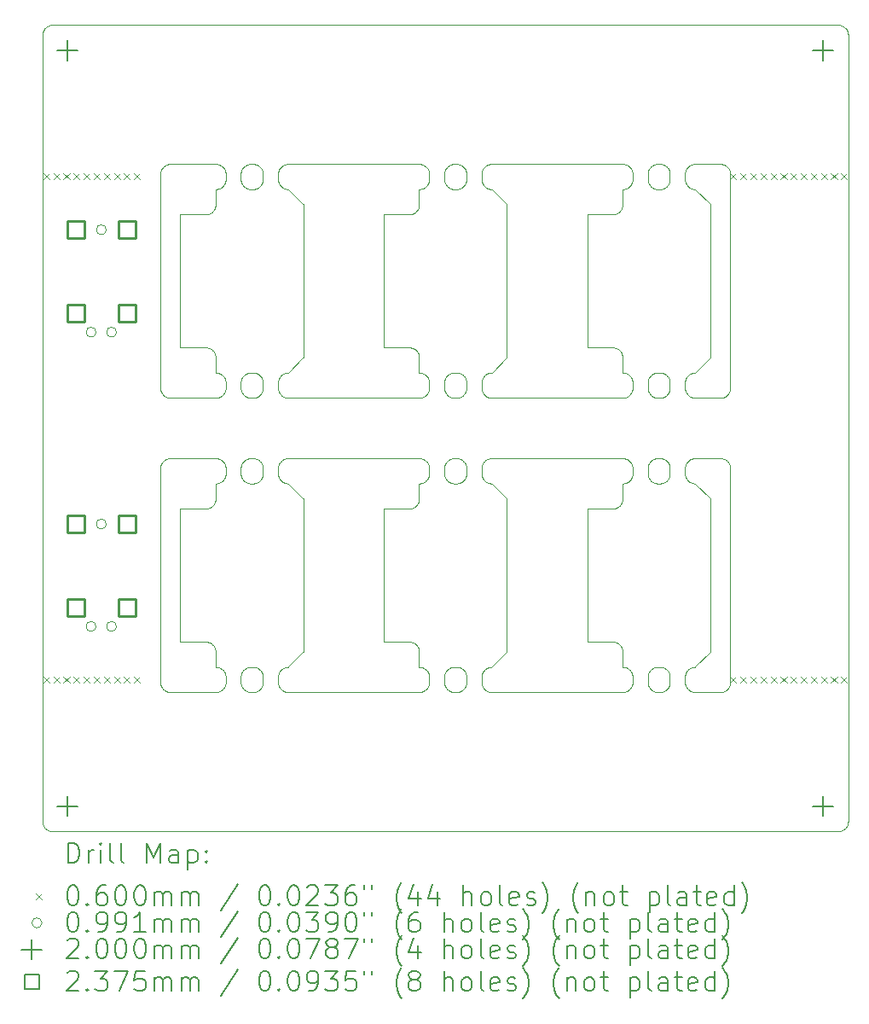
<source format=gbr>
%TF.GenerationSoftware,KiCad,Pcbnew,9.0.0-9.0.0-2~ubuntu24.04.1*%
%TF.CreationDate,2025-03-16T16:10:11-04:00*%
%TF.ProjectId,panel9,70616e65-6c39-42e6-9b69-6361645f7063,rev?*%
%TF.SameCoordinates,Original*%
%TF.FileFunction,Drillmap*%
%TF.FilePolarity,Positive*%
%FSLAX45Y45*%
G04 Gerber Fmt 4.5, Leading zero omitted, Abs format (unit mm)*
G04 Created by KiCad (PCBNEW 9.0.0-9.0.0-2~ubuntu24.04.1) date 2025-03-16 16:10:11*
%MOMM*%
%LPD*%
G01*
G04 APERTURE LIST*
%ADD10C,0.100000*%
%ADD11C,0.200000*%
%ADD12C,0.237490*%
G04 APERTURE END LIST*
D10*
X1971919Y-6539589D02*
X1971081Y-6534758D01*
X2340000Y-4399901D02*
X2340120Y-4394998D01*
X4209880Y-1474998D02*
X4210000Y-1479901D01*
X3734160Y-1813755D02*
X3732395Y-1818330D01*
X4169610Y-3680340D02*
X4165601Y-3683164D01*
X6477498Y-6370029D02*
X6479950Y-6369970D01*
X3766335Y-1626493D02*
X3761647Y-1627648D01*
X5843164Y-6575601D02*
X5840340Y-6579610D01*
X4374213Y-3651459D02*
X4371796Y-3647192D01*
X6067187Y-3690408D02*
X6062807Y-3688204D01*
X4367604Y-4488330D02*
X4365840Y-4483755D01*
X3997604Y-6558330D02*
X3995840Y-6553755D01*
X6085626Y-4302994D02*
X6090410Y-4301920D01*
X2410901Y-1625698D02*
X2406245Y-1624160D01*
X4400390Y-1610340D02*
X4396524Y-1607324D01*
X3720340Y-6160390D02*
X3723164Y-6164398D01*
X1653755Y-6125840D02*
X1658330Y-6127604D01*
X6090410Y-3451919D02*
X6095242Y-3451081D01*
X6159099Y-1384302D02*
X6163755Y-1385840D01*
X6730099Y-1380000D02*
X6735002Y-1380120D01*
X4200409Y-1437187D02*
X4202396Y-1441670D01*
X4396524Y-6597324D02*
X4392811Y-6594121D01*
X6384302Y-3520900D02*
X6385840Y-3516245D01*
X1172994Y-6544374D02*
X1171920Y-6539589D01*
X3807189Y-6594121D02*
X3803476Y-6597324D01*
X3799610Y-6389659D02*
X3803476Y-6392676D01*
X2180409Y-4357187D02*
X2182396Y-4361670D01*
X6172813Y-3690408D02*
X6168330Y-3692395D01*
X5760027Y-4550126D02*
X5760000Y-4551225D01*
X2344302Y-1559099D02*
X2342994Y-1554374D01*
X3830408Y-6427187D02*
X3832395Y-6431670D01*
X3390000Y-3198775D02*
X3390027Y-3199875D01*
X3820918Y-4508823D02*
X3817986Y-4512660D01*
X6224160Y-1446245D02*
X6225698Y-1450900D01*
X1818080Y-6539589D02*
X1817006Y-6544374D01*
X3995840Y-3516245D02*
X3997604Y-3511670D01*
X2356836Y-4344399D02*
X2359660Y-4340390D01*
X3823661Y-1584850D02*
X3820918Y-1588823D01*
X3756909Y-1628576D02*
X3752131Y-1629273D01*
X6829519Y-3609892D02*
X6828919Y-3614758D01*
X2153476Y-1402676D02*
X2157189Y-1405879D01*
X6412811Y-4524121D02*
X6409260Y-4520740D01*
X4609971Y-3299949D02*
X4610000Y-3298775D01*
X4119892Y-6370481D02*
X4124758Y-6371081D01*
X1199260Y-1409260D02*
X1202811Y-1405879D01*
X1808555Y-1576529D02*
X1806209Y-1580749D01*
X2006524Y-4527324D02*
X2002811Y-4524121D01*
X2376524Y-3677324D02*
X2372811Y-3674121D01*
X4075242Y-3698919D02*
X4070410Y-3698080D01*
X1971919Y-4380410D02*
X1972994Y-4375626D01*
X4030390Y-3469659D02*
X4034398Y-3466836D01*
X3826209Y-4500749D02*
X3823661Y-4504850D01*
X5843164Y-1424398D02*
X5845787Y-1428541D01*
X3835698Y-3629099D02*
X3834160Y-3633755D01*
X5760000Y-4551227D02*
X5760000Y-4700099D01*
X2175787Y-3651459D02*
X2173164Y-3655601D01*
X6384302Y-6549099D02*
X6382994Y-6544374D01*
X6470108Y-6619519D02*
X6465242Y-6618919D01*
X5793755Y-4305840D02*
X5798330Y-4307604D01*
X6800740Y-1409260D02*
X6804121Y-1412811D01*
X4426245Y-1385840D02*
X4430901Y-1384302D01*
X1972994Y-6445626D02*
X1974302Y-6440900D01*
X6014302Y-6440900D02*
X6015840Y-6436245D01*
X2109590Y-6371919D02*
X2114374Y-6372994D01*
X2178204Y-6567192D02*
X2175787Y-6571459D01*
X4042807Y-4538204D02*
X4038541Y-4535787D01*
X4148330Y-6377604D02*
X4152813Y-6379591D01*
X4110099Y-6620000D02*
X4089901Y-6620000D01*
X5819610Y-4319660D02*
X5823476Y-4322676D01*
X1744374Y-6617006D02*
X1739589Y-6618080D01*
X6229519Y-6529892D02*
X6228919Y-6534758D01*
X3745002Y-1380120D02*
X3749892Y-1380481D01*
X4165601Y-1613164D02*
X4161459Y-1615787D01*
X6399659Y-6579610D02*
X6396836Y-6575601D01*
X4051670Y-4307604D02*
X4056245Y-4305840D01*
X1172994Y-1455626D02*
X1174302Y-1450900D01*
X4438353Y-3452351D02*
X4443091Y-3451424D01*
X7970688Y-29309D02*
X7969803Y-28467D01*
X4143755Y-1385840D02*
X4148330Y-1387604D01*
X3730408Y-6177187D02*
X3732395Y-6181670D01*
X3995840Y-1446245D02*
X3997604Y-1441670D01*
X2182396Y-3511670D02*
X2184160Y-3516245D01*
X6380120Y-4455002D02*
X6380000Y-4450099D01*
X2149610Y-6600340D02*
X2145601Y-6603164D01*
X5702813Y-1870408D02*
X5698330Y-1872395D01*
X4157192Y-6381796D02*
X4161459Y-6384213D01*
X4042807Y-6608204D02*
X4038541Y-6605787D01*
X3769099Y-3454302D02*
X3773755Y-3455840D01*
X69816Y-4719D02*
X62887Y-7198D01*
X5850408Y-3507187D02*
X5852395Y-3511670D01*
X3699610Y-4780340D02*
X3695601Y-4783164D01*
X1718919Y-1794758D02*
X1718080Y-1799589D01*
X6204121Y-3482811D02*
X6207324Y-3486524D01*
X5823476Y-3677324D02*
X5819610Y-3680340D01*
X5765002Y-3450120D02*
X5769892Y-3450481D01*
X4210000Y-3549901D02*
X4210000Y-3600099D01*
X4385127Y-3483650D02*
X4388416Y-3480115D01*
X6479901Y-4300000D02*
X6730099Y-4300000D01*
X3837006Y-3525626D02*
X3838080Y-3530410D01*
X6230000Y-6520099D02*
X6229880Y-6525002D01*
X2437499Y-3450029D02*
X2439950Y-3449970D01*
X7983120Y-44458D02*
X7982417Y-43459D01*
X6021796Y-6422807D02*
X6024213Y-6418541D01*
X5840340Y-1420390D02*
X5843164Y-1424398D01*
X3742451Y-3450058D02*
X3745002Y-3450120D01*
X6039260Y-1409260D02*
X6042811Y-1405879D01*
X4385879Y-6587189D02*
X4382676Y-6583476D01*
X6046524Y-6392676D02*
X6050390Y-6389659D01*
X5802813Y-6610408D02*
X5798330Y-6612395D01*
X2167324Y-1593476D02*
X2164121Y-1597189D01*
X2342994Y-3624374D02*
X2341920Y-3619589D01*
X2341920Y-4469590D02*
X2341081Y-4464758D01*
X6010000Y-1479901D02*
X6010120Y-1474998D01*
X4379660Y-4509610D02*
X4376836Y-4505601D01*
X4200409Y-3507187D02*
X4202396Y-3511670D01*
X5808643Y-4537413D02*
X5804367Y-4539657D01*
X6010120Y-1474998D02*
X6010481Y-1470108D01*
X6396339Y-6415150D02*
X6399082Y-6411176D01*
X3740099Y-4300000D02*
X3745002Y-4300120D01*
X6828919Y-3614758D02*
X6828080Y-3619589D01*
X6085626Y-3452994D02*
X6090410Y-3451919D01*
X4169610Y-4530340D02*
X4165601Y-4533164D01*
X3754758Y-6371081D02*
X3759589Y-6371919D01*
X60Y-98777D02*
X0Y-101225D01*
X4177189Y-6594121D02*
X4173476Y-6597324D01*
X1690740Y-6149260D02*
X1694121Y-6152811D01*
X5410027Y-4800125D02*
X5410000Y-4801225D01*
X3645002Y-6120120D02*
X3649892Y-6120481D01*
X5820750Y-4529482D02*
X5816844Y-4532320D01*
X6130099Y-1380000D02*
X6135002Y-1380120D01*
X3747325Y-1629738D02*
X3742501Y-1629971D01*
X4001796Y-3502807D02*
X4004213Y-3498541D01*
X6197189Y-1604121D02*
X6193476Y-1607324D01*
X2006524Y-3472676D02*
X2010390Y-3469659D01*
X1977604Y-6431670D02*
X1979591Y-6427187D01*
X98774Y-60D02*
X91424Y-421D01*
X3664374Y-6122994D02*
X3669099Y-6124302D01*
X1979591Y-1437187D02*
X1981796Y-1432807D01*
X3820340Y-3659610D02*
X3817324Y-3663476D01*
X5828129Y-4523258D02*
X5824515Y-4526459D01*
X6460410Y-1628080D02*
X6455626Y-1627006D01*
X2157189Y-6395879D02*
X2160740Y-6399260D01*
X4382676Y-3663476D02*
X4379660Y-3659610D01*
X3991081Y-1544758D02*
X3990481Y-1539892D01*
X2189519Y-6529892D02*
X2188919Y-6534758D01*
X2439949Y-1630029D02*
X2437617Y-1629972D01*
X3796844Y-4532320D02*
X3792805Y-4534966D01*
X1995879Y-4517189D02*
X1992676Y-4513476D01*
X4450108Y-4549519D02*
X4445242Y-4548919D01*
X2149610Y-3680340D02*
X2145601Y-3683164D01*
X4365664Y-3516740D02*
X4367376Y-3512226D01*
X6021796Y-3502807D02*
X6024213Y-3498541D01*
X1720000Y-6368775D02*
X1720027Y-6369875D01*
X1371227Y-6120000D02*
X1620099Y-6120000D01*
X6011919Y-1549589D02*
X6011081Y-1544758D01*
X6785601Y-4316836D02*
X6789610Y-4319660D01*
X5834121Y-6587189D02*
X5830740Y-6590740D01*
X4008Y-72162D02*
X2220Y-79301D01*
X6076245Y-4544160D02*
X6071670Y-4542396D01*
X3825787Y-3651459D02*
X3823164Y-3655601D01*
X1970000Y-4450099D02*
X1970000Y-4399901D01*
X2340481Y-4459892D02*
X2340120Y-4455002D01*
X4207006Y-6445626D02*
X4208080Y-6450410D01*
X1758330Y-1387604D02*
X1762813Y-1389591D01*
X7954506Y-7983777D02*
X7955538Y-7983123D01*
X2434998Y-3699880D02*
X2430108Y-3699519D01*
X2170340Y-6410390D02*
X2173164Y-6414398D01*
X1779610Y-1399659D02*
X1783476Y-1402676D01*
X2341081Y-1544758D02*
X2340481Y-1539892D01*
X6399082Y-6411176D02*
X6402014Y-6407340D01*
X2365127Y-3483650D02*
X2368416Y-3480115D01*
X1206524Y-4322676D02*
X1210390Y-4319660D01*
X4004213Y-3498541D02*
X4006836Y-3494398D01*
X1218541Y-1394213D02*
X1222807Y-1391796D01*
X4042807Y-3688204D02*
X4038541Y-3685787D01*
X1734758Y-4548919D02*
X1729892Y-4549519D01*
X6394213Y-4501459D02*
X6391796Y-4497193D01*
X7998259Y-7918295D02*
X7999338Y-7911016D01*
X1767192Y-6608204D02*
X1762813Y-6610408D01*
X1255242Y-4301081D02*
X1260108Y-4300481D01*
X7909796Y-511D02*
X7908578Y-421D01*
X2388541Y-1615787D02*
X2384399Y-1613164D01*
X1810408Y-3507187D02*
X1812395Y-3511670D01*
X2434998Y-4300120D02*
X2439901Y-4300000D01*
X2188080Y-3619589D02*
X2187006Y-3624374D01*
X6781459Y-3685787D02*
X6777192Y-3688204D01*
X6754374Y-3697006D02*
X6749589Y-3698080D01*
X1639589Y-4798080D02*
X1634758Y-4798919D01*
X1775601Y-4316836D02*
X1779610Y-4319660D01*
X4460866Y-4550866D02*
X4460016Y-4550056D01*
X1634758Y-6121081D02*
X1639589Y-6121919D01*
X6200740Y-1409260D02*
X6204121Y-1412811D01*
X6185601Y-4533164D02*
X6181459Y-4535787D01*
X1717006Y-1804374D02*
X1715698Y-1809099D01*
X1758330Y-4307604D02*
X1762813Y-4309591D01*
X3759589Y-4301920D02*
X3764374Y-4302994D01*
X5679589Y-1878080D02*
X5674758Y-1878919D01*
X2362676Y-4513476D02*
X2359660Y-4509610D01*
X1753755Y-4544160D02*
X1749099Y-4545698D01*
X6435632Y-6380343D02*
X6440011Y-6378309D01*
X6220408Y-1437187D02*
X6222395Y-1441670D01*
X4184121Y-3667189D02*
X4180740Y-3670740D01*
X3817986Y-1592660D02*
X3814873Y-1596350D01*
X2342994Y-4474374D02*
X2341920Y-4469590D01*
X1975840Y-1563755D02*
X1974302Y-1559099D01*
X7992359Y-61741D02*
X7991864Y-60624D01*
X6822395Y-6558330D02*
X6820408Y-6562813D01*
X2342994Y-1455626D02*
X2344302Y-1450900D01*
X4070410Y-3451919D02*
X4075242Y-3451081D01*
X2188080Y-6450410D02*
X2188919Y-6455242D01*
X1808204Y-6567192D02*
X1805787Y-6571459D01*
X2157189Y-3475879D02*
X2160740Y-3479260D01*
X1992676Y-3486524D02*
X1995879Y-3482811D01*
X3823164Y-3655601D02*
X3820340Y-3659610D01*
X6017604Y-3511670D02*
X6019591Y-3507187D01*
X6381081Y-4464758D02*
X6380481Y-4459892D01*
X1744374Y-4302994D02*
X1749099Y-4304302D01*
X4367604Y-3638330D02*
X4365840Y-3633755D01*
X4382014Y-3487340D02*
X4385127Y-3483650D01*
X6455626Y-4302994D02*
X6460410Y-4301920D01*
X4034398Y-3683164D02*
X4030390Y-3680340D01*
X1734758Y-6371081D02*
X1739589Y-6371919D01*
X4400390Y-4319660D02*
X4404399Y-4316836D01*
X4336Y-7929022D02*
X4719Y-7930182D01*
X1175840Y-1446245D02*
X1177604Y-1441670D01*
X1779610Y-3469659D02*
X1783476Y-3472676D01*
X4361861Y-3530705D02*
X4362903Y-3525991D01*
X4115002Y-6370120D02*
X4119892Y-6370481D01*
X6739892Y-3699519D02*
X6735002Y-3699880D01*
X6010481Y-3609892D02*
X6010120Y-3605002D01*
X2064998Y-3450120D02*
X2069901Y-3450000D01*
X5860000Y-6469901D02*
X5860000Y-6520099D01*
X1718919Y-6205242D02*
X1719519Y-6210108D01*
X1749099Y-1384302D02*
X1753755Y-1385840D01*
X5802813Y-4309591D02*
X5807192Y-4311796D01*
X2425242Y-3698919D02*
X2420410Y-3698080D01*
X4022811Y-3674121D02*
X4019260Y-3670740D01*
X5767325Y-1629738D02*
X5762501Y-1629971D01*
X1720000Y-3299901D02*
X1720000Y-3448773D01*
X6197189Y-3475879D02*
X6200740Y-3479260D01*
X4207006Y-1455626D02*
X4208080Y-1460410D01*
X1214399Y-4316836D02*
X1218541Y-4314213D01*
X6228919Y-4385242D02*
X6229519Y-4390108D01*
X4180740Y-1600740D02*
X4177189Y-1604121D01*
X6396836Y-1585601D02*
X6394213Y-1581459D01*
X5846209Y-1580749D02*
X5843661Y-1584850D01*
X2104758Y-1381081D02*
X2109590Y-1381920D01*
X4208080Y-3530410D02*
X4208919Y-3535242D01*
X6396836Y-3655601D02*
X6394213Y-3651459D01*
X5772131Y-4549273D02*
X5767325Y-4549738D01*
X1712395Y-3261670D02*
X1714160Y-3266245D01*
X6420390Y-1610340D02*
X6416524Y-1607324D01*
X1255242Y-6618919D02*
X1250410Y-6618080D01*
X1722383Y-4549972D02*
X1720124Y-4550027D01*
X5767325Y-4549738D02*
X5762501Y-4549971D01*
X5759880Y-4705002D02*
X5759519Y-4709892D01*
X4187324Y-1416524D02*
X4190340Y-1420390D01*
X23523Y-7964349D02*
X28465Y-7969801D01*
X5857006Y-4375626D02*
X5858080Y-4380410D01*
X3725787Y-6168541D02*
X3728204Y-6172807D01*
X6629132Y-4699132D02*
X6480868Y-4550868D01*
X4395485Y-3473541D02*
X4399250Y-3470518D01*
X6172813Y-4540409D02*
X6168330Y-4542396D01*
X1808204Y-6422807D02*
X1810408Y-6427187D01*
X3795601Y-6603164D02*
X3791459Y-6605787D01*
X2342994Y-1554374D02*
X2341920Y-1549589D01*
X3838138Y-4469295D02*
X3837097Y-4474009D01*
X5779589Y-6618080D02*
X5774758Y-6618919D01*
X6029659Y-6579610D02*
X6026836Y-6575601D01*
X6014302Y-4479099D02*
X6012994Y-4474374D01*
X1718080Y-3280410D02*
X1718919Y-3285242D01*
X4204160Y-1446245D02*
X4205698Y-1450900D01*
X3820340Y-6579610D02*
X3817324Y-6583476D01*
X6032676Y-6406524D02*
X6035879Y-6402811D01*
X1722501Y-1629971D02*
X1720124Y-1630028D01*
X4119892Y-1629519D02*
X4115002Y-1629880D01*
X3699610Y-3219659D02*
X3703476Y-3222676D01*
X72160Y-4008D02*
X70983Y-4334D01*
X3834336Y-4483260D02*
X3832624Y-4487774D01*
X1808204Y-1432807D02*
X1810408Y-1437187D01*
X5754160Y-6186245D02*
X5755698Y-6190900D01*
X1800918Y-1588823D02*
X1797986Y-1592660D01*
X1667192Y-3211796D02*
X1671459Y-3214213D01*
X6420390Y-6600340D02*
X6416524Y-6597324D01*
X6210340Y-1589610D02*
X6207324Y-1593476D01*
X5693755Y-3205840D02*
X5698330Y-3207604D01*
X3835698Y-4370901D02*
X3837006Y-4375626D01*
X7998258Y-81703D02*
X7998049Y-80499D01*
X6793476Y-3677324D02*
X6789610Y-3680340D01*
X8136Y-60624D02*
X7641Y-61741D01*
X3991081Y-4385242D02*
X3991919Y-4380410D01*
X6465242Y-6618919D02*
X6460410Y-6618080D01*
X6042811Y-1604121D02*
X6039260Y-1600740D01*
X1992676Y-3663476D02*
X1989659Y-3659610D01*
X4202396Y-3638330D02*
X4200409Y-3642813D01*
X6222395Y-6558330D02*
X6220408Y-6562813D01*
X4177189Y-1604121D02*
X4173476Y-1607324D01*
X6168330Y-1387604D02*
X6172813Y-1389591D01*
X2392807Y-4311796D02*
X2397187Y-4309591D01*
X6019591Y-1572813D02*
X6017604Y-1568330D01*
X2375485Y-3473541D02*
X2379250Y-3470518D01*
X3759589Y-3698080D02*
X3754758Y-3698919D01*
X2149610Y-3469659D02*
X2153476Y-3472676D01*
X4195787Y-3498541D02*
X4198204Y-3502807D01*
X1703164Y-1835601D02*
X1700340Y-1839610D01*
X2188919Y-1465242D02*
X2189519Y-1470108D01*
X6829519Y-4390108D02*
X6829880Y-4394998D01*
X1697324Y-1843476D02*
X1694121Y-1847189D01*
X4198204Y-1577192D02*
X4195787Y-1581459D01*
X6181459Y-6605787D02*
X6177192Y-6608204D01*
X1720000Y-3448775D02*
X1720027Y-3449875D01*
X6629971Y-6219949D02*
X6630000Y-6218775D01*
X6432807Y-3461796D02*
X6437187Y-3459591D01*
X5819610Y-3680340D02*
X5815601Y-3683164D01*
X1653755Y-1874160D02*
X1649099Y-1875698D01*
X6224160Y-3516245D02*
X6225698Y-3520900D01*
X2128330Y-6377604D02*
X2132813Y-6379591D01*
X6824160Y-3633755D02*
X6822395Y-3638330D01*
X3695601Y-3216836D02*
X3699610Y-3219659D01*
X5765002Y-1380120D02*
X5769892Y-1380481D01*
X1787189Y-4325879D02*
X1790740Y-4329260D01*
X2434998Y-6619880D02*
X2430108Y-6619519D01*
X4371796Y-3647192D02*
X4369591Y-3642813D01*
X1981796Y-3647192D02*
X1979591Y-3642813D01*
X1214399Y-6603164D02*
X1210390Y-6600340D01*
X6381081Y-3535242D02*
X6381919Y-3530410D01*
X2190000Y-3549901D02*
X2190000Y-3600099D01*
X4460868Y-3449132D02*
X4609132Y-3300868D01*
X4006836Y-4505601D02*
X4004213Y-4501459D01*
X1972994Y-6544374D02*
X1971919Y-6539589D01*
X4119892Y-3699519D02*
X4115002Y-3699880D01*
X4015879Y-1597189D02*
X4012676Y-1593476D01*
X6384302Y-4370901D02*
X6385840Y-4366245D01*
X5804367Y-4539657D02*
X5799989Y-4541691D01*
X3699610Y-6139659D02*
X3703476Y-6142676D01*
X3837006Y-6544374D02*
X3835698Y-6549099D01*
X6010000Y-3549901D02*
X6010120Y-3544998D01*
X3994302Y-4479099D02*
X3992994Y-4474374D01*
X5790962Y-1625113D02*
X5786335Y-1626493D01*
X6046524Y-1402676D02*
X6050390Y-1399659D01*
X6222395Y-4361670D02*
X6224160Y-4366245D01*
X2055242Y-1381081D02*
X2060108Y-1380481D01*
X3991919Y-4380410D02*
X3992994Y-4375626D01*
X4376836Y-1424398D02*
X4379660Y-1420390D01*
X6220408Y-4357187D02*
X6222395Y-4361670D01*
X3740099Y-3700000D02*
X2439901Y-3700000D01*
X1719519Y-4709892D02*
X1718919Y-4714758D01*
X4396524Y-4322676D02*
X4400390Y-4319660D01*
X6218204Y-3647192D02*
X6215787Y-3651459D01*
X1995879Y-1597189D02*
X1992676Y-1593476D01*
X2347604Y-1568330D02*
X2345840Y-1563755D01*
X3775517Y-4543511D02*
X3770962Y-4545113D01*
X7999338Y-88984D02*
X7998259Y-81705D01*
X1708204Y-1827192D02*
X1705787Y-1831459D01*
X3723164Y-4755601D02*
X3720340Y-4759610D01*
X1803164Y-6575601D02*
X1800340Y-6579610D01*
X6010000Y-6520099D02*
X6010000Y-6469901D01*
X5752395Y-3261670D02*
X5754160Y-3266245D01*
X2340120Y-4455002D02*
X2340000Y-4450099D01*
X6095242Y-1381081D02*
X6100108Y-1380481D01*
X1820000Y-4450099D02*
X1819880Y-4455002D01*
X2123755Y-4305840D02*
X2128330Y-4307604D01*
X6042811Y-4524121D02*
X6039260Y-4520740D01*
X1729892Y-4549519D02*
X1725002Y-4549880D01*
X4209519Y-1470108D02*
X4209880Y-1474998D01*
X6029659Y-4509610D02*
X6026836Y-4505601D01*
X5850695Y-1572201D02*
X5848555Y-1576529D01*
X1725002Y-4300120D02*
X1729892Y-4300481D01*
X5855698Y-6549099D02*
X5854160Y-6553755D01*
X6185601Y-6603164D02*
X6181459Y-6605787D01*
X1370125Y-3199973D02*
X1371225Y-3200000D01*
X6394213Y-6571459D02*
X6391796Y-6567192D01*
X3730408Y-3257187D02*
X3732395Y-3261670D01*
X3837097Y-1554009D02*
X3835828Y-1558668D01*
X2423091Y-3451424D02*
X2427869Y-3450727D01*
X2188080Y-4380410D02*
X2188919Y-4385242D01*
X2354213Y-4501459D02*
X2351796Y-4497193D01*
X1732131Y-1629273D02*
X1727325Y-1629738D01*
X6405879Y-3667189D02*
X6402676Y-3663476D01*
X6032676Y-3663476D02*
X6029659Y-3659610D01*
X2145601Y-3683164D02*
X2141459Y-3685787D01*
X1620099Y-6120000D02*
X1625002Y-6120120D01*
X91422Y-421D02*
X90204Y-511D01*
X6829880Y-4394998D02*
X6830000Y-4399901D01*
X4443091Y-3451424D02*
X4447869Y-3450727D01*
X2187006Y-3525626D02*
X2188080Y-3530410D01*
X1810408Y-3642813D02*
X1808204Y-3647192D01*
X4399250Y-6390518D02*
X4403156Y-6387680D01*
X1815698Y-6549099D02*
X1814160Y-6553755D01*
X3990000Y-4399901D02*
X3990120Y-4394998D01*
X6441670Y-6612395D02*
X6437187Y-6610408D01*
X5860000Y-3549901D02*
X5860000Y-3600099D01*
X2069901Y-6620000D02*
X2064998Y-6619880D01*
X6754374Y-6617006D02*
X6749589Y-6618080D01*
X3740000Y-1780099D02*
X3739880Y-1785002D01*
X3830408Y-3642813D02*
X3828204Y-3647192D01*
X6759099Y-4304302D02*
X6763755Y-4305840D01*
X4056245Y-3455840D02*
X4060900Y-3454302D01*
X2055242Y-4301081D02*
X2060108Y-4300481D01*
X1977604Y-3638330D02*
X1975840Y-3633755D01*
X3834160Y-4366245D02*
X3835698Y-4370901D01*
X4161459Y-4314213D02*
X4165601Y-4316836D01*
X2341861Y-3530705D02*
X2342903Y-3525991D01*
X2178204Y-1577192D02*
X2175787Y-1581459D01*
X4070410Y-1628080D02*
X4065626Y-1627006D01*
X2432675Y-6370262D02*
X2437499Y-6370029D01*
X6139892Y-6619519D02*
X6135002Y-6619880D01*
X5743164Y-4755601D02*
X5740340Y-4759610D01*
X2365879Y-4332811D02*
X2369260Y-4329260D01*
X3390000Y-4801227D02*
X3390000Y-6118773D01*
X1744374Y-6372994D02*
X1749099Y-6374302D01*
X4210000Y-3600099D02*
X4209880Y-3605002D01*
X3728204Y-1827192D02*
X3725787Y-1831459D01*
X1667192Y-6131796D02*
X1671459Y-6134213D01*
X1819880Y-3605002D02*
X1819519Y-3609892D01*
X6446245Y-3694160D02*
X6441670Y-3692395D01*
X2354213Y-3651459D02*
X2351796Y-3647192D01*
X6382994Y-6544374D02*
X6381919Y-6539589D01*
X2137193Y-3688204D02*
X2132813Y-3690408D01*
X4459901Y-1380000D02*
X5760099Y-1380000D01*
X4004213Y-3651459D02*
X4001796Y-3647192D01*
X6477549Y-4549942D02*
X6474998Y-4549880D01*
X4115002Y-6619880D02*
X4110099Y-6620000D01*
X4157192Y-1391796D02*
X4161459Y-1394213D01*
X3738080Y-1799589D02*
X3737006Y-1804374D01*
X3838951Y-1544535D02*
X3838138Y-1549295D01*
X1817006Y-6544374D02*
X1815698Y-6549099D01*
X1675601Y-3216836D02*
X1679610Y-3219659D01*
X5840918Y-4508823D02*
X5837986Y-4512660D01*
X1690740Y-1850740D02*
X1687189Y-1854121D01*
X5859519Y-6460108D02*
X5859880Y-6464998D01*
X6227006Y-6445626D02*
X6228080Y-6450410D01*
X1800340Y-4509610D02*
X1797324Y-4513476D01*
X4065626Y-6617006D02*
X4060900Y-6615698D01*
X5759880Y-1785002D02*
X5759519Y-1789892D01*
X3710740Y-3229260D02*
X3714121Y-3232811D01*
X3992994Y-4474374D02*
X3991919Y-4469590D01*
X2104758Y-6371081D02*
X2109590Y-6371919D01*
X4417187Y-4540409D02*
X4412807Y-4538204D01*
X3807189Y-3475879D02*
X3810740Y-3479260D01*
X5811459Y-6605787D02*
X5807192Y-6608204D01*
X4364172Y-6441332D02*
X4365664Y-6436740D01*
X2589971Y-3299949D02*
X2590000Y-3298775D01*
X6437187Y-4309591D02*
X6441670Y-4307604D01*
X4417187Y-1389591D02*
X4421670Y-1387604D01*
X1644374Y-4797006D02*
X1639589Y-4798080D01*
X3691459Y-4785787D02*
X3687192Y-4788204D01*
X3749892Y-4300481D02*
X3754758Y-4301081D01*
X6012994Y-3525626D02*
X6014302Y-3520900D01*
X4119892Y-4300481D02*
X4124758Y-4301081D01*
X3778330Y-3692395D02*
X3773755Y-3694160D01*
X6629944Y-1779984D02*
X6629134Y-1779134D01*
X3787192Y-3688204D02*
X3782813Y-3690408D01*
X3756909Y-4548576D02*
X3752131Y-4549273D01*
X4208080Y-1460410D02*
X4208919Y-1465242D01*
X5852395Y-3511670D02*
X5854160Y-3516245D01*
X3745002Y-3450120D02*
X3749892Y-3450481D01*
X4415632Y-3460343D02*
X4420011Y-3458309D01*
X1790740Y-1409260D02*
X1794121Y-1412811D01*
X1667192Y-4788204D02*
X1662813Y-4790409D01*
X2185698Y-4370901D02*
X2187006Y-4375626D01*
X5759519Y-1789892D02*
X5758919Y-1794758D01*
X4169610Y-4319660D02*
X4173476Y-4322676D01*
X3807189Y-4325879D02*
X3810740Y-4329260D01*
X3991081Y-3614758D02*
X3990481Y-3609892D01*
X3737006Y-6195626D02*
X3738080Y-6200410D01*
X2141459Y-1394213D02*
X2145601Y-1396836D01*
X1181796Y-1432807D02*
X1184213Y-1428541D01*
X4129589Y-3698080D02*
X4124758Y-3698919D01*
X4110099Y-4300000D02*
X4115002Y-4300120D01*
X1683476Y-3222676D02*
X1687189Y-3225879D01*
X2359082Y-6411176D02*
X2362014Y-6407340D01*
X1794121Y-3482811D02*
X1797324Y-3486524D01*
X2341048Y-6455464D02*
X2341861Y-6450705D01*
X6177192Y-6608204D02*
X6172813Y-6610408D01*
X11833Y-52877D02*
X11284Y-53967D01*
X4143755Y-3694160D02*
X4139099Y-3695698D01*
X90199Y-512D02*
X88987Y-661D01*
X4169610Y-1610340D02*
X4165601Y-1613164D01*
X4148330Y-3457604D02*
X4152813Y-3459591D01*
X4034398Y-4533164D02*
X4030390Y-4530340D01*
X6090410Y-6618080D02*
X6085626Y-6617006D01*
X3799610Y-1399659D02*
X3803476Y-1402676D01*
X4038541Y-6605787D02*
X4034398Y-6603164D01*
X4056245Y-1624160D02*
X4051670Y-1622395D01*
X4361081Y-4464758D02*
X4360481Y-4459892D01*
X1981796Y-4352807D02*
X1984213Y-4348541D01*
X2340120Y-4394998D02*
X2340481Y-4390108D01*
X2340466Y-3540257D02*
X2341048Y-3535464D01*
X5852395Y-4361670D02*
X5854160Y-4366245D01*
X1810408Y-1437187D02*
X1812395Y-1441670D01*
X1783476Y-6392676D02*
X1787189Y-6395879D01*
X6460410Y-4548080D02*
X6455626Y-4547006D01*
X6828919Y-6534758D02*
X6828080Y-6539589D01*
X4030390Y-6600340D02*
X4026524Y-6597324D01*
X5698330Y-6127604D02*
X5702813Y-6129591D01*
X5795517Y-1623511D02*
X5790962Y-1625113D01*
X6130099Y-6620000D02*
X6109901Y-6620000D01*
X1820000Y-1530099D02*
X1819883Y-1534927D01*
X2145601Y-3466836D02*
X2149610Y-3469659D01*
X6135002Y-3450120D02*
X6139892Y-3450481D01*
X6630000Y-1781225D02*
X6629971Y-1780051D01*
X3999591Y-4357187D02*
X4001796Y-4352807D01*
X1714160Y-1813755D02*
X1712395Y-1818330D01*
X5674758Y-3201081D02*
X5679589Y-3201919D01*
X1820000Y-1479901D02*
X1820000Y-1530099D01*
X1202811Y-1405879D02*
X1206524Y-1402676D01*
X2345664Y-3516740D02*
X2347376Y-3512226D01*
X5859533Y-4459742D02*
X5858951Y-4464535D01*
X4382676Y-4336524D02*
X4385879Y-4332811D01*
X6781459Y-6605787D02*
X6777192Y-6608204D01*
X1195879Y-1412811D02*
X1199260Y-1409260D01*
X5730740Y-1850740D02*
X5727189Y-1854121D01*
X11283Y-53970D02*
X8137Y-60622D01*
X2175787Y-1428541D02*
X2178204Y-1432807D01*
X4400390Y-4530340D02*
X4396524Y-4527324D01*
X7999339Y-7911013D02*
X7999488Y-7909801D01*
X4110099Y-1380000D02*
X4115002Y-1380120D01*
X3778330Y-3457604D02*
X3782813Y-3459591D01*
X4430901Y-1384302D02*
X4435626Y-1382994D01*
X6228080Y-4469590D02*
X6227006Y-4474374D01*
X6389591Y-1572813D02*
X6387604Y-1568330D01*
X6062807Y-1618204D02*
X6058541Y-1615787D01*
X2220Y-7920699D02*
X4008Y-7927838D01*
X5737324Y-1843476D02*
X5734121Y-1847189D01*
X7947128Y-7988164D02*
X7948190Y-7987562D01*
X2349305Y-3507799D02*
X2351445Y-3503471D01*
X6815787Y-1428541D02*
X6818204Y-1432807D01*
X5702813Y-6129591D02*
X5707192Y-6131796D01*
X6797189Y-4325879D02*
X6800740Y-4329260D01*
X2359082Y-3491176D02*
X2362014Y-3487340D01*
X3838919Y-6455242D02*
X3839519Y-6460108D01*
X2164121Y-3667189D02*
X2160740Y-3670740D01*
X4365840Y-6553755D02*
X4364302Y-6549099D01*
X6168330Y-3457604D02*
X6172813Y-3459591D01*
X4382676Y-4513476D02*
X4379660Y-4509610D01*
X3814121Y-4332811D02*
X3817324Y-4336524D01*
X6010000Y-4399901D02*
X6010120Y-4394998D01*
X6380481Y-4390108D02*
X6381081Y-4385242D01*
X6015840Y-1446245D02*
X6017604Y-1441670D01*
X4371796Y-4352807D02*
X4374213Y-4348541D01*
X2164121Y-6587189D02*
X2160740Y-6590740D01*
X2173164Y-4344399D02*
X2175787Y-4348541D01*
X6210340Y-3490390D02*
X6213164Y-3494398D01*
X11836Y-7947128D02*
X12437Y-7948190D01*
X6228080Y-3619589D02*
X6227006Y-3624374D01*
X2180409Y-6427187D02*
X2182396Y-6431670D01*
X1753755Y-6614160D02*
X1749099Y-6615698D01*
X2109590Y-3451919D02*
X2114374Y-3452994D01*
X6455626Y-3697006D02*
X6450900Y-3695698D01*
X5727189Y-1854121D02*
X5723476Y-1857324D01*
X1218541Y-6605787D02*
X1214399Y-6603164D01*
X2354213Y-1428541D02*
X2356836Y-1424398D01*
X1814160Y-1446245D02*
X1815698Y-1450900D01*
X2114374Y-1627006D02*
X2109590Y-1628080D01*
X6012994Y-1455626D02*
X6014302Y-1450900D01*
X4435626Y-1627006D02*
X4430901Y-1625698D01*
X4009659Y-3490390D02*
X4012676Y-3486524D01*
X2187006Y-1455626D02*
X2188080Y-1460410D01*
X5743164Y-6164398D02*
X5745787Y-6168541D01*
X2401670Y-3692395D02*
X2397187Y-3690408D01*
X4026524Y-6392676D02*
X4030390Y-6389659D01*
X1712395Y-1818330D02*
X1710408Y-1822813D01*
X6193476Y-3472676D02*
X6197189Y-3475879D01*
X2190000Y-1479901D02*
X2190000Y-1530099D01*
X1725002Y-3450120D02*
X1729892Y-3450481D01*
X4362994Y-3624374D02*
X4361920Y-3619589D01*
X1812395Y-3638330D02*
X1810408Y-3642813D01*
X3990481Y-3609892D02*
X3990120Y-3605002D01*
X2589134Y-6220866D02*
X2589944Y-6220015D01*
X2153476Y-4322676D02*
X2157189Y-4325879D01*
X2188919Y-6455242D02*
X2189519Y-6460108D01*
X3725787Y-3248541D02*
X3728204Y-3252807D01*
X5848204Y-1432807D02*
X5850408Y-1437187D01*
X1819519Y-6529892D02*
X1818919Y-6534758D01*
X1184213Y-1428541D02*
X1186836Y-1424398D01*
X2160740Y-6399260D02*
X2164121Y-6402811D01*
X1970120Y-1535002D02*
X1970000Y-1530099D01*
X3838919Y-4385242D02*
X3839519Y-4390108D01*
X7920697Y-2219D02*
X7919505Y-1951D01*
X4360000Y-1530099D02*
X4360000Y-1479901D01*
X6387604Y-3638330D02*
X6385840Y-3633755D01*
X2188919Y-4464758D02*
X2188080Y-4469590D01*
X7919505Y-7998048D02*
X7920697Y-7997781D01*
X1370027Y-4800125D02*
X1370000Y-4801225D01*
X6024213Y-3651459D02*
X6021796Y-3647192D01*
X1671459Y-1865787D02*
X1667192Y-1868204D01*
X6109901Y-3700000D02*
X6104998Y-3699880D01*
X7939378Y-7991863D02*
X7946030Y-7988717D01*
X3739880Y-6214998D02*
X3740000Y-6219901D01*
X1818080Y-4380410D02*
X1818919Y-4385242D01*
X2420410Y-1381920D02*
X2425242Y-1381081D01*
X5848204Y-6567192D02*
X5845787Y-6571459D01*
X4388416Y-3480115D02*
X4391871Y-3476742D01*
X3782813Y-6610408D02*
X3778330Y-6612395D01*
X1753755Y-4305840D02*
X1758330Y-4307604D01*
X2406245Y-6614160D02*
X2401670Y-6612395D01*
X5807192Y-3688204D02*
X5802813Y-3690408D01*
X5769892Y-6619519D02*
X5765002Y-6619880D01*
X4173476Y-4527324D02*
X4169610Y-4530340D01*
X4004213Y-1428541D02*
X4006836Y-1424398D01*
X5740340Y-1839610D02*
X5737324Y-1843476D01*
X5674758Y-1878919D02*
X5669892Y-1879519D01*
X3835698Y-3520900D02*
X3837006Y-3525626D01*
X4376836Y-4344399D02*
X4379660Y-4340390D01*
X3817324Y-3663476D02*
X3814121Y-3667189D01*
X6437187Y-6610408D02*
X6432807Y-6608204D01*
X2060108Y-3450481D02*
X2064998Y-3450120D01*
X5411227Y-6120000D02*
X5660099Y-6120000D01*
X6095242Y-3698919D02*
X6090410Y-3698080D01*
X4119892Y-3450481D02*
X4124758Y-3451081D01*
X2356339Y-3495150D02*
X2359082Y-3491176D01*
X6381081Y-3614758D02*
X6380481Y-3609892D01*
X4019260Y-4329260D02*
X4022811Y-4325879D01*
X6207324Y-6583476D02*
X6204121Y-6587189D01*
X6391796Y-3502807D02*
X6394213Y-3498541D01*
X7964349Y-7976477D02*
X7969801Y-7971535D01*
X4208919Y-1544758D02*
X4208080Y-1549589D01*
X4060900Y-3695698D02*
X4056245Y-3694160D01*
X5665002Y-6120120D02*
X5669892Y-6120481D01*
X2002811Y-1604121D02*
X1999260Y-1600740D01*
X4075242Y-6618919D02*
X4070410Y-6618080D01*
X4426245Y-6614160D02*
X4421670Y-6612395D01*
X6011081Y-1465242D02*
X6011919Y-1460410D01*
X7982417Y-7956541D02*
X7983120Y-7955542D01*
X6763755Y-3694160D02*
X6759099Y-3695698D01*
X4198204Y-3502807D02*
X4200409Y-3507187D01*
X6830000Y-4399901D02*
X6830000Y-6520099D01*
X5831584Y-1599885D02*
X5828129Y-1603258D01*
X6389591Y-3507187D02*
X6391796Y-3502807D01*
X6450900Y-6615698D02*
X6446245Y-6614160D01*
X4438353Y-6372351D02*
X4443091Y-6371424D01*
X3725787Y-4751459D02*
X3723164Y-4755601D01*
X2439901Y-4300000D02*
X3740099Y-4300000D01*
X2439901Y-1380000D02*
X3740099Y-1380000D01*
X6085626Y-6372994D02*
X6090410Y-6371919D01*
X2128330Y-4307604D02*
X2132813Y-4309591D01*
X4412807Y-1618204D02*
X4408541Y-1615787D01*
X3832624Y-1567774D02*
X3830695Y-1572201D01*
X2002811Y-3674121D02*
X1999260Y-3670740D01*
X6477617Y-3450028D02*
X6479949Y-3449971D01*
X4161459Y-4535787D02*
X4157192Y-4538204D01*
X2014398Y-6603164D02*
X2010390Y-6600340D01*
X6749589Y-6618080D02*
X6744758Y-6618919D01*
X2420410Y-4548080D02*
X2415626Y-4547006D01*
X1779610Y-6600340D02*
X1775601Y-6603164D01*
X3754758Y-3451081D02*
X3759589Y-3451919D01*
X1975840Y-6436245D02*
X1977604Y-6431670D01*
X4373791Y-3499251D02*
X4376339Y-3495150D01*
X4008Y-7927840D02*
X4334Y-7929017D01*
X5769892Y-3450481D02*
X5774758Y-3451081D01*
X6200740Y-3479260D02*
X6204121Y-3482811D01*
X1812395Y-6431670D02*
X1814160Y-6436245D01*
X6035879Y-1597189D02*
X6032676Y-1593476D01*
X1370000Y-4801227D02*
X1370000Y-6118773D01*
X5827189Y-3674121D02*
X5823476Y-3677324D01*
X6104998Y-6370120D02*
X6109901Y-6370000D01*
X1818080Y-1460410D02*
X1818919Y-1465242D01*
X5848555Y-1576529D02*
X5846209Y-1580749D01*
X1767192Y-4311796D02*
X1771459Y-4314213D01*
X2347604Y-1441670D02*
X2349591Y-1437187D01*
X6472675Y-6370262D02*
X6477498Y-6370029D01*
X2430108Y-1380481D02*
X2434998Y-1380120D01*
X2095002Y-6370120D02*
X2099892Y-6370481D01*
X6387604Y-4361670D02*
X6389591Y-4357187D01*
X3795601Y-6386836D02*
X3799610Y-6389659D01*
X2340117Y-3545073D02*
X2340466Y-3540257D01*
X5789099Y-4304302D02*
X5793755Y-4305840D01*
X2342994Y-6544374D02*
X2341920Y-6539589D01*
X2187006Y-6544374D02*
X2185698Y-6549099D01*
X1269901Y-4300000D02*
X1720099Y-4300000D01*
X5684374Y-1877006D02*
X5679589Y-1878080D01*
X6828080Y-6539589D02*
X6827006Y-6544374D01*
X4200409Y-1572813D02*
X4198204Y-1577192D01*
X4129589Y-3451919D02*
X4134374Y-3452994D01*
X4015879Y-4332811D02*
X4019260Y-4329260D01*
X3795601Y-1396836D02*
X3799610Y-1399659D01*
X4124758Y-4548919D02*
X4119892Y-4549519D01*
X4443091Y-6371424D02*
X4447869Y-6370727D01*
X3839880Y-4394998D02*
X3840000Y-4399901D01*
X1729892Y-1380481D02*
X1734758Y-1381081D01*
X3990120Y-6525002D02*
X3990000Y-6520099D01*
X1771459Y-3685787D02*
X1767192Y-3688204D01*
X2344302Y-4370901D02*
X2345840Y-4366245D01*
X1992676Y-4336524D02*
X1995879Y-4332811D01*
X1705787Y-4751459D02*
X1703164Y-4755601D01*
X6399659Y-4340390D02*
X6402676Y-4336524D01*
X2362676Y-1416524D02*
X2365879Y-1412811D01*
X2347604Y-4361670D02*
X2349591Y-4357187D01*
X2369260Y-1600740D02*
X2365879Y-1597189D01*
X3745002Y-3699880D02*
X3740099Y-3700000D01*
X3390124Y-6119973D02*
X3391225Y-6120000D01*
X6080900Y-6615698D02*
X6076245Y-6614160D01*
X6815787Y-4348541D02*
X6818204Y-4352807D01*
X6050390Y-3680340D02*
X6046524Y-3677324D01*
X4209880Y-3605002D02*
X4209519Y-3609892D01*
X81705Y-7998259D02*
X88984Y-7999338D01*
X4193164Y-3655601D02*
X4190340Y-3659610D01*
X6446245Y-4544160D02*
X6441670Y-4542396D01*
X1797324Y-3663476D02*
X1794121Y-3667189D01*
X6172813Y-3459591D02*
X6177192Y-3461796D01*
X2137193Y-3461796D02*
X2141459Y-3464213D01*
X3799610Y-6600340D02*
X3795601Y-6603164D01*
X3807189Y-1405879D02*
X3810740Y-1409260D01*
X6010000Y-4450099D02*
X6010000Y-4399901D01*
X6189610Y-4319660D02*
X6193476Y-4322676D01*
X1700340Y-3240390D02*
X1703164Y-3244398D01*
X3839880Y-6525002D02*
X3839519Y-6529892D01*
X6090410Y-4548080D02*
X6085626Y-4547006D01*
X6428541Y-4314213D02*
X6432807Y-4311796D01*
X5843164Y-3494398D02*
X5845787Y-3498541D01*
X6829880Y-6525002D02*
X6829519Y-6529892D01*
X2002811Y-1405879D02*
X2006524Y-1402676D01*
X2392807Y-1391796D02*
X2397187Y-1389591D01*
X4450108Y-1380481D02*
X4454998Y-1380120D01*
X4209519Y-3609892D02*
X4208919Y-3614758D01*
X6228919Y-6455242D02*
X6229519Y-6460108D01*
X3814121Y-6587189D02*
X3810740Y-6590740D01*
X1753755Y-3455840D02*
X1758330Y-3457604D01*
X2022807Y-1618204D02*
X2018541Y-1615787D01*
X6076245Y-3455840D02*
X6080900Y-3454302D01*
X3749892Y-1380481D02*
X3754758Y-1381081D01*
X1818919Y-6455242D02*
X1819519Y-6460108D01*
X6405879Y-3482811D02*
X6409260Y-3479260D01*
X6135002Y-6619880D02*
X6130099Y-6620000D01*
X4379082Y-3491176D02*
X4382014Y-3487340D01*
X2344172Y-6441332D02*
X2345664Y-6436740D01*
X1170120Y-4394998D02*
X1170481Y-4390108D01*
X5837324Y-4336524D02*
X5840340Y-4340390D01*
X5815601Y-6603164D02*
X5811459Y-6605787D01*
X4180740Y-1409260D02*
X4184121Y-1412811D01*
X2427869Y-3450727D02*
X2432675Y-3450262D01*
X2342994Y-4375626D02*
X2344302Y-4370901D01*
X4157192Y-4311796D02*
X4161459Y-4314213D01*
X4426245Y-4544160D02*
X4421670Y-4542396D01*
X2340120Y-6525002D02*
X2340000Y-6520099D01*
X2434998Y-1380120D02*
X2439901Y-1380000D01*
X3738919Y-1794758D02*
X3738080Y-1799589D01*
X4001796Y-1577192D02*
X3999591Y-1572813D01*
X3714121Y-1847189D02*
X3710740Y-1850740D01*
X2099892Y-4549519D02*
X2095002Y-4549880D01*
X6021796Y-4352807D02*
X6024213Y-4348541D01*
X3739880Y-1785002D02*
X3739519Y-1789892D01*
X4084998Y-4549880D02*
X4080108Y-4549519D01*
X6479949Y-1630029D02*
X6477617Y-1629972D01*
X5854160Y-1446245D02*
X5855698Y-1450900D01*
X6062807Y-4538204D02*
X6058541Y-4535787D01*
X2380390Y-1399659D02*
X2384399Y-1396836D01*
X3823164Y-6575601D02*
X3820340Y-6579610D01*
X4089901Y-1380000D02*
X4110099Y-1380000D01*
X1986836Y-1585601D02*
X1984213Y-1581459D01*
X5765002Y-4300120D02*
X5769892Y-4300481D01*
X6011919Y-4469590D02*
X6011081Y-4464758D01*
X3717324Y-3236524D02*
X3720340Y-3240390D01*
X2099892Y-3699519D02*
X2095002Y-3699880D01*
X4379660Y-6579610D02*
X4376836Y-6575601D01*
X5760000Y-6368775D02*
X5760027Y-6369875D01*
X2388541Y-4314213D02*
X2392807Y-4311796D01*
X3787192Y-1391796D02*
X3791459Y-1394213D01*
X1806209Y-1580749D02*
X1803661Y-1584850D01*
X5860000Y-1479901D02*
X5860000Y-1530099D01*
X7938254Y-7639D02*
X7937115Y-7199D01*
X5698330Y-1872395D02*
X5693755Y-1874160D01*
X5760099Y-6620000D02*
X4459901Y-6620000D01*
X4038541Y-1394213D02*
X4042807Y-1391796D01*
X1629892Y-6120481D02*
X1634758Y-6121081D01*
X3769099Y-6374302D02*
X3773755Y-6375840D01*
X2185698Y-4479099D02*
X2184160Y-4483755D01*
X4022811Y-1604121D02*
X4019260Y-1600740D01*
X4180740Y-6590740D02*
X4177189Y-6594121D01*
X6011081Y-4464758D02*
X6010481Y-4459892D01*
X1679610Y-1860340D02*
X1675601Y-1863164D01*
X5734121Y-1847189D02*
X5730740Y-1850740D01*
X1269901Y-6620000D02*
X1264998Y-6619880D01*
X5774758Y-3451081D02*
X5779589Y-3451919D01*
X3687192Y-1868204D02*
X3682813Y-1870408D01*
X6207324Y-3663476D02*
X6204121Y-3667189D01*
X3649892Y-3200481D02*
X3654758Y-3201081D01*
X5858080Y-3619589D02*
X5857006Y-3624374D01*
X1812395Y-3511670D02*
X1814160Y-3516245D01*
X2069901Y-3700000D02*
X2064998Y-3699880D01*
X2095002Y-3450120D02*
X2099892Y-3450481D01*
X6455626Y-4547006D02*
X6450900Y-4545698D01*
X6100108Y-3699519D02*
X6095242Y-3698919D01*
X5819610Y-3469659D02*
X5823476Y-3472676D01*
X2189519Y-3609892D02*
X2188919Y-3614758D01*
X7919501Y-1950D02*
X7918297Y-1742D01*
X2160740Y-3479260D02*
X2164121Y-3482811D01*
X2379250Y-6390518D02*
X2383156Y-6387680D01*
X2430108Y-1629519D02*
X2425242Y-1628919D01*
X4193164Y-3494398D02*
X4195787Y-3498541D01*
X6793476Y-4322676D02*
X6797189Y-4325879D01*
X6224160Y-6553755D02*
X6222395Y-6558330D01*
X3720340Y-4759610D02*
X3717324Y-4763476D01*
X1708204Y-6172807D02*
X1710408Y-6177187D01*
X4009659Y-4340390D02*
X4012676Y-4336524D01*
X4361920Y-1460410D02*
X4362994Y-1455626D01*
X4209519Y-4390108D02*
X4209880Y-4394998D01*
X2045626Y-1382994D02*
X2050410Y-1381920D01*
X2123755Y-1624160D02*
X2119099Y-1625698D01*
X1739589Y-3698080D02*
X1734758Y-3698919D01*
X3837006Y-3624374D02*
X3835698Y-3629099D01*
X3682813Y-3209591D02*
X3687192Y-3211796D01*
X6470108Y-4549519D02*
X6465242Y-4548919D01*
X1775601Y-3683164D02*
X1771459Y-3685787D01*
X6420390Y-3469659D02*
X6424398Y-3466836D01*
X5758080Y-6200410D02*
X5758919Y-6205242D01*
X4457549Y-4549942D02*
X4454998Y-4549880D01*
X2401670Y-4542396D02*
X2397187Y-4540409D01*
X1184213Y-4348541D02*
X1186836Y-4344399D01*
X2045626Y-3452994D02*
X2050410Y-3451919D01*
X3778330Y-6377604D02*
X3782813Y-6379591D01*
X2344172Y-3521332D02*
X2345664Y-3516740D01*
X1759989Y-1621691D02*
X1755517Y-1623511D01*
X6054398Y-6603164D02*
X6050390Y-6600340D01*
X6230000Y-4450099D02*
X6229880Y-4455002D01*
X4034398Y-4316836D02*
X4038541Y-4314213D01*
X4392811Y-1604121D02*
X4389260Y-1600740D01*
X4454998Y-4549880D02*
X4450108Y-4549519D01*
X6071670Y-3457604D02*
X6076245Y-3455840D01*
X4075242Y-1628919D02*
X4070410Y-1628080D01*
X2340120Y-1535002D02*
X2340000Y-1530099D01*
X5754160Y-3266245D02*
X5755698Y-3270900D01*
X1634758Y-4798919D02*
X1629892Y-4799519D01*
X3782813Y-3459591D02*
X3787192Y-3461796D01*
X7198Y-62887D02*
X4719Y-69816D01*
X5815601Y-6386836D02*
X5819610Y-6389659D01*
X5807192Y-1391796D02*
X5811459Y-1394213D01*
X1679610Y-4780340D02*
X1675601Y-4783164D01*
X2430108Y-3699519D02*
X2425242Y-3698919D01*
X5679589Y-6121919D02*
X5684374Y-6122994D01*
X421Y-7908578D02*
X511Y-7909796D01*
X3991919Y-3530410D02*
X3992994Y-3525626D01*
X3640099Y-3200000D02*
X3645002Y-3200120D01*
X6197189Y-6594121D02*
X6193476Y-6597324D01*
X6085626Y-1627006D02*
X6080900Y-1625698D01*
X2149610Y-4319660D02*
X2153476Y-4322676D01*
X6032676Y-1416524D02*
X6035879Y-1412811D01*
X3740027Y-1630126D02*
X3740000Y-1631225D01*
X1819519Y-3609892D02*
X1818919Y-3614758D01*
X4026524Y-3472676D02*
X4030390Y-3469659D01*
X6021796Y-4497193D02*
X6019591Y-4492813D01*
X5410000Y-6118775D02*
X5410027Y-6119875D01*
X3820340Y-3490390D02*
X3823164Y-3494398D01*
X3997604Y-4361670D02*
X3999591Y-4357187D01*
X2157189Y-4325879D02*
X2160740Y-4329260D01*
X4006836Y-1585601D02*
X4004213Y-1581459D01*
X2157189Y-1604121D02*
X2153476Y-1607324D01*
X1815698Y-3520900D02*
X1817006Y-3525626D01*
X4038541Y-4314213D02*
X4042807Y-4311796D01*
X3390000Y-6118775D02*
X3390027Y-6119875D01*
X6829519Y-1470108D02*
X6829880Y-1474998D01*
X5798330Y-6612395D02*
X5793755Y-6614160D01*
X3832395Y-3511670D02*
X3834160Y-3516245D01*
X5693755Y-1874160D02*
X5689099Y-1875698D01*
X4187324Y-6406524D02*
X4190340Y-6410390D01*
X4361081Y-1465242D02*
X4361920Y-1460410D01*
X2359660Y-6579610D02*
X2356836Y-6575601D01*
X4392811Y-6594121D02*
X4389260Y-6590740D01*
X1195879Y-3667189D02*
X1192676Y-3663476D01*
X2119099Y-1384302D02*
X2123755Y-1385840D01*
X6229880Y-4455002D02*
X6229519Y-4459892D01*
X5858138Y-1549295D02*
X5857097Y-1554009D01*
X4371445Y-6423471D02*
X4373791Y-6419251D01*
X2345840Y-4366245D02*
X2347604Y-4361670D01*
X2395632Y-3460343D02*
X2400011Y-3458309D01*
X4026524Y-4527324D02*
X4022811Y-4524121D01*
X6828080Y-4380410D02*
X6828919Y-4385242D01*
X1992676Y-6406524D02*
X1995879Y-6402811D01*
X6772813Y-3690408D02*
X6768330Y-3692395D01*
X29312Y-7970691D02*
X30197Y-7971533D01*
X6470108Y-1629519D02*
X6465242Y-1628919D01*
X1734758Y-4301081D02*
X1739589Y-4301920D01*
X2040900Y-1625698D02*
X2036245Y-1624160D01*
X6789610Y-6600340D02*
X6785601Y-6603164D01*
X4364302Y-1559099D02*
X4362994Y-1554374D01*
X4360120Y-4394998D02*
X4360481Y-4390108D01*
X1767192Y-3688204D02*
X1762813Y-3690408D01*
X2184160Y-6436245D02*
X2185698Y-6440900D01*
X7999489Y-7909796D02*
X7999578Y-7908578D01*
X5858080Y-4380410D02*
X5858919Y-4385242D01*
X4012676Y-4336524D02*
X4015879Y-4332811D01*
X1186836Y-4344399D02*
X1189660Y-4340390D01*
X1718080Y-6200410D02*
X1718919Y-6205242D01*
X4362994Y-6544374D02*
X4361920Y-6539589D01*
X1819533Y-1539742D02*
X1818951Y-1544535D01*
X3990481Y-1470108D02*
X3991081Y-1465242D01*
X3737006Y-4724374D02*
X3735698Y-4729099D01*
X4420011Y-3458309D02*
X4424483Y-3456489D01*
X4075242Y-4301081D02*
X4080108Y-4300481D01*
X1977604Y-1441670D02*
X1979591Y-1437187D01*
X3703476Y-3222676D02*
X3707189Y-3225879D01*
X5774758Y-4301081D02*
X5779589Y-4301920D01*
X2345840Y-1563755D02*
X2344302Y-1559099D01*
X3759589Y-6371919D02*
X3764374Y-6372994D01*
X4180740Y-3479260D02*
X4184121Y-3482811D01*
X6382994Y-3624374D02*
X6381919Y-3619589D01*
X3742501Y-1629971D02*
X3740124Y-1630028D01*
X3990000Y-3549901D02*
X3990120Y-3544998D01*
X4364302Y-3629099D02*
X4362994Y-3624374D01*
X6754374Y-4302994D02*
X6759099Y-4304302D01*
X2380390Y-3680340D02*
X2376524Y-3677324D01*
X1210390Y-1399659D02*
X1214399Y-1396836D01*
X6409260Y-3479260D02*
X6412811Y-3475879D01*
X6387604Y-1568330D02*
X6385840Y-1563755D01*
X3825787Y-3498541D02*
X3828204Y-3502807D01*
X5759880Y-6214998D02*
X5760000Y-6219901D01*
X6391796Y-1577192D02*
X6389591Y-1572813D01*
X6455626Y-3452994D02*
X6460410Y-3451919D01*
X3803476Y-6597324D02*
X3799610Y-6600340D01*
X2375485Y-6393541D02*
X2379250Y-6390518D01*
X3640099Y-6120000D02*
X3645002Y-6120120D01*
X1764367Y-1619657D02*
X1759989Y-1621691D01*
X1177604Y-1441670D02*
X1179591Y-1437187D01*
X1970120Y-4455002D02*
X1970000Y-4450099D01*
X1708204Y-3252807D02*
X1710408Y-3257187D01*
X6460410Y-3451919D02*
X6465242Y-3451081D01*
X4374213Y-6571459D02*
X4371796Y-6567192D01*
X5660099Y-4800000D02*
X5411227Y-4800000D01*
X1970000Y-3549901D02*
X1970120Y-3544998D01*
X5750408Y-6177187D02*
X5752395Y-6181670D01*
X2188080Y-4469590D02*
X2187006Y-4474374D01*
X3834160Y-3633755D02*
X3832395Y-3638330D01*
X6432807Y-1391796D02*
X6437187Y-1389591D01*
X2184160Y-3516245D02*
X2185698Y-3520900D01*
X5837324Y-3663476D02*
X5834121Y-3667189D01*
X2401670Y-1387604D02*
X2406245Y-1385840D01*
X2149610Y-4530340D02*
X2145601Y-4533164D01*
X2351796Y-1432807D02*
X2354213Y-1428541D01*
X6781459Y-1394213D02*
X6785601Y-1396836D01*
X6039260Y-4520740D02*
X6035879Y-4517189D01*
X2387195Y-6385034D02*
X2391357Y-6382587D01*
X2170340Y-4340390D02*
X2173164Y-4344399D01*
X5715601Y-4783164D02*
X5711459Y-4785787D01*
X3839533Y-1539742D02*
X3838951Y-1544535D01*
X1720099Y-6620000D02*
X1269901Y-6620000D01*
X1989659Y-3659610D02*
X1986836Y-3655601D01*
X3991919Y-4469590D02*
X3991081Y-4464758D01*
X6739892Y-6619519D02*
X6735002Y-6619880D01*
X2189880Y-3605002D02*
X2189519Y-3609892D01*
X4445242Y-3698919D02*
X4440410Y-3698080D01*
X2164121Y-4517189D02*
X2160740Y-4520740D01*
X6144758Y-4301081D02*
X6149589Y-4301920D01*
X6100108Y-1380481D02*
X6104998Y-1380120D01*
X1787189Y-6395879D02*
X1790740Y-6399260D01*
X1245626Y-3697006D02*
X1240901Y-3695698D01*
X6735002Y-6619880D02*
X6730099Y-6620000D01*
X3749892Y-6619519D02*
X3745002Y-6619880D01*
X3839519Y-6460108D02*
X3839880Y-6464998D01*
X2160740Y-1409260D02*
X2164121Y-1412811D01*
X5737324Y-6156524D02*
X5740340Y-6160390D01*
X6479949Y-4550029D02*
X6477617Y-4549972D01*
X3391225Y-4800000D02*
X3390124Y-4800027D01*
X3840000Y-4399901D02*
X3840000Y-4450099D01*
X5669892Y-1879519D02*
X5665002Y-1879880D01*
X4009659Y-6579610D02*
X4006836Y-6575601D01*
X1186836Y-6575601D02*
X1184213Y-6571459D01*
X2347376Y-6432226D02*
X2349305Y-6427799D01*
X1995879Y-3667189D02*
X1992676Y-3663476D01*
X4374213Y-4501459D02*
X4371796Y-4497193D01*
X1649099Y-4795698D02*
X1644374Y-4797006D01*
X4139099Y-6374302D02*
X4143755Y-6375840D01*
X2040900Y-3695698D02*
X2036245Y-3694160D01*
X4195787Y-6418541D02*
X4198204Y-6422807D01*
X5858951Y-1544535D02*
X5858138Y-1549295D01*
X5820750Y-1609482D02*
X5816844Y-1612320D01*
X29309Y-29312D02*
X28467Y-30197D01*
X2344302Y-3629099D02*
X2342994Y-3624374D01*
X6228080Y-6539589D02*
X6227006Y-6544374D01*
X4361920Y-4380410D02*
X4362994Y-4375626D01*
X2188919Y-1544758D02*
X2188080Y-1549589D01*
X4376836Y-4505601D02*
X4374213Y-4501459D01*
X6818204Y-1432807D02*
X6820408Y-1437187D01*
X60622Y-8137D02*
X53970Y-11283D01*
X3792805Y-4534966D02*
X3788643Y-4537413D01*
X3788643Y-4537413D02*
X3784367Y-4539657D01*
X1762813Y-6610408D02*
X1758330Y-6612395D01*
X5740340Y-3240390D02*
X5743164Y-3244398D01*
X2099892Y-4300481D02*
X2104758Y-4301081D01*
X3838080Y-6450410D02*
X3838919Y-6455242D01*
X4065626Y-4302994D02*
X4070410Y-4301920D01*
X3645002Y-1879880D02*
X3640099Y-1880000D01*
X1199260Y-4329260D02*
X1202811Y-4325879D01*
X3991919Y-3619589D02*
X3991081Y-3614758D01*
X6381919Y-4380410D02*
X6382994Y-4375626D01*
X2031670Y-1387604D02*
X2036245Y-1385840D01*
X3817324Y-3486524D02*
X3820340Y-3490390D01*
X6463091Y-6371424D02*
X6467869Y-6370727D01*
X1805787Y-3651459D02*
X1803164Y-3655601D01*
X1758330Y-6612395D02*
X1753755Y-6614160D01*
X2439949Y-4550029D02*
X2437617Y-4549972D01*
X2014398Y-6386836D02*
X2018541Y-6384213D01*
X2365879Y-1412811D02*
X2369260Y-1409260D01*
X4430901Y-6615698D02*
X4426245Y-6614160D01*
X7639Y-61745D02*
X7199Y-62885D01*
X2415626Y-1627006D02*
X2410901Y-1625698D01*
X1171081Y-6534758D02*
X1170481Y-6529892D01*
X2095002Y-1380120D02*
X2099892Y-1380481D01*
X2188080Y-1460410D02*
X2188919Y-1465242D01*
X44458Y-16879D02*
X43459Y-17583D01*
X3991919Y-6450410D02*
X3992994Y-6445626D01*
X1970481Y-4459892D02*
X1970120Y-4455002D01*
X3747325Y-4549738D02*
X3742501Y-4549971D01*
X5740340Y-4759610D02*
X5737324Y-4763476D01*
X4161459Y-1615787D02*
X4157192Y-1618204D01*
X5762451Y-6370058D02*
X5765002Y-6370120D01*
X2022807Y-3461796D02*
X2027187Y-3459591D01*
X512Y-7909801D02*
X661Y-7911013D01*
X3838080Y-3530410D02*
X3838919Y-3535242D01*
X3735698Y-6190900D02*
X3737006Y-6195626D01*
X6479901Y-6620000D02*
X6474998Y-6619880D01*
X1974302Y-3520900D02*
X1975840Y-3516245D01*
X6229519Y-1470108D02*
X6229880Y-1474998D01*
X4209519Y-6460108D02*
X4209880Y-6464998D01*
X2160740Y-3670740D02*
X2157189Y-3674121D01*
X1171920Y-3619589D02*
X1171081Y-3614758D01*
X4006836Y-1424398D02*
X4009659Y-1420390D01*
X4134374Y-1382994D02*
X4139099Y-1384302D01*
X1720000Y-4700099D02*
X1719880Y-4705002D01*
X2359660Y-1589610D02*
X2356836Y-1585601D01*
X1634758Y-1878919D02*
X1629892Y-1879519D01*
X7955542Y-7983120D02*
X7956541Y-7982417D01*
X2384399Y-4316836D02*
X2388541Y-4314213D01*
X6181459Y-4314213D02*
X6185601Y-4316836D01*
X6011919Y-3619589D02*
X6011081Y-3614758D01*
X4208080Y-4380410D02*
X4208919Y-4385242D01*
X1739589Y-6371919D02*
X1744374Y-6372994D01*
X5410027Y-1880124D02*
X5410000Y-1881225D01*
X3991081Y-4464758D02*
X3990481Y-4459892D01*
X1800340Y-1420390D02*
X1803164Y-1424398D01*
X6830000Y-6520099D02*
X6829880Y-6525002D01*
X7918297Y-7998258D02*
X7919501Y-7998049D01*
X4609134Y-3300866D02*
X4609944Y-3300015D01*
X5824515Y-1606459D02*
X5820750Y-1609482D01*
X2351796Y-3647192D02*
X2349591Y-3642813D01*
X5779589Y-3698080D02*
X5774758Y-3698919D01*
X2010390Y-6600340D02*
X2006524Y-6597324D01*
X1986836Y-6575601D02*
X1984213Y-6571459D01*
X6225698Y-4479099D02*
X6224160Y-4483755D01*
X6204121Y-4517189D02*
X6200740Y-4520740D01*
X7978032Y-7962453D02*
X7982416Y-7956543D01*
X4209880Y-1535002D02*
X4209519Y-1539892D01*
X4202396Y-1568330D02*
X4200409Y-1572813D01*
X6828080Y-3619589D02*
X6827006Y-3624374D01*
X6455626Y-1382994D02*
X6460410Y-1381920D01*
X2145601Y-4316836D02*
X2149610Y-4319660D01*
X2401670Y-1622395D02*
X2397187Y-1620408D01*
X3817986Y-4512660D02*
X3814873Y-4516350D01*
X5734121Y-3232811D02*
X5737324Y-3236524D01*
X1771459Y-1394213D02*
X1775601Y-1396836D01*
X1227187Y-4309591D02*
X1231670Y-4307604D01*
X4070410Y-4548080D02*
X4065626Y-4547006D01*
X4334Y-70983D02*
X4008Y-72160D01*
X3832395Y-6431670D02*
X3834160Y-6436245D01*
X1687189Y-1854121D02*
X1683476Y-1857324D01*
X4134374Y-3697006D02*
X4129589Y-3698080D01*
X1181796Y-6567192D02*
X1179591Y-6562813D01*
X45493Y-16223D02*
X44462Y-16877D01*
X1749099Y-4304302D02*
X1753755Y-4305840D01*
X511Y-90204D02*
X421Y-91422D01*
X6416524Y-3677324D02*
X6412811Y-3674121D01*
X4205698Y-3520900D02*
X4207006Y-3525626D01*
X2050410Y-1628080D02*
X2045626Y-1627006D01*
X1705787Y-1831459D02*
X1703164Y-1835601D01*
X6824160Y-4366245D02*
X6825698Y-4370901D01*
X1787189Y-6594121D02*
X1783476Y-6597324D01*
X1719880Y-1785002D02*
X1719519Y-1789892D01*
X3795601Y-3466836D02*
X3799610Y-3469659D01*
X4089901Y-6620000D02*
X4084998Y-6619880D01*
X2342903Y-3525991D02*
X2344172Y-3521332D01*
X3992994Y-1554374D02*
X3991919Y-1549589D01*
X1715698Y-4729099D02*
X1714160Y-4733755D01*
X6222395Y-1568330D02*
X6220408Y-1572813D01*
X5860000Y-1530099D02*
X5859883Y-1534927D01*
X5665002Y-4799880D02*
X5660099Y-4800000D01*
X4124758Y-4301081D02*
X4129589Y-4301920D01*
X1970120Y-6464998D02*
X1970481Y-6460108D01*
X6384302Y-4479099D02*
X6382994Y-4474374D01*
X2372811Y-6594121D02*
X2369260Y-6590740D01*
X1981796Y-6567192D02*
X1979591Y-6562813D01*
X1694121Y-4767189D02*
X1690740Y-4770740D01*
X4143755Y-6614160D02*
X4139099Y-6615698D01*
X70983Y-7995666D02*
X72160Y-7995992D01*
X3778330Y-6612395D02*
X3773755Y-6614160D01*
X7918295Y-1741D02*
X7911016Y-662D01*
X2109590Y-4548080D02*
X2104758Y-4548919D01*
X5850695Y-4492201D02*
X5848555Y-4496529D01*
X6019591Y-4492813D02*
X6017604Y-4488330D01*
X2589971Y-6219949D02*
X2590000Y-6218775D01*
X2340000Y-1530099D02*
X2340000Y-1479901D01*
X5855698Y-1450900D02*
X5857006Y-1455626D01*
X3991081Y-1465242D02*
X3991919Y-1460410D01*
X4376339Y-6415150D02*
X4379082Y-6411176D01*
X4435626Y-3697006D02*
X4430901Y-3695698D01*
X2349591Y-6562813D02*
X2347604Y-6558330D01*
X6159099Y-4545698D02*
X6154374Y-4547006D01*
X4385127Y-6403650D02*
X4388416Y-6400115D01*
X7898775Y-8000000D02*
X7901223Y-7999940D01*
X5715601Y-6136836D02*
X5719610Y-6139659D01*
X4360481Y-1470108D02*
X4361081Y-1465242D01*
X4609132Y-4699132D02*
X4460868Y-4550868D01*
X3740124Y-6369973D02*
X3742383Y-6370028D01*
X4408541Y-4314213D02*
X4412807Y-4311796D01*
X4460868Y-6369132D02*
X4609132Y-6220868D01*
X3673755Y-3205840D02*
X3678330Y-3207604D01*
X2109590Y-1381920D02*
X2114374Y-1382994D01*
X5852395Y-6558330D02*
X5850408Y-6562813D01*
X1812395Y-1441670D02*
X1814160Y-1446245D01*
X1269901Y-3700000D02*
X1264998Y-3699880D01*
X2372811Y-3674121D02*
X2369260Y-3670740D01*
X3687192Y-3211796D02*
X3691459Y-3214213D01*
X6168330Y-4542396D02*
X6163755Y-4544160D01*
X1179591Y-3642813D02*
X1177604Y-3638330D01*
X3720340Y-3240390D02*
X3723164Y-3244398D01*
X1199260Y-3670740D02*
X1195879Y-3667189D01*
X1999260Y-1600740D02*
X1995879Y-1597189D01*
X6039260Y-4329260D02*
X6042811Y-4325879D01*
X4060900Y-1625698D02*
X4056245Y-1624160D01*
X4371796Y-1577192D02*
X4369591Y-1572813D01*
X3390000Y-1881227D02*
X3390000Y-3198773D01*
X5860000Y-4450099D02*
X5859883Y-4454927D01*
X6825698Y-1450900D02*
X6827006Y-1455626D01*
X5858138Y-4469295D02*
X5857097Y-4474009D01*
X6230000Y-3549901D02*
X6230000Y-3600099D01*
X6804121Y-3667189D02*
X6800740Y-3670740D01*
X4084998Y-6619880D02*
X4080108Y-6619519D01*
X3740000Y-6368775D02*
X3740027Y-6369875D01*
X5730740Y-3229260D02*
X5734121Y-3232811D01*
X1979591Y-4492813D02*
X1977604Y-4488330D01*
X6144758Y-3451081D02*
X6149589Y-3451919D01*
X2410901Y-4304302D02*
X2415626Y-4302994D01*
X5858080Y-6450410D02*
X5858919Y-6455242D01*
X1771459Y-4535787D02*
X1767192Y-4538204D01*
X4389260Y-1409260D02*
X4392811Y-1405879D01*
X4392811Y-1405879D02*
X4396524Y-1402676D01*
X3828204Y-6567192D02*
X3825787Y-6571459D01*
X1170120Y-1474998D02*
X1170481Y-1470108D01*
X1972994Y-4375626D02*
X1974302Y-4370901D01*
X2119099Y-3695698D02*
X2114374Y-3697006D01*
X6470108Y-3699519D02*
X6465242Y-3698919D01*
X4143755Y-4305840D02*
X4148330Y-4307604D01*
X1222807Y-4311796D02*
X1227187Y-4309591D01*
X4190340Y-6410390D02*
X4193164Y-6414398D01*
X4404399Y-1613164D02*
X4400390Y-1610340D01*
X2359660Y-4340390D02*
X2362676Y-4336524D01*
X2189519Y-1539892D02*
X2188919Y-1544758D01*
X2045626Y-6617006D02*
X2040900Y-6615698D01*
X5858919Y-4385242D02*
X5859519Y-4390108D01*
X30197Y-28467D02*
X29312Y-29309D01*
X1172994Y-3624374D02*
X1171920Y-3619589D01*
X5804367Y-1619657D02*
X5799989Y-1621691D01*
X36582Y-7977279D02*
X37544Y-7978031D01*
X6228080Y-6450410D02*
X6228919Y-6455242D01*
X3740099Y-1380000D02*
X3745002Y-1380120D01*
X7930182Y-4719D02*
X7929022Y-4336D01*
X6228080Y-1460410D02*
X6228919Y-1465242D01*
X3678330Y-6127604D02*
X3682813Y-6129591D01*
X4009659Y-4509610D02*
X4006836Y-4505601D01*
X4080108Y-1380481D02*
X4084998Y-1380120D01*
X4408541Y-6605787D02*
X4404399Y-6603164D01*
X6200740Y-4520740D02*
X6197189Y-4524121D01*
X1797986Y-1592660D02*
X1794873Y-1596350D01*
X2341920Y-3619589D02*
X2341081Y-3614758D01*
X6228080Y-4380410D02*
X6228919Y-4385242D01*
X7976477Y-35651D02*
X7971535Y-30199D01*
X1690740Y-3229260D02*
X1694121Y-3232811D01*
X2157189Y-6594121D02*
X2153476Y-6597324D01*
X3991919Y-1549589D02*
X3991081Y-1544758D01*
X1814160Y-3633755D02*
X1812395Y-3638330D01*
X3749892Y-3699519D02*
X3745002Y-3699880D01*
X4065626Y-1627006D02*
X4060900Y-1625698D01*
X4205698Y-4370901D02*
X4207006Y-4375626D01*
X6024213Y-1428541D02*
X6026836Y-1424398D01*
X5730740Y-4770740D02*
X5727189Y-4774121D01*
X7954504Y-16222D02*
X7948192Y-12439D01*
X3649892Y-1879519D02*
X3645002Y-1879880D01*
X6420390Y-3680340D02*
X6416524Y-3677324D01*
X6412811Y-3475879D02*
X6416524Y-3472676D01*
X1814160Y-6436245D02*
X1815698Y-6440900D01*
X3749892Y-3450481D02*
X3754758Y-3451081D01*
X661Y-88987D02*
X512Y-90199D01*
X2185698Y-6549099D02*
X2184160Y-6553755D01*
X4421670Y-1387604D02*
X4426245Y-1385840D01*
X3990481Y-1539892D02*
X3990120Y-1535002D01*
X3839880Y-1474998D02*
X3840000Y-1479901D01*
X4426245Y-1624160D02*
X4421670Y-1622395D01*
X1222807Y-1391796D02*
X1227187Y-1389591D01*
X6409260Y-4329260D02*
X6412811Y-4325879D01*
X6818204Y-3647192D02*
X6815787Y-3651459D01*
X4004213Y-6418541D02*
X4006836Y-6414398D01*
X5776909Y-4548576D02*
X5772131Y-4549273D01*
X3782813Y-4309591D02*
X3787192Y-4311796D01*
X2137193Y-4538204D02*
X2132813Y-4540409D01*
X4004213Y-6571459D02*
X4001796Y-6567192D01*
X1797324Y-4513476D02*
X1794121Y-4517189D01*
X3840000Y-3600099D02*
X3839880Y-3605002D01*
X5834121Y-1412811D02*
X5837324Y-1416524D01*
X2356836Y-6575601D02*
X2354213Y-6571459D01*
X3659589Y-3201919D02*
X3664374Y-3202994D01*
X1784515Y-1606459D02*
X1780750Y-1609482D01*
X6409260Y-1409260D02*
X6412811Y-1405879D01*
X3834336Y-1563260D02*
X3832624Y-1567774D01*
X4124758Y-1628919D02*
X4119892Y-1629519D01*
X2064998Y-4300120D02*
X2069901Y-4300000D01*
X1971919Y-3530410D02*
X1972994Y-3525626D01*
X5854160Y-4366245D02*
X5855698Y-4370901D01*
X5779589Y-1381920D02*
X5784374Y-1382994D01*
X4134374Y-6617006D02*
X4129589Y-6618080D01*
X6777192Y-4311796D02*
X6781459Y-4314213D01*
X1979591Y-1572813D02*
X1977604Y-1568330D01*
X4180740Y-4329260D02*
X4184121Y-4332811D01*
X1227187Y-1389591D02*
X1231670Y-1387604D01*
X3995840Y-3633755D02*
X3994302Y-3629099D01*
X7641Y-7938259D02*
X8136Y-7939375D01*
X4139099Y-6615698D02*
X4134374Y-6617006D01*
X3999591Y-3642813D02*
X3997604Y-3638330D01*
X22721Y-36582D02*
X21969Y-37544D01*
X1803164Y-3494398D02*
X1805787Y-3498541D01*
X3839533Y-4459742D02*
X3838951Y-4464535D01*
X3823661Y-4504850D02*
X3820918Y-4508823D01*
X4435626Y-1382994D02*
X4440410Y-1381920D01*
X2406245Y-3694160D02*
X2401670Y-3692395D01*
X2141459Y-1615787D02*
X2137193Y-1618204D01*
X2190000Y-6520099D02*
X2189880Y-6525002D01*
X6739892Y-4300481D02*
X6744758Y-4301081D01*
X6177192Y-3461796D02*
X6181459Y-3464213D01*
X6050390Y-3469659D02*
X6054398Y-3466836D01*
X2349591Y-4492813D02*
X2347604Y-4488330D01*
X3837006Y-6445626D02*
X3838080Y-6450410D01*
X4403156Y-3467680D02*
X4407195Y-3465034D01*
X2018541Y-3685787D02*
X2014398Y-3683164D01*
X1979591Y-6427187D02*
X1981796Y-6422807D01*
X6450900Y-1625698D02*
X6446245Y-1624160D01*
X3707189Y-6145879D02*
X3710740Y-6149260D01*
X1170000Y-6520099D02*
X1170000Y-4399901D01*
X4115002Y-1629880D02*
X4110099Y-1630000D01*
X6210340Y-6579610D02*
X6207324Y-6583476D01*
X5823476Y-6392676D02*
X5827189Y-6395879D01*
X3745002Y-4300120D02*
X3749892Y-4300481D01*
X3990000Y-6520099D02*
X3990000Y-6469901D01*
X6100108Y-3450481D02*
X6104998Y-3450120D01*
X1794121Y-4332811D02*
X1797324Y-4336524D01*
X3840000Y-3549901D02*
X3840000Y-3600099D01*
X1231670Y-4307604D02*
X1236245Y-4305840D01*
X3814121Y-3667189D02*
X3810740Y-3670740D01*
X2184160Y-1446245D02*
X2185698Y-1450900D01*
X6139892Y-1380481D02*
X6144758Y-1381081D01*
X4012676Y-3663476D02*
X4009659Y-3659610D01*
X6465242Y-1381081D02*
X6470108Y-1380481D01*
X6380120Y-3605002D02*
X6380000Y-3600099D01*
X3823164Y-1424398D02*
X3825787Y-1428541D01*
X2188080Y-3530410D02*
X2188919Y-3535242D01*
X7983123Y-7955538D02*
X7983777Y-7954506D01*
X1170481Y-3609892D02*
X1170120Y-3605002D01*
X4202396Y-4488330D02*
X4200409Y-4492813D01*
X2189880Y-4455002D02*
X2189519Y-4459892D01*
X1250410Y-4301920D02*
X1255242Y-4301081D01*
X6408416Y-6400115D02*
X6411871Y-6396742D01*
X3728204Y-4747193D02*
X3725787Y-4751459D01*
X4152813Y-6379591D02*
X4157192Y-6381796D01*
X5757006Y-1804374D02*
X5755698Y-1809099D01*
X2069901Y-6370000D02*
X2090099Y-6370000D01*
X6380120Y-4394998D02*
X6380481Y-4390108D01*
X3695601Y-6136836D02*
X3699610Y-6139659D01*
X1979591Y-3642813D02*
X1977604Y-3638330D01*
X6144758Y-3698919D02*
X6139892Y-3699519D01*
X4460017Y-3449942D02*
X4460866Y-3449134D01*
X3820340Y-1420390D02*
X3823164Y-1424398D01*
X5789099Y-6374302D02*
X5793755Y-6375840D01*
X5823476Y-1402676D02*
X5827189Y-1405879D01*
X1970120Y-4394998D02*
X1970481Y-4390108D01*
X4407195Y-3465034D02*
X4411357Y-3462587D01*
X7977279Y-7963418D02*
X7978031Y-7962455D01*
X5754160Y-4733755D02*
X5752395Y-4738330D01*
X4143755Y-6375840D02*
X4148330Y-6377604D01*
X1762813Y-4309591D02*
X1767192Y-4311796D01*
X4080108Y-3450481D02*
X4084998Y-3450120D01*
X12439Y-7948192D02*
X16222Y-7954504D01*
X1264998Y-6619880D02*
X1260108Y-6619519D01*
X2430108Y-4549519D02*
X2425242Y-4548919D01*
X2425242Y-1628919D02*
X2420410Y-1628080D01*
X4089901Y-3450000D02*
X4110099Y-3450000D01*
X4187324Y-3486524D02*
X4190340Y-3490390D01*
X6804121Y-4332811D02*
X6807324Y-4336524D01*
X4208919Y-1465242D02*
X4209519Y-1470108D01*
X1800340Y-6579610D02*
X1797324Y-6583476D01*
X2440017Y-6369942D02*
X2440866Y-6369134D01*
X4450108Y-4300481D02*
X4454998Y-4300120D01*
X6381919Y-1549589D02*
X6381081Y-1544758D01*
X3695601Y-1863164D02*
X3691459Y-1865787D01*
X1999260Y-3670740D02*
X1995879Y-3667189D01*
X5743164Y-1835601D02*
X5740340Y-1839610D01*
X5689099Y-3204302D02*
X5693755Y-3205840D01*
X7938259Y-7992359D02*
X7939375Y-7991864D01*
X5852624Y-4487774D02*
X5850695Y-4492201D01*
X2095002Y-6619880D02*
X2090099Y-6620000D01*
X3839519Y-3540108D02*
X3839880Y-3544998D01*
X6135002Y-1380120D02*
X6139892Y-1380481D01*
X5843164Y-3655601D02*
X5840340Y-3659610D01*
X5793755Y-1385840D02*
X5798330Y-1387604D01*
X4210000Y-6469901D02*
X4210000Y-6520099D01*
X4173476Y-1402676D02*
X4177189Y-1405879D01*
X1971919Y-6450410D02*
X1972994Y-6445626D01*
X5802813Y-1389591D02*
X5807192Y-1391796D01*
X5857097Y-1554009D02*
X5855828Y-1558668D01*
X3710740Y-6149260D02*
X3714121Y-6152811D01*
X7992361Y-7938254D02*
X7992800Y-7937115D01*
X2014398Y-4533164D02*
X2010390Y-4530340D01*
X1662813Y-3209591D02*
X1667192Y-3211796D01*
X5859533Y-1539742D02*
X5858951Y-1544535D01*
X1790740Y-3479260D02*
X1794121Y-3482811D01*
X5843164Y-4344399D02*
X5845787Y-4348541D01*
X3791459Y-6384213D02*
X3795601Y-6386836D01*
X1734758Y-6618919D02*
X1729892Y-6619519D01*
X6210340Y-4340390D02*
X6213164Y-4344399D01*
X1649099Y-6124302D02*
X1653755Y-6125840D01*
X5762501Y-4549971D02*
X5760124Y-4550028D01*
X6032676Y-6583476D02*
X6029659Y-6579610D01*
X6207324Y-1416524D02*
X6210340Y-1420390D01*
X2182396Y-4488330D02*
X2180409Y-4492813D01*
X5840340Y-6410390D02*
X5843164Y-6414398D01*
X4124758Y-6618919D02*
X4119892Y-6619519D01*
X3830695Y-1572201D02*
X3828555Y-1576529D01*
X2409038Y-6374887D02*
X2413665Y-6373506D01*
X3994302Y-6440900D02*
X3995840Y-6436245D01*
X5816844Y-1612320D02*
X5812805Y-1614966D01*
X4210000Y-6520099D02*
X4209880Y-6525002D01*
X2145601Y-6603164D02*
X2141459Y-6605787D01*
X6154374Y-3697006D02*
X6149589Y-3698080D01*
X1762813Y-4540409D02*
X1758330Y-4542396D01*
X4184121Y-1597189D02*
X4180740Y-1600740D01*
X4421670Y-6612395D02*
X4417187Y-6610408D01*
X6189610Y-3680340D02*
X6185601Y-3683164D01*
X7983778Y-7954504D02*
X7987561Y-7948192D01*
X2351445Y-6423471D02*
X2353791Y-6419251D01*
X6229880Y-3605002D02*
X6229519Y-3609892D01*
X5845787Y-3498541D02*
X5848204Y-3502807D01*
X5854160Y-6436245D02*
X5855698Y-6440900D01*
X2099892Y-6370481D02*
X2104758Y-6371081D01*
X1649099Y-1875698D02*
X1644374Y-1877006D01*
X3739519Y-4709892D02*
X3738919Y-4714758D01*
X1800340Y-4340390D02*
X1803164Y-4344399D01*
X2388541Y-4535787D02*
X2384399Y-4533164D01*
X4198204Y-6567192D02*
X4195787Y-6571459D01*
X5843661Y-4504850D02*
X5840918Y-4508823D01*
X4165601Y-6603164D02*
X4161459Y-6605787D01*
X3804515Y-4526459D02*
X3800750Y-4529482D01*
X3740027Y-4550126D02*
X3740000Y-4551225D01*
X3740000Y-3448775D02*
X3740027Y-3449875D01*
X2340481Y-4390108D02*
X2341081Y-4385242D01*
X2371871Y-6396742D02*
X2375485Y-6393541D01*
X1662813Y-4790409D02*
X1658330Y-4792396D01*
X3678330Y-1872395D02*
X3673755Y-1874160D01*
X4379660Y-3659610D02*
X4376836Y-3655601D01*
X6474998Y-1629880D02*
X6470108Y-1629519D01*
X6215787Y-1581459D02*
X6213164Y-1585601D01*
X4119892Y-6619519D02*
X4115002Y-6619880D01*
X2090099Y-6370000D02*
X2095002Y-6370120D01*
X2189880Y-6525002D02*
X2189519Y-6529892D01*
X2170340Y-4509610D02*
X2167324Y-4513476D01*
X6428541Y-3464213D02*
X6432807Y-3461796D01*
X4433665Y-3453506D02*
X4438353Y-3452351D01*
X6416524Y-4322676D02*
X6420390Y-4319660D01*
X2440017Y-3449942D02*
X2440866Y-3449134D01*
X2002811Y-3475879D02*
X2006524Y-3472676D01*
X3990000Y-4450099D02*
X3990000Y-4399901D01*
X4371796Y-1432807D02*
X4374213Y-1428541D01*
X4367604Y-1568330D02*
X4365840Y-1563755D01*
X2157189Y-3674121D02*
X2153476Y-3677324D01*
X3838951Y-4464535D02*
X3838138Y-4469295D01*
X5807192Y-6381796D02*
X5811459Y-6384213D01*
X1783476Y-3472676D02*
X1787189Y-3475879D01*
X2406245Y-1385840D02*
X2410901Y-1384302D01*
X4205698Y-6440900D02*
X4207006Y-6445626D01*
X53970Y-7988717D02*
X60622Y-7991863D01*
X1739589Y-3451919D02*
X1744374Y-3452994D01*
X4360000Y-1479901D02*
X4360120Y-1474998D01*
X6389305Y-6427799D02*
X6391445Y-6423471D01*
X6149589Y-3698080D02*
X6144758Y-3698919D01*
X2425242Y-4301081D02*
X2430108Y-4300481D01*
X80494Y-1951D02*
X79303Y-2219D01*
X7964347Y-23521D02*
X7963422Y-22724D01*
X7988164Y-52872D02*
X7987562Y-51810D01*
X3994302Y-3629099D02*
X3992994Y-3624374D01*
X2099892Y-1380481D02*
X2104758Y-1381081D01*
X1719880Y-6214998D02*
X1720000Y-6219901D01*
X2420410Y-3698080D02*
X2415626Y-3697006D01*
X3740000Y-3299901D02*
X3740000Y-3448773D01*
X3834160Y-6436245D02*
X3835698Y-6440900D01*
X6172813Y-6379591D02*
X6177192Y-6381796D01*
X4452675Y-6370262D02*
X4457499Y-6370029D01*
X2397187Y-6610408D02*
X2392807Y-6608204D01*
X4361048Y-6455464D02*
X4361861Y-6450705D01*
X4429038Y-3454887D02*
X4433665Y-3453506D01*
X6100108Y-6370481D02*
X6104998Y-6370120D01*
X1264998Y-4300120D02*
X1269901Y-4300000D01*
X1992676Y-4513476D02*
X1989659Y-4509610D01*
X2184160Y-3633755D02*
X2182396Y-3638330D01*
X5859880Y-3605002D02*
X5859519Y-3609892D01*
X5711459Y-3214213D02*
X5715601Y-3216836D01*
X6080900Y-1625698D02*
X6076245Y-1624160D01*
X6104998Y-3699880D02*
X6100108Y-3699519D01*
X6220408Y-6427187D02*
X6222395Y-6431670D01*
X6781459Y-4314213D02*
X6785601Y-4316836D01*
X5789099Y-6615698D02*
X5784374Y-6617006D01*
X6381081Y-1465242D02*
X6381919Y-1460410D01*
X3995840Y-6436245D02*
X3997604Y-6431670D01*
X2090099Y-1380000D02*
X2095002Y-1380120D01*
X4084998Y-1380120D02*
X4089901Y-1380000D01*
X3997604Y-1568330D02*
X3995840Y-1563755D01*
X5665002Y-3200120D02*
X5669892Y-3200481D01*
X6229519Y-4390108D02*
X6229880Y-4394998D01*
X1753755Y-1385840D02*
X1758330Y-1387604D01*
X2406245Y-4544160D02*
X2401670Y-4542396D01*
X1970481Y-3609892D02*
X1970120Y-3605002D01*
X6109901Y-1380000D02*
X6130099Y-1380000D01*
X4060900Y-6615698D02*
X4056245Y-6614160D01*
X4184121Y-4332811D02*
X4187324Y-4336524D01*
X3699610Y-1860340D02*
X3695601Y-1863164D01*
X2050410Y-4548080D02*
X2045626Y-4547006D01*
X1717006Y-3275626D02*
X1718080Y-3280410D01*
X3799610Y-3680340D02*
X3795601Y-3683164D01*
X3830408Y-1437187D02*
X3832395Y-1441670D01*
X6730099Y-6620000D02*
X6479901Y-6620000D01*
X1818080Y-4469590D02*
X1817006Y-4474374D01*
X5802813Y-3459591D02*
X5807192Y-3461796D01*
X1817006Y-3624374D02*
X1815698Y-3629099D01*
X3838080Y-1460410D02*
X3838919Y-1465242D01*
X4440410Y-4301920D02*
X4445242Y-4301081D01*
X6768330Y-1387604D02*
X6772813Y-1389591D01*
X1729892Y-3699519D02*
X1725002Y-3699880D01*
X2157189Y-1405879D02*
X2160740Y-1409260D01*
X3991919Y-6539589D02*
X3991081Y-6534758D01*
X7999579Y-7908576D02*
X7999940Y-7901226D01*
X1775601Y-6603164D02*
X1771459Y-6605787D01*
X4362994Y-4375626D02*
X4364302Y-4370901D01*
X6470108Y-4300481D02*
X6474998Y-4300120D01*
X1797324Y-4336524D02*
X1800340Y-4340390D01*
X6130099Y-1630000D02*
X6109901Y-1630000D01*
X4360481Y-1539892D02*
X4360120Y-1535002D01*
X1989659Y-6579610D02*
X1986836Y-6575601D01*
X6402676Y-3663476D02*
X6399659Y-3659610D01*
X6109901Y-6370000D02*
X6130099Y-6370000D01*
X4450108Y-3699519D02*
X4445242Y-3698919D01*
X6015840Y-6436245D02*
X6017604Y-6431670D01*
X2344302Y-1450900D02*
X2345840Y-1446245D01*
X6405879Y-4517189D02*
X6402676Y-4513476D01*
X1720000Y-1780099D02*
X1719880Y-1785002D01*
X2022807Y-6381796D02*
X2027187Y-6379591D01*
X5854336Y-4483260D02*
X5852624Y-4487774D01*
X6215787Y-4501459D02*
X6213164Y-4505601D01*
X6014302Y-1559099D02*
X6012994Y-1554374D01*
X5765002Y-3699880D02*
X5760099Y-3700000D01*
X4001796Y-6422807D02*
X4004213Y-6418541D01*
X4152813Y-3459591D02*
X4157192Y-3461796D01*
X6062807Y-6381796D02*
X6067187Y-6379591D01*
X2376524Y-6597324D02*
X2372811Y-6594121D01*
X51808Y-12439D02*
X45496Y-16222D01*
X5798330Y-6377604D02*
X5802813Y-6379591D01*
X2590000Y-3298773D02*
X2590000Y-1781227D01*
X4208919Y-3535242D02*
X4209519Y-3540108D01*
X1977604Y-1568330D02*
X1975840Y-1563755D01*
X3830408Y-4357187D02*
X3832395Y-4361670D01*
X2167324Y-3486524D02*
X2170340Y-3490390D01*
X1819519Y-4459892D02*
X1818919Y-4464758D01*
X6100108Y-1629519D02*
X6095242Y-1628919D01*
X6380000Y-1530099D02*
X6380000Y-1479901D01*
X1819519Y-6460108D02*
X1819880Y-6464998D01*
X1819519Y-1470108D02*
X1819880Y-1474998D01*
X6029659Y-4340390D02*
X6032676Y-4336524D01*
X1179591Y-6562813D02*
X1177604Y-6558330D01*
X4056245Y-3694160D02*
X4051670Y-3692395D01*
X1971081Y-4385242D02*
X1971919Y-4380410D01*
X2185698Y-1559099D02*
X2184160Y-1563755D01*
X2045626Y-3697006D02*
X2040900Y-3695698D01*
X4204160Y-4366245D02*
X4205698Y-4370901D01*
X1189660Y-6579610D02*
X1186836Y-6575601D01*
X3828555Y-1576529D02*
X3826209Y-1580749D01*
X2188919Y-3614758D02*
X2188080Y-3619589D01*
X6772813Y-1389591D02*
X6777192Y-1391796D01*
X2365879Y-6587189D02*
X2362676Y-6583476D01*
X3659589Y-1878080D02*
X3654758Y-1878919D01*
X3752131Y-4549273D02*
X3747325Y-4549738D01*
X2347604Y-4488330D02*
X2345840Y-4483755D01*
X5757006Y-4724374D02*
X5755698Y-4729099D01*
X28467Y-7969803D02*
X29309Y-7970688D01*
X4360120Y-6525002D02*
X4360000Y-6520099D01*
X4412807Y-3688204D02*
X4408541Y-3685787D01*
X2413665Y-6373506D02*
X2418353Y-6372351D01*
X3740124Y-3449973D02*
X3742383Y-3450028D01*
X5815601Y-1396836D02*
X5819610Y-1399659D01*
X1975840Y-6553755D02*
X1974302Y-6549099D01*
X6109901Y-3450000D02*
X6130099Y-3450000D01*
X4195787Y-4348541D02*
X4198204Y-4352807D01*
X2178204Y-1432807D02*
X2180409Y-1437187D01*
X3803476Y-3472676D02*
X3807189Y-3475879D01*
X2153476Y-6597324D02*
X2149610Y-6600340D01*
X3990000Y-1530099D02*
X3990000Y-1479901D01*
X1170481Y-6529892D02*
X1170120Y-6525002D01*
X3838138Y-1549295D02*
X3837097Y-1554009D01*
X2349591Y-3642813D02*
X2347604Y-3638330D01*
X6470108Y-1380481D02*
X6474998Y-1380120D01*
X4143755Y-4544160D02*
X4139099Y-4545698D01*
X3739519Y-1789892D02*
X3738919Y-1794758D01*
X45496Y-7983778D02*
X51808Y-7987561D01*
X6011919Y-6539589D02*
X6011081Y-6534758D01*
X2178204Y-4352807D02*
X2180409Y-4357187D01*
X2430108Y-4300481D02*
X2434998Y-4300120D01*
X5750408Y-3257187D02*
X5752395Y-3261670D01*
X2353791Y-3499251D02*
X2356339Y-3495150D01*
X6399659Y-1589610D02*
X6396836Y-1585601D01*
X6381919Y-3530410D02*
X6382994Y-3525626D01*
X6460410Y-1381920D02*
X6465242Y-1381081D01*
X1989659Y-1420390D02*
X1992676Y-1416524D01*
X5727189Y-6145879D02*
X5730740Y-6149260D01*
X4209519Y-1539892D02*
X4208919Y-1544758D01*
X1815828Y-1558668D02*
X1814336Y-1563260D01*
X2388541Y-6605787D02*
X2384399Y-6603164D01*
X6067187Y-1389591D02*
X6071670Y-1387604D01*
X7976478Y-7964347D02*
X7977276Y-7963422D01*
X6163755Y-1624160D02*
X6159099Y-1625698D01*
X2345840Y-3633755D02*
X2344302Y-3629099D01*
X4210000Y-4450099D02*
X4209880Y-4455002D01*
X4454998Y-1629880D02*
X4450108Y-1629519D01*
X3737006Y-3275626D02*
X3738080Y-3280410D01*
X6029659Y-3490390D02*
X6032676Y-3486524D01*
X6213164Y-4344399D02*
X6215787Y-4348541D01*
X6380117Y-6465073D02*
X6380466Y-6460257D01*
X2064998Y-4549880D02*
X2060108Y-4549519D01*
X2018541Y-3464213D02*
X2022807Y-3461796D01*
X3682813Y-6129591D02*
X3687192Y-6131796D01*
X7978031Y-37544D02*
X7977279Y-36582D01*
X2369260Y-4329260D02*
X2372811Y-4325879D01*
X6229880Y-1474998D02*
X6230000Y-1479901D01*
X1218541Y-3685787D02*
X1214399Y-3683164D01*
X1986836Y-6414398D02*
X1989659Y-6410390D01*
X4148330Y-3692395D02*
X4143755Y-3694160D01*
X6014302Y-1450900D02*
X6015840Y-1446245D01*
X1206524Y-6597324D02*
X1202811Y-6594121D01*
X4152813Y-4540409D02*
X4148330Y-4542396D01*
X6011919Y-6450410D02*
X6012994Y-6445626D01*
X8000000Y-7898773D02*
X8000000Y-101227D01*
X4411357Y-6382587D02*
X4415632Y-6380343D01*
X3720340Y-1839610D02*
X3717324Y-1843476D01*
X2173164Y-1585601D02*
X2170340Y-1589610D01*
X1815698Y-4370901D02*
X1817006Y-4375626D01*
X1977604Y-4361670D02*
X1979591Y-4357187D01*
X1981796Y-4497193D02*
X1979591Y-4492813D01*
X5811459Y-6384213D02*
X5815601Y-6386836D01*
X5698330Y-3207604D02*
X5702813Y-3209591D01*
X3742451Y-6370058D02*
X3745002Y-6370120D01*
X6024213Y-6418541D02*
X6026836Y-6414398D01*
X6389591Y-3642813D02*
X6387604Y-3638330D01*
X1779610Y-3680340D02*
X1775601Y-3683164D01*
X6402676Y-1593476D02*
X6399659Y-1589610D01*
X6405127Y-6403650D02*
X6408416Y-6400115D01*
X3775517Y-1623511D02*
X3770962Y-1625113D01*
X6035879Y-3482811D02*
X6039260Y-3479260D01*
X3645002Y-4799880D02*
X3640099Y-4800000D01*
X1718919Y-4714758D02*
X1718080Y-4719590D01*
X3808129Y-4523258D02*
X3804515Y-4526459D01*
X6213164Y-3494398D02*
X6215787Y-3498541D01*
X3991081Y-6534758D02*
X3990481Y-6529892D01*
X2036245Y-3455840D02*
X2040900Y-3454302D01*
X6017604Y-6431670D02*
X6019591Y-6427187D01*
X1817097Y-1554009D02*
X1815828Y-1558668D01*
X1803164Y-1424398D02*
X1805787Y-1428541D01*
X1694121Y-3232811D02*
X1697324Y-3236524D01*
X1370000Y-1881227D02*
X1370000Y-3198773D01*
X4421670Y-1622395D02*
X4417187Y-1620408D01*
X1814336Y-1563260D02*
X1812624Y-1567774D01*
X6207324Y-4336524D02*
X6210340Y-4340390D01*
X6391796Y-3647192D02*
X6389591Y-3642813D01*
X6017604Y-3638330D02*
X6015840Y-3633755D01*
X3710740Y-4770740D02*
X3707189Y-4774121D01*
X2064998Y-6370120D02*
X2069901Y-6370000D01*
X6629944Y-4699984D02*
X6629134Y-4699134D01*
X2415626Y-3697006D02*
X2410901Y-3695698D01*
X4034398Y-6386836D02*
X4038541Y-6384213D01*
X1649099Y-3204302D02*
X1653755Y-3205840D01*
X4360481Y-4459892D02*
X4360120Y-4455002D01*
X3990481Y-4390108D02*
X3991081Y-4385242D01*
X4412807Y-1391796D02*
X4417187Y-1389591D01*
X4209880Y-4455002D02*
X4209519Y-4459892D01*
X2184160Y-4366245D02*
X2185698Y-4370901D01*
X5854336Y-1563260D02*
X5852624Y-1567774D01*
X2189880Y-1474998D02*
X2190000Y-1479901D01*
X6046524Y-3677324D02*
X6042811Y-3674121D01*
X4143755Y-1624160D02*
X4139099Y-1625698D01*
X1639589Y-6121919D02*
X1644374Y-6122994D01*
X2132813Y-3459591D02*
X2137193Y-3461796D01*
X5674758Y-6121081D02*
X5679589Y-6121919D01*
X6432807Y-6608204D02*
X6428541Y-6605787D01*
X2027187Y-1620408D02*
X2022807Y-1618204D01*
X6109901Y-1630000D02*
X6104998Y-1629880D01*
X2384399Y-1396836D02*
X2388541Y-1394213D01*
X1667192Y-1868204D02*
X1662813Y-1870408D01*
X1725002Y-1380120D02*
X1729892Y-1380481D01*
X5748204Y-1827192D02*
X5745787Y-1831459D01*
X1712395Y-6181670D02*
X1714160Y-6186245D01*
X4210000Y-1479901D02*
X4210000Y-1530099D01*
X1797324Y-6406524D02*
X1800340Y-6410390D01*
X6428541Y-6605787D02*
X6424398Y-6603164D01*
X6474998Y-4300120D02*
X6479901Y-4300000D01*
X2123755Y-4544160D02*
X2119099Y-4545698D01*
X1179591Y-1437187D02*
X1181796Y-1432807D01*
X6135002Y-6370120D02*
X6139892Y-6370481D01*
X6197189Y-1405879D02*
X6200740Y-1409260D01*
X2090099Y-4550000D02*
X2069901Y-4550000D01*
X6154374Y-6617006D02*
X6149589Y-6618080D01*
X5857097Y-4474009D02*
X5855828Y-4478668D01*
X6229519Y-6460108D02*
X6229880Y-6464998D01*
X3814873Y-1596350D02*
X3811584Y-1599885D01*
X1727325Y-1629738D02*
X1722501Y-1629971D01*
X1174302Y-1450900D02*
X1175840Y-1446245D01*
X4038541Y-3685787D02*
X4034398Y-3683164D01*
X6825698Y-3629099D02*
X6824160Y-3633755D01*
X6416524Y-6597324D02*
X6412811Y-6594121D01*
X5719610Y-3219659D02*
X5723476Y-3222676D01*
X2190000Y-6469901D02*
X2190000Y-6520099D01*
X1803164Y-4505601D02*
X1800340Y-4509610D01*
X3391227Y-3200000D02*
X3640099Y-3200000D01*
X2340000Y-4450099D02*
X2340000Y-4399901D01*
X6431357Y-6382587D02*
X6435632Y-6380343D01*
X6222395Y-4488330D02*
X6220408Y-4492813D01*
X1697324Y-3236524D02*
X1700340Y-3240390D01*
X2153476Y-6392676D02*
X2157189Y-6395879D01*
X4047187Y-3690408D02*
X4042807Y-3688204D01*
X1810695Y-1572201D02*
X1808555Y-1576529D01*
X6010120Y-4394998D02*
X6010481Y-4390108D01*
X3754758Y-3698919D02*
X3749892Y-3699519D01*
X2351796Y-6567192D02*
X2349591Y-6562813D01*
X5723476Y-4777324D02*
X5719610Y-4780340D01*
X1658330Y-3207604D02*
X1662813Y-3209591D01*
X1970000Y-6520099D02*
X1970000Y-6469901D01*
X6015840Y-3516245D02*
X6017604Y-3511670D01*
X3817324Y-6406524D02*
X3820340Y-6410390D01*
X2395632Y-6380343D02*
X2400011Y-6378309D01*
X6230000Y-4399901D02*
X6230000Y-4450099D01*
X3999591Y-4492813D02*
X3997604Y-4488330D01*
X4421670Y-3692395D02*
X4417187Y-3690408D01*
X6391445Y-6423471D02*
X6393791Y-6419251D01*
X3714121Y-3232811D02*
X3717324Y-3236524D01*
X4447869Y-3450727D02*
X4452675Y-3450262D01*
X1971081Y-6455242D02*
X1971919Y-6450410D01*
X6035879Y-6587189D02*
X6032676Y-6583476D01*
X5684374Y-3202994D02*
X5689099Y-3204302D01*
X2173164Y-3655601D02*
X2170340Y-3659610D01*
X2090099Y-3700000D02*
X2069901Y-3700000D01*
X4408541Y-3685787D02*
X4404399Y-3683164D01*
X4360481Y-4390108D02*
X4361081Y-4385242D01*
X5854160Y-6553755D02*
X5852395Y-6558330D01*
X1772805Y-1614966D02*
X1768643Y-1617413D01*
X4719Y-7930184D02*
X7198Y-7937113D01*
X3703476Y-6142676D02*
X3707189Y-6145879D01*
X4435626Y-4302994D02*
X4440410Y-4301920D01*
X2109590Y-3698080D02*
X2104758Y-3698919D01*
X61741Y-7641D02*
X60624Y-8136D01*
X6135002Y-4300120D02*
X6139892Y-4300481D01*
X6460410Y-6618080D02*
X6455626Y-6617006D01*
X1818080Y-6450410D02*
X1818919Y-6455242D01*
X2045626Y-4302994D02*
X2050410Y-4301920D01*
X6789610Y-1399659D02*
X6793476Y-1402676D01*
X4022811Y-6395879D02*
X4026524Y-6392676D01*
X7962453Y-21968D02*
X7956543Y-17584D01*
X4161459Y-1394213D02*
X4165601Y-1396836D01*
X1170481Y-4390108D02*
X1171081Y-4385242D01*
X79301Y-2220D02*
X72162Y-4008D01*
X1170481Y-1470108D02*
X1171081Y-1465242D01*
X1984213Y-3498541D02*
X1986836Y-3494398D01*
X5845787Y-4348541D02*
X5848204Y-4352807D01*
X5860000Y-4399901D02*
X5860000Y-4450099D01*
X4424483Y-6376489D02*
X4429038Y-6374887D01*
X4009659Y-1589610D02*
X4006836Y-1585601D01*
X4361081Y-1544758D02*
X4360481Y-1539892D01*
X4051670Y-1387604D02*
X4056245Y-1385840D01*
X2180409Y-1437187D02*
X2182396Y-1441670D01*
X4610000Y-3298773D02*
X4610000Y-1781227D01*
X2437549Y-1629942D02*
X2434998Y-1629880D01*
X5845787Y-6571459D02*
X5843164Y-6575601D01*
X3732395Y-3261670D02*
X3734160Y-3266245D01*
X1775601Y-6386836D02*
X1779610Y-6389659D01*
X7970691Y-7970688D02*
X7971533Y-7969803D01*
X2064998Y-1629880D02*
X2060108Y-1629519D01*
X6017604Y-4361670D02*
X6019591Y-4357187D01*
X2027187Y-3459591D02*
X2031670Y-3457604D01*
X3659589Y-6121919D02*
X3664374Y-6122994D01*
X1758330Y-3692395D02*
X1753755Y-3694160D01*
X4208919Y-6455242D02*
X4209519Y-6460108D01*
X2184160Y-4483755D02*
X2182396Y-4488330D01*
X6744758Y-3698919D02*
X6739892Y-3699519D01*
X6389591Y-1437187D02*
X6391796Y-1432807D01*
X6465242Y-3698919D02*
X6460410Y-3698080D01*
X3645002Y-3200120D02*
X3649892Y-3200481D01*
X6228919Y-1544758D02*
X6228080Y-1549589D01*
X1971081Y-4464758D02*
X1970481Y-4459892D01*
X4420011Y-6378309D02*
X4424483Y-6376489D01*
X3732395Y-1818330D02*
X3730408Y-1822813D01*
X2415626Y-1382994D02*
X2420410Y-1381920D01*
X1720000Y-6219901D02*
X1720000Y-6368773D01*
X4202396Y-6431670D02*
X4204160Y-6436245D01*
X5790962Y-4545113D02*
X5786335Y-4546494D01*
X3817324Y-1416524D02*
X3820340Y-1420390D01*
X6380481Y-1470108D02*
X6381081Y-1465242D01*
X5411225Y-4800000D02*
X5410125Y-4800027D01*
X6450900Y-4304302D02*
X6455626Y-4302994D01*
X1974302Y-1450900D02*
X1975840Y-1446245D01*
X6399659Y-3490390D02*
X6402676Y-3486524D01*
X3832395Y-1441670D02*
X3834160Y-1446245D01*
X6010481Y-3540108D02*
X6011081Y-3535242D01*
X2132813Y-4309591D02*
X2137193Y-4311796D01*
X5830740Y-1409260D02*
X5834121Y-1412811D01*
X4400390Y-6600340D02*
X4396524Y-6597324D01*
X4180740Y-6399260D02*
X4184121Y-6402811D01*
X1803164Y-6414398D02*
X1805787Y-6418541D01*
X6813164Y-4344399D02*
X6815787Y-4348541D01*
X4369305Y-6427799D02*
X4371445Y-6423471D01*
X2167324Y-6406524D02*
X2170340Y-6410390D01*
X4001796Y-4352807D02*
X4004213Y-4348541D01*
X4417187Y-6610408D02*
X4412807Y-6608204D01*
X3710740Y-1850740D02*
X3707189Y-1854121D01*
X6172813Y-4309591D02*
X6177192Y-4311796D01*
X2427869Y-6370727D02*
X2432675Y-6370262D01*
X1767192Y-4538204D02*
X1762813Y-4540409D01*
X90204Y-7999489D02*
X91422Y-7999578D01*
X5745787Y-3248541D02*
X5748204Y-3252807D01*
X4361920Y-3619589D02*
X4361081Y-3614758D01*
X1170120Y-6525002D02*
X1170000Y-6520099D01*
X5848204Y-3502807D02*
X5850408Y-3507187D01*
X2141459Y-4314213D02*
X2145601Y-4316836D01*
X6215787Y-4348541D02*
X6218204Y-4352807D01*
X5711459Y-4785787D02*
X5707192Y-4788204D01*
X1718080Y-4719590D02*
X1717006Y-4724374D01*
X6225698Y-6549099D02*
X6224160Y-6553755D01*
X6465242Y-1628919D02*
X6460410Y-1628080D01*
X1177604Y-4361670D02*
X1179591Y-4357187D01*
X4207006Y-1554374D02*
X4205698Y-1559099D01*
X2069901Y-1630000D02*
X2064998Y-1629880D01*
X6432807Y-4311796D02*
X6437187Y-4309591D01*
X5719610Y-1860340D02*
X5715601Y-1863164D01*
X4084998Y-4300120D02*
X4089901Y-4300000D01*
X6220408Y-4492813D02*
X6218204Y-4497193D01*
X1371225Y-1880000D02*
X1370125Y-1880027D01*
X3839883Y-4454927D02*
X3839533Y-4459742D01*
X3739880Y-4705002D02*
X3739519Y-4709892D01*
X4026524Y-6597324D02*
X4022811Y-6594121D01*
X3673755Y-1874160D02*
X3669099Y-1875698D01*
X4173476Y-6392676D02*
X4177189Y-6395879D01*
X1794121Y-3667189D02*
X1790740Y-3670740D01*
X5848555Y-4496529D02*
X5846209Y-4500749D01*
X3994302Y-3520900D02*
X3995840Y-3516245D01*
X1995879Y-6402811D02*
X1999260Y-6399260D01*
X4208919Y-4385242D02*
X4209519Y-4390108D01*
X1236245Y-4305840D02*
X1240901Y-4304302D01*
X1810408Y-4357187D02*
X1812395Y-4361670D01*
X6411871Y-6396742D02*
X6415485Y-6393541D01*
X4373791Y-6419251D02*
X4376339Y-6415150D01*
X6104998Y-4549880D02*
X6100108Y-4549519D01*
X7963418Y-22721D02*
X7962455Y-21969D01*
X1639589Y-1878080D02*
X1634758Y-1878919D01*
X4385879Y-1412811D02*
X4389260Y-1409260D01*
X1989659Y-4509610D02*
X1986836Y-4505601D01*
X1762813Y-1389591D02*
X1767192Y-1391796D01*
X1999260Y-3479260D02*
X2002811Y-3475879D01*
X4047187Y-1389591D02*
X4051670Y-1387604D01*
X6109901Y-4550000D02*
X6104998Y-4549880D01*
X3769099Y-1384302D02*
X3773755Y-1385840D01*
X2137193Y-6381796D02*
X2141459Y-6384213D01*
X7995992Y-7927838D02*
X7997780Y-7920699D01*
X2341081Y-4385242D02*
X2341920Y-4380410D01*
X6394213Y-1581459D02*
X6391796Y-1577192D01*
X6820408Y-4357187D02*
X6822395Y-4361670D01*
X5812805Y-4534966D02*
X5808643Y-4537413D01*
X5812805Y-1614966D02*
X5808643Y-1617413D01*
X1979591Y-4357187D02*
X1981796Y-4352807D01*
X4609944Y-1779984D02*
X4609134Y-1779134D01*
X6014302Y-3629099D02*
X6012994Y-3624374D01*
X2069901Y-4300000D02*
X2090099Y-4300000D01*
X4022811Y-6594121D02*
X4019260Y-6590740D01*
X4209519Y-4459892D02*
X4208919Y-4464758D01*
X5684374Y-4797006D02*
X5679589Y-4798080D01*
X4030390Y-3680340D02*
X4026524Y-3677324D01*
X5811459Y-3464213D02*
X5815601Y-3466836D01*
X4430901Y-1625698D02*
X4426245Y-1624160D01*
X7977276Y-36578D02*
X7976478Y-35653D01*
X2349305Y-6427799D02*
X2351445Y-6423471D01*
X2340000Y-1479901D02*
X2340120Y-1474998D01*
X3840000Y-6469901D02*
X3840000Y-6520099D01*
X1186836Y-3655601D02*
X1184213Y-3651459D01*
X5786335Y-1626493D02*
X5781647Y-1627648D01*
X4019260Y-4520740D02*
X4015879Y-4517189D01*
X1744374Y-4547006D02*
X1739589Y-4548080D01*
X6828919Y-1465242D02*
X6829519Y-1470108D01*
X6807324Y-1416524D02*
X6810340Y-1420390D01*
X4056245Y-6375840D02*
X4060900Y-6374302D01*
X5707192Y-3211796D02*
X5711459Y-3214213D01*
X1820000Y-6469901D02*
X1820000Y-6520099D01*
X6793476Y-1402676D02*
X6797189Y-1405879D01*
X6412811Y-4325879D02*
X6416524Y-4322676D01*
X1984213Y-6571459D02*
X1981796Y-6567192D01*
X1975840Y-3633755D02*
X1974302Y-3629099D01*
X5760124Y-6369973D02*
X5762383Y-6370028D01*
X6172813Y-1389591D02*
X6177192Y-1391796D01*
X6204121Y-6402811D02*
X6207324Y-6406524D01*
X1658330Y-6127604D02*
X1662813Y-6129591D01*
X6054398Y-3466836D02*
X6058541Y-3464213D01*
X1227187Y-3690408D02*
X1222807Y-3688204D01*
X6227006Y-3525626D02*
X6228080Y-3530410D01*
X2114374Y-3697006D02*
X2109590Y-3698080D01*
X2164121Y-3482811D02*
X2167324Y-3486524D01*
X4038541Y-4535787D02*
X4034398Y-4533164D01*
X2104758Y-4301081D02*
X2109590Y-4301920D01*
X3825787Y-4348541D02*
X3828204Y-4352807D01*
X3839880Y-3544998D02*
X3840000Y-3549901D01*
X6428541Y-1615787D02*
X6424398Y-1613164D01*
X3654758Y-1878919D02*
X3649892Y-1879519D01*
X6159099Y-4304302D02*
X6163755Y-4305840D01*
X1771459Y-6605787D02*
X1767192Y-6608204D01*
X6228080Y-3530410D02*
X6228919Y-3535242D01*
X6230000Y-6469901D02*
X6230000Y-6520099D01*
X1984213Y-4501459D02*
X1981796Y-4497193D01*
X5793755Y-6375840D02*
X5798330Y-6377604D01*
X6130099Y-3700000D02*
X6109901Y-3700000D01*
X4450108Y-1629519D02*
X4445242Y-1628919D01*
X5760000Y-1780099D02*
X5759880Y-1785002D01*
X6810340Y-1420390D02*
X6813164Y-1424398D01*
X2590000Y-6218773D02*
X2590000Y-4701227D01*
X1974302Y-4479099D02*
X1972994Y-4474374D01*
X5830740Y-4329260D02*
X5834121Y-4332811D01*
X7987562Y-7948190D02*
X7988164Y-7947128D01*
X1819880Y-6525002D02*
X1819519Y-6529892D01*
X1790740Y-4520740D02*
X1787189Y-4524121D01*
X3654758Y-6121081D02*
X3659589Y-6121919D01*
X3990120Y-1474998D02*
X3990481Y-1470108D01*
X2340000Y-3600099D02*
X2340000Y-3549901D01*
X1671459Y-4785787D02*
X1667192Y-4788204D01*
X1719519Y-3290108D02*
X1719880Y-3294998D01*
X1975840Y-1446245D02*
X1977604Y-1441670D01*
X4065626Y-3452994D02*
X4070410Y-3451919D01*
X6793476Y-6597324D02*
X6789610Y-6600340D01*
X4051670Y-3457604D02*
X4056245Y-3455840D01*
X2137193Y-1618204D02*
X2132813Y-1620408D01*
X4184121Y-4517189D02*
X4180740Y-4520740D01*
X1620099Y-1880000D02*
X1371227Y-1880000D01*
X2365879Y-3667189D02*
X2362676Y-3663476D01*
X2175787Y-4348541D02*
X2178204Y-4352807D01*
X1269901Y-1380000D02*
X1720099Y-1380000D01*
X2440868Y-3449132D02*
X2589132Y-3300868D01*
X7956543Y-7982416D02*
X7962453Y-7978032D01*
X6777192Y-6608204D02*
X6772813Y-6610408D01*
X5737324Y-3236524D02*
X5740340Y-3240390D01*
X6446245Y-4305840D02*
X6450900Y-4304302D01*
X6222395Y-6431670D02*
X6224160Y-6436245D01*
X4060900Y-6374302D02*
X4065626Y-6372994D01*
X4367604Y-4361670D02*
X4369591Y-4357187D01*
X2170340Y-3659610D02*
X2167324Y-3663476D01*
X1788129Y-1603258D02*
X1784515Y-1606459D01*
X3992994Y-1455626D02*
X3994302Y-1450900D01*
X1999260Y-6590740D02*
X1995879Y-6587189D01*
X6067187Y-6379591D02*
X6071670Y-6377604D01*
X6095242Y-6618919D02*
X6090410Y-6618080D01*
X4089901Y-6370000D02*
X4110099Y-6370000D01*
X6749589Y-1381920D02*
X6754374Y-1382994D01*
X3792805Y-1614966D02*
X3788643Y-1617413D01*
X6405879Y-4332811D02*
X6409260Y-4329260D01*
X6441670Y-4542396D02*
X6437187Y-4540409D01*
X3838919Y-6534758D02*
X3838080Y-6539589D01*
X5781647Y-1627648D02*
X5776909Y-1628576D01*
X6382994Y-1554374D02*
X6381919Y-1549589D01*
X6010481Y-4459892D02*
X6010120Y-4455002D01*
X1240901Y-1384302D02*
X1245626Y-1382994D01*
X3828555Y-4496529D02*
X3826209Y-4500749D01*
X3810740Y-6399260D02*
X3814121Y-6402811D01*
X3759589Y-3451919D02*
X3764374Y-3452994D01*
X2372811Y-1405879D02*
X2376524Y-1402676D01*
X2351796Y-4352807D02*
X2354213Y-4348541D01*
X5660099Y-1880000D02*
X5411227Y-1880000D01*
X4157192Y-3461796D02*
X4161459Y-3464213D01*
X6822395Y-4361670D02*
X6824160Y-4366245D01*
X6181459Y-1615787D02*
X6177192Y-1618204D01*
X2141459Y-6605787D02*
X2137193Y-6608204D01*
X2160740Y-4329260D02*
X2164121Y-4332811D01*
X4360117Y-6465073D02*
X4360466Y-6460257D01*
X6419250Y-6390518D02*
X6423156Y-6387680D01*
X6054398Y-4533164D02*
X6050390Y-4530340D01*
X7946032Y-7988716D02*
X7947123Y-7988167D01*
X1974302Y-6440900D02*
X1975840Y-6436245D01*
X4367604Y-1441670D02*
X4369591Y-1437187D01*
X6130099Y-4300000D02*
X6135002Y-4300120D01*
X3784367Y-1619657D02*
X3779989Y-1621691D01*
X7909801Y-7999488D02*
X7911013Y-7999339D01*
X5811459Y-4314213D02*
X5815601Y-4316836D01*
X1972994Y-3525626D02*
X1974302Y-3520900D01*
X6409260Y-1600740D02*
X6405879Y-1597189D01*
X1174302Y-6549099D02*
X1172994Y-6544374D01*
X2099892Y-6619519D02*
X2095002Y-6619880D01*
X5759519Y-4709892D02*
X5758919Y-4714758D01*
X1972994Y-1554374D02*
X1971919Y-1549589D01*
X6394213Y-4348541D02*
X6396836Y-4344399D01*
X5824515Y-4526459D02*
X5820750Y-4529482D01*
X7995664Y-70978D02*
X7995281Y-69818D01*
X7969801Y-28465D02*
X7964349Y-23523D01*
X2340466Y-6460257D02*
X2341048Y-6455464D01*
X1999260Y-4329260D02*
X2002811Y-4325879D01*
X5859883Y-4454927D02*
X5859533Y-4459742D01*
X6450900Y-4545698D02*
X6446245Y-4544160D01*
X1817006Y-4375626D02*
X1818080Y-4380410D01*
X4430901Y-4304302D02*
X4435626Y-4302994D01*
X4392811Y-4325879D02*
X4396524Y-4322676D01*
X1264998Y-1380120D02*
X1269901Y-1380000D01*
X6024213Y-4348541D02*
X6026836Y-4344399D01*
X4445242Y-4548919D02*
X4440410Y-4548080D01*
X3723164Y-3244398D02*
X3725787Y-3248541D01*
X6090410Y-3698080D02*
X6085626Y-3697006D01*
X1717006Y-4724374D02*
X1715698Y-4729099D01*
X6012994Y-6445626D02*
X6014302Y-6440900D01*
X7982416Y-43457D02*
X7978032Y-37546D01*
X4169610Y-3469659D02*
X4173476Y-3472676D01*
X3735698Y-3270900D02*
X3737006Y-3275626D01*
X4080108Y-1629519D02*
X4075242Y-1628919D01*
X6046524Y-4322676D02*
X6050390Y-4319660D01*
X2175787Y-1581459D02*
X2173164Y-1585601D01*
X1808204Y-4497193D02*
X1805787Y-4501459D01*
X1984213Y-1581459D02*
X1981796Y-1577192D01*
X1971081Y-6534758D02*
X1970481Y-6529892D01*
X3840000Y-1530099D02*
X3839883Y-1534927D01*
X3703476Y-4777324D02*
X3699610Y-4780340D01*
X6058541Y-4314213D02*
X6062807Y-4311796D01*
X5410000Y-3198775D02*
X5410027Y-3199875D01*
X1250410Y-3698080D02*
X1245626Y-3697006D01*
X6441670Y-3692395D02*
X6437187Y-3690408D01*
X3803476Y-6392676D02*
X3807189Y-6395879D01*
X4429038Y-6374887D02*
X4433665Y-6373506D01*
X2149610Y-1610340D02*
X2145601Y-1613164D01*
X6229880Y-6464998D02*
X6230000Y-6469901D01*
X2388541Y-3685787D02*
X2384399Y-3683164D01*
X4157192Y-1618204D02*
X4152813Y-1620408D01*
X2050410Y-3451919D02*
X2055242Y-3451081D01*
X1729892Y-4300481D02*
X1734758Y-4301081D01*
X6135002Y-4549880D02*
X6130099Y-4550000D01*
X5858080Y-6539589D02*
X5857006Y-6544374D01*
X4110099Y-1630000D02*
X4089901Y-1630000D01*
X4403156Y-6387680D02*
X4407195Y-6385034D01*
X6822395Y-3638330D02*
X6820408Y-3642813D01*
X4404399Y-1396836D02*
X4408541Y-1394213D01*
X6777192Y-1391796D02*
X6781459Y-1394213D01*
X5858919Y-6534758D02*
X5858080Y-6539589D01*
X6193476Y-1607324D02*
X6189610Y-1610340D01*
X6730099Y-3700000D02*
X6479901Y-3700000D01*
X3838080Y-4380410D02*
X3838919Y-4385242D01*
X4385879Y-4517189D02*
X4382676Y-4513476D01*
X1174302Y-3629099D02*
X1172994Y-3624374D01*
X6104998Y-3450120D02*
X6109901Y-3450000D01*
X5811459Y-3685787D02*
X5807192Y-3688204D01*
X101227Y-8000000D02*
X7898773Y-8000000D01*
X1171920Y-1460410D02*
X1172994Y-1455626D01*
X4454998Y-6619880D02*
X4450108Y-6619519D01*
X4129589Y-4548080D02*
X4124758Y-4548919D01*
X4415632Y-6380343D02*
X4420011Y-6378309D01*
X2180409Y-6562813D02*
X2178204Y-6567192D01*
X2160740Y-4520740D02*
X2157189Y-4524121D01*
X3994302Y-6549099D02*
X3992994Y-6544374D01*
X7987561Y-51808D02*
X7983778Y-45496D01*
X1787189Y-1405879D02*
X1790740Y-1409260D01*
X3803476Y-1402676D02*
X3807189Y-1405879D01*
X6168330Y-3692395D02*
X6163755Y-3694160D01*
X4012676Y-1416524D02*
X4015879Y-1412811D01*
X3742501Y-4549971D02*
X3740124Y-4550028D01*
X6011919Y-1460410D02*
X6012994Y-1455626D01*
X2182396Y-1568330D02*
X2180409Y-1572813D01*
X6424398Y-1396836D02*
X6428541Y-1394213D01*
X6391796Y-4497193D02*
X6389591Y-4492813D01*
X4089901Y-1630000D02*
X4084998Y-1629880D01*
X4015879Y-6587189D02*
X4012676Y-6583476D01*
X7963422Y-7977276D02*
X7964347Y-7976478D01*
X4369591Y-3642813D02*
X4367604Y-3638330D01*
X3990120Y-4455002D02*
X3990000Y-4450099D01*
X1989659Y-3490390D02*
X1992676Y-3486524D01*
X1819519Y-4390108D02*
X1819880Y-4394998D01*
X6480868Y-3449132D02*
X6629132Y-3300868D01*
X6149589Y-6371919D02*
X6154374Y-6372994D01*
X1245626Y-6617006D02*
X1240901Y-6615698D01*
X1950Y-80499D02*
X1742Y-81703D01*
X1817006Y-6445626D02*
X1818080Y-6450410D01*
X2418353Y-6372351D02*
X2423091Y-6371424D01*
X2439901Y-6620000D02*
X2434998Y-6619880D01*
X6163755Y-3694160D02*
X6159099Y-3695698D01*
X4204160Y-4483755D02*
X4202396Y-4488330D01*
X3737006Y-1804374D02*
X3735698Y-1809099D01*
X7920699Y-7997780D02*
X7927838Y-7995992D01*
X6200740Y-4329260D02*
X6204121Y-4332811D01*
X2022807Y-1391796D02*
X2027187Y-1389591D01*
X1744374Y-1382994D02*
X1749099Y-1384302D01*
X6477549Y-1629942D02*
X6474998Y-1629880D01*
X5679589Y-3201919D02*
X5684374Y-3202994D01*
X2589132Y-4699132D02*
X2440868Y-4550868D01*
X6080900Y-3695698D02*
X6076245Y-3694160D01*
X3990481Y-6529892D02*
X3990120Y-6525002D01*
X5737324Y-4763476D02*
X5734121Y-4767189D01*
X6474998Y-3699880D02*
X6470108Y-3699519D01*
X6230000Y-3600099D02*
X6229880Y-3605002D01*
X5815601Y-3683164D02*
X5811459Y-3685787D01*
X6010120Y-1535002D02*
X6010000Y-1530099D01*
X4430901Y-4545698D02*
X4426245Y-4544160D01*
X5660099Y-6120000D02*
X5665002Y-6120120D01*
X7947123Y-11833D02*
X7946032Y-11284D01*
X4404399Y-4316836D02*
X4408541Y-4314213D01*
X1979591Y-3507187D02*
X1981796Y-3502807D01*
X4190340Y-1420390D02*
X4193164Y-1424398D01*
X6189610Y-1399659D02*
X6193476Y-1402676D01*
X6010120Y-3605002D02*
X6010000Y-3600099D01*
X2060108Y-4300481D02*
X2064998Y-4300120D01*
X1794121Y-1412811D02*
X1797324Y-1416524D01*
X4424483Y-3456489D02*
X4429038Y-3454887D01*
X1697324Y-4763476D02*
X1694121Y-4767189D01*
X6416524Y-1607324D02*
X6412811Y-1604121D01*
X5745787Y-4751459D02*
X5743164Y-4755601D01*
X1992676Y-1416524D02*
X1995879Y-1412811D01*
X6220408Y-3507187D02*
X6222395Y-3511670D01*
X2010390Y-4530340D02*
X2006524Y-4527324D01*
X5772131Y-1629273D02*
X5767325Y-1629738D01*
X1629892Y-1879519D02*
X1625002Y-1879880D01*
X6017604Y-1568330D02*
X6015840Y-1563755D01*
X4115002Y-1380120D02*
X4119892Y-1380481D01*
X1984213Y-1428541D02*
X1986836Y-1424398D01*
X79303Y-7997781D02*
X80494Y-7998048D01*
X6021796Y-1577192D02*
X6019591Y-1572813D01*
X5846209Y-4500749D02*
X5843661Y-4504850D01*
X6739892Y-1380481D02*
X6744758Y-1381081D01*
X4200409Y-3642813D02*
X4198204Y-3647192D01*
X6815787Y-3651459D02*
X6813164Y-3655601D01*
X6090410Y-1381920D02*
X6095242Y-1381081D01*
X3787192Y-6608204D02*
X3782813Y-6610408D01*
X2153476Y-1607324D02*
X2149610Y-1610340D01*
X5837986Y-4512660D02*
X5834873Y-4516350D01*
X3823164Y-3494398D02*
X3825787Y-3498541D01*
X2006524Y-3677324D02*
X2002811Y-3674121D01*
X2119099Y-6374302D02*
X2123755Y-6375840D01*
X5689099Y-6124302D02*
X5693755Y-6125840D01*
X6159099Y-3695698D02*
X6154374Y-3697006D01*
X1805787Y-6571459D02*
X1803164Y-6575601D01*
X3791459Y-6605787D02*
X3787192Y-6608204D01*
X2010390Y-1399659D02*
X2014398Y-1396836D01*
X4026524Y-3677324D02*
X4022811Y-3674121D01*
X1171081Y-3614758D02*
X1170481Y-3609892D01*
X1214399Y-1396836D02*
X1218541Y-1394213D01*
X3669099Y-3204302D02*
X3673755Y-3205840D01*
X3810740Y-3670740D02*
X3807189Y-3674121D01*
X6011081Y-3614758D02*
X6010481Y-3609892D01*
X1790740Y-6590740D02*
X1787189Y-6594121D01*
X4129589Y-4301920D02*
X4134374Y-4302994D01*
X3769099Y-6615698D02*
X3764374Y-6617006D01*
X2055242Y-4548919D02*
X2050410Y-4548080D01*
X6446245Y-1624160D02*
X6441670Y-1622395D01*
X5762451Y-3450058D02*
X5765002Y-3450120D01*
X3739519Y-3290108D02*
X3739880Y-3294998D01*
X1981796Y-6422807D02*
X1984213Y-6418541D01*
X2184160Y-1563755D02*
X2182396Y-1568330D01*
X3687192Y-6131796D02*
X3691459Y-6134213D01*
X6797189Y-6594121D02*
X6793476Y-6597324D01*
X6015840Y-3633755D02*
X6014302Y-3629099D01*
X2365127Y-6403650D02*
X2368416Y-6400115D01*
X6479901Y-3700000D02*
X6474998Y-3699880D01*
X6054398Y-1613164D02*
X6050390Y-1610340D01*
X5850408Y-4357187D02*
X5852395Y-4361670D01*
X3832395Y-3638330D02*
X3830408Y-3642813D01*
X5734121Y-6152811D02*
X5737324Y-6156524D01*
X6181459Y-4535787D02*
X6177192Y-4538204D01*
X8137Y-7939378D02*
X11283Y-7946030D01*
X6393791Y-6419251D02*
X6396339Y-6415150D01*
X2157189Y-4524121D02*
X2153476Y-4527324D01*
X2167324Y-4513476D02*
X2164121Y-4517189D01*
X1658330Y-1872395D02*
X1653755Y-1874160D01*
X3740000Y-1631227D02*
X3740000Y-1780099D01*
X2149610Y-1399659D02*
X2153476Y-1402676D01*
X6172813Y-6610408D02*
X6168330Y-6612395D01*
X6380481Y-4459892D02*
X6380120Y-4455002D01*
X3990000Y-6469901D02*
X3990120Y-6464998D01*
X1236245Y-6614160D02*
X1231670Y-6612395D01*
X6380481Y-3609892D02*
X6380120Y-3605002D01*
X2109590Y-4301920D02*
X2114374Y-4302994D01*
X4129589Y-1628080D02*
X4124758Y-1628919D01*
X4173476Y-6597324D02*
X4169610Y-6600340D01*
X2040900Y-6374302D02*
X2045626Y-6372994D01*
X16879Y-7955542D02*
X17583Y-7956541D01*
X5779589Y-6371919D02*
X5784374Y-6372994D01*
X1222807Y-6608204D02*
X1218541Y-6605787D01*
X1679610Y-3219659D02*
X1683476Y-3222676D01*
X4065626Y-6372994D02*
X4070410Y-6371919D01*
X6010000Y-1530099D02*
X6010000Y-1479901D01*
X6446245Y-3455840D02*
X6450900Y-3454302D01*
X2119099Y-4545698D02*
X2114374Y-4547006D01*
X2368416Y-3480115D02*
X2371871Y-3476742D01*
X6387604Y-1441670D02*
X6389591Y-1437187D01*
X4452675Y-3450262D02*
X4457499Y-3450029D01*
X6193476Y-1402676D02*
X6197189Y-1405879D01*
X6437187Y-1620408D02*
X6432807Y-1618204D01*
X1703164Y-4755601D02*
X1700340Y-4759610D01*
X5834121Y-3482811D02*
X5837324Y-3486524D01*
X6228919Y-6534758D02*
X6228080Y-6539589D01*
X6213164Y-4505601D02*
X6210340Y-4509610D01*
X4209880Y-6464998D02*
X4210000Y-6469901D01*
X70978Y-4336D02*
X69818Y-4719D01*
X3991081Y-3535242D02*
X3991919Y-3530410D01*
X1749099Y-4545698D02*
X1744374Y-4547006D01*
X6744758Y-1381081D02*
X6749589Y-1381920D01*
X4207006Y-4375626D02*
X4208080Y-4380410D01*
X6080900Y-4545698D02*
X6076245Y-4544160D01*
X37544Y-21969D02*
X36582Y-22721D01*
X5776909Y-1628576D02*
X5772131Y-1629273D01*
X2123755Y-3694160D02*
X2119099Y-3695698D01*
X6458353Y-6372351D02*
X6463091Y-6371424D01*
X3992994Y-3525626D02*
X3994302Y-3520900D01*
X60Y-7901226D02*
X421Y-7908576D01*
X16877Y-44462D02*
X16223Y-45493D01*
X2187006Y-3624374D02*
X2185698Y-3629099D01*
X1705787Y-6168541D02*
X1708204Y-6172807D01*
X2425242Y-1381081D02*
X2430108Y-1380481D01*
X3997604Y-6431670D02*
X3999591Y-6427187D01*
X1189660Y-3659610D02*
X1186836Y-3655601D01*
X2095002Y-4549880D02*
X2090099Y-4550000D01*
X4004213Y-1581459D02*
X4001796Y-1577192D01*
X6820408Y-3642813D02*
X6818204Y-3647192D01*
X6225698Y-1450900D02*
X6227006Y-1455626D01*
X4369591Y-1437187D02*
X4371796Y-1432807D01*
X6109901Y-4300000D02*
X6130099Y-4300000D01*
X1762813Y-3690408D02*
X1758330Y-3692395D01*
X3791459Y-1394213D02*
X3795601Y-1396836D01*
X6441670Y-1622395D02*
X6437187Y-1620408D01*
X6804121Y-1412811D02*
X6807324Y-1416524D01*
X1989659Y-1589610D02*
X1986836Y-1585601D01*
X4075242Y-3451081D02*
X4080108Y-3450481D01*
X4360000Y-3600099D02*
X4360000Y-3549901D01*
X1710408Y-4742813D02*
X1708204Y-4747193D01*
X4070410Y-1381920D02*
X4075242Y-1381081D01*
X3994302Y-1559099D02*
X3992994Y-1554374D01*
X4148330Y-4307604D02*
X4152813Y-4309591D01*
X6139892Y-3450481D02*
X6144758Y-3451081D01*
X98777Y-7999940D02*
X101225Y-8000000D01*
X2182396Y-4361670D02*
X2184160Y-4366245D01*
X6204121Y-6587189D02*
X6200740Y-6590740D01*
X2341081Y-3614758D02*
X2340481Y-3609892D01*
X4440410Y-3698080D02*
X4435626Y-3697006D01*
X6465242Y-3451081D02*
X6470108Y-3450481D01*
X4051670Y-4542396D02*
X4047187Y-4540409D01*
X6818204Y-4352807D02*
X6820408Y-4357187D01*
X2132813Y-6610408D02*
X2128330Y-6612395D01*
X6810340Y-3659610D02*
X6807324Y-3663476D01*
X2188919Y-3535242D02*
X2189519Y-3540108D01*
X4719Y-69818D02*
X4336Y-70978D01*
X4392811Y-4524121D02*
X4389260Y-4520740D01*
X52877Y-7988167D02*
X53967Y-7988716D01*
X1970481Y-1470108D02*
X1971081Y-1465242D01*
X1260108Y-6619519D02*
X1255242Y-6618919D01*
X5752395Y-4738330D02*
X5750408Y-4742813D01*
X12437Y-51810D02*
X11836Y-52872D01*
X2002811Y-4325879D02*
X2006524Y-4322676D01*
X6412811Y-6594121D02*
X6409260Y-6590740D01*
X6095242Y-1628919D02*
X6090410Y-1628080D01*
X4376836Y-1585601D02*
X4374213Y-1581459D01*
X6387604Y-3511670D02*
X6389591Y-3507187D01*
X1700340Y-4759610D02*
X1697324Y-4763476D01*
X4207006Y-3525626D02*
X4208080Y-3530410D01*
X6399659Y-3659610D02*
X6396836Y-3655601D01*
X11284Y-7946032D02*
X11833Y-7947123D01*
X4209880Y-4394998D02*
X4210000Y-4399901D01*
X4184121Y-3482811D02*
X4187324Y-3486524D01*
X6735002Y-4300120D02*
X6739892Y-4300481D01*
X4173476Y-1607324D02*
X4169610Y-1610340D01*
X2180409Y-1572813D02*
X2178204Y-1577192D01*
X2372811Y-4325879D02*
X2376524Y-4322676D01*
X7199Y-7937115D02*
X7639Y-7938254D01*
X5845787Y-6418541D02*
X5848204Y-6422807D01*
X2031670Y-4307604D02*
X2036245Y-4305840D01*
X4460017Y-6369942D02*
X4460866Y-6369134D01*
X1675601Y-6136836D02*
X1679610Y-6139659D01*
X4364302Y-4370901D02*
X4365840Y-4366245D01*
X6827006Y-4375626D02*
X6828080Y-4380410D01*
X2141459Y-4535787D02*
X2137193Y-4538204D01*
X3803476Y-4322676D02*
X3807189Y-4325879D01*
X6385840Y-4483755D02*
X6384302Y-4479099D01*
X6480868Y-6369132D02*
X6629132Y-6220868D01*
X2187006Y-6445626D02*
X2188080Y-6450410D01*
X5830740Y-3479260D02*
X5834121Y-3482811D01*
X4124758Y-3698919D02*
X4119892Y-3699519D01*
X60624Y-7991864D02*
X61741Y-7992359D01*
X6424398Y-1613164D02*
X6420390Y-1610340D01*
X6054398Y-3683164D02*
X6050390Y-3680340D01*
X1819880Y-4455002D02*
X1819519Y-4459892D01*
X4459901Y-3700000D02*
X4454998Y-3699880D01*
X6441670Y-1387604D02*
X6446245Y-1385840D01*
X4369591Y-1572813D02*
X4367604Y-1568330D01*
X5760099Y-4300000D02*
X5765002Y-4300120D01*
X1775601Y-3466836D02*
X1779610Y-3469659D01*
X7983777Y-45493D02*
X7983123Y-44462D01*
X2589944Y-4699984D02*
X2589134Y-4699134D01*
X2050410Y-6618080D02*
X2045626Y-6617006D01*
X6763755Y-4305840D02*
X6768330Y-4307604D01*
X72162Y-7995992D02*
X79301Y-7997780D01*
X6441670Y-4307604D02*
X6446245Y-4305840D01*
X5845787Y-3651459D02*
X5843164Y-3655601D01*
X6139892Y-6370481D02*
X6144758Y-6371081D01*
X4190340Y-6579610D02*
X4187324Y-6583476D01*
X6163755Y-4544160D02*
X6159099Y-4545698D01*
X7971533Y-30197D02*
X7970691Y-29312D01*
X2362676Y-3663476D02*
X2359660Y-3659610D01*
X3990120Y-4394998D02*
X3990481Y-4390108D01*
X2351796Y-4497193D02*
X2349591Y-4492813D01*
X3990120Y-6464998D02*
X3990481Y-6460108D01*
X5855828Y-4478668D02*
X5854336Y-4483260D01*
X4110099Y-6370000D02*
X4115002Y-6370120D01*
X6168330Y-4307604D02*
X6172813Y-4309591D01*
X6130099Y-3450000D02*
X6135002Y-3450120D01*
X6229519Y-3609892D02*
X6228919Y-3614758D01*
X3769099Y-3695698D02*
X3764374Y-3697006D01*
X6200740Y-6399260D02*
X6204121Y-6402811D01*
X6387604Y-6558330D02*
X6385840Y-6553755D01*
X6193476Y-4322676D02*
X6197189Y-4325879D01*
X3778330Y-4307604D02*
X3782813Y-4309591D01*
X4119892Y-1380481D02*
X4124758Y-1381081D01*
X5837324Y-6583476D02*
X5834121Y-6587189D01*
X1817006Y-4474374D02*
X1815698Y-4479099D01*
X6394213Y-3498541D02*
X6396836Y-3494398D01*
X4060900Y-4545698D02*
X4056245Y-4544160D01*
X1815698Y-1450900D02*
X1817006Y-1455626D01*
X6800740Y-3670740D02*
X6797189Y-3674121D01*
X4371445Y-3503471D02*
X4373791Y-3499251D01*
X7930184Y-7995280D02*
X7937113Y-7992801D01*
X6026836Y-1424398D02*
X6029659Y-1420390D01*
X4361081Y-4385242D02*
X4361920Y-4380410D01*
X1794121Y-6402811D02*
X1797324Y-6406524D01*
X6215787Y-1428541D02*
X6218204Y-1432807D01*
X4001796Y-4497193D02*
X3999591Y-4492813D01*
X2359660Y-4509610D02*
X2356836Y-4505601D01*
X3837006Y-4375626D02*
X3838080Y-4380410D01*
X2018541Y-4314213D02*
X2022807Y-4311796D01*
X2178204Y-3502807D02*
X2180409Y-3507187D01*
X1779610Y-6389659D02*
X1783476Y-6392676D01*
X3811584Y-1599885D02*
X3808129Y-1603258D01*
X4075242Y-4548919D02*
X4070410Y-4548080D01*
X4459901Y-4300000D02*
X5760099Y-4300000D01*
X6225698Y-4370901D02*
X6227006Y-4375626D01*
X1815698Y-4479099D02*
X1814160Y-4483755D01*
X2410901Y-1384302D02*
X2415626Y-1382994D01*
X2002811Y-6395879D02*
X2006524Y-6392676D01*
X2400011Y-3458309D02*
X2404483Y-3456489D01*
X3999591Y-1437187D02*
X4001796Y-1432807D01*
X6630000Y-3298773D02*
X6630000Y-1781227D01*
X1231670Y-1387604D02*
X1236245Y-1385840D01*
X1971081Y-1465242D02*
X1971919Y-1460410D01*
X6149589Y-6618080D02*
X6144758Y-6618919D01*
X2345840Y-1446245D02*
X2347604Y-1441670D01*
X4070410Y-3698080D02*
X4065626Y-3697006D01*
X2437549Y-4549942D02*
X2434998Y-4549880D01*
X6046524Y-1607324D02*
X6042811Y-1604121D01*
X4006836Y-6575601D02*
X4004213Y-6571459D01*
X2415626Y-4302994D02*
X2420410Y-4301920D01*
X2137193Y-4311796D02*
X2141459Y-4314213D01*
X1718080Y-1799589D02*
X1717006Y-1804374D01*
X6474998Y-4549880D02*
X6470108Y-4549519D01*
X4139099Y-4304302D02*
X4143755Y-4305840D01*
X1720027Y-4550125D02*
X1720000Y-4551225D01*
X5727189Y-4774121D02*
X5723476Y-4777324D01*
X5410000Y-1881227D02*
X5410000Y-3198773D01*
X4417187Y-1620408D02*
X4412807Y-1618204D01*
X2187006Y-4375626D02*
X2188080Y-4380410D01*
X2040900Y-1384302D02*
X2045626Y-1382994D01*
X2022807Y-6608204D02*
X2018541Y-6605787D01*
X1719519Y-1789892D02*
X1718919Y-1794758D01*
X6749589Y-3698080D02*
X6744758Y-3698919D01*
X2190000Y-4450099D02*
X2189880Y-4455002D01*
X5748204Y-4747193D02*
X5745787Y-4751459D01*
X4165601Y-3683164D02*
X4161459Y-3685787D01*
X3773755Y-6375840D02*
X3778330Y-6377604D01*
X5760099Y-1380000D02*
X5765002Y-1380120D01*
X2160740Y-1600740D02*
X2157189Y-1604121D01*
X5769892Y-6370481D02*
X5774758Y-6371081D01*
X7995280Y-69816D02*
X7992801Y-62887D01*
X2425242Y-6618919D02*
X2420410Y-6618080D01*
X6412811Y-3674121D02*
X6409260Y-3670740D01*
X5798330Y-3457604D02*
X5802813Y-3459591D01*
X7971535Y-7969801D02*
X7976477Y-7964349D01*
X6019591Y-1437187D02*
X6021796Y-1432807D01*
X3997604Y-3511670D02*
X3999591Y-3507187D01*
X6474998Y-6619880D02*
X6470108Y-6619519D01*
X4038541Y-1615787D02*
X4034398Y-1613164D01*
X1734758Y-3698919D02*
X1729892Y-3699519D01*
X2190000Y-1530099D02*
X2189880Y-1535002D01*
X4445242Y-4301081D02*
X4450108Y-4300481D01*
X2160740Y-6590740D02*
X2157189Y-6594121D01*
X2006524Y-1402676D02*
X2010390Y-1399659D01*
X1736909Y-1628576D02*
X1732131Y-1629273D01*
X6076245Y-6614160D02*
X6071670Y-6612395D01*
X3825787Y-6571459D02*
X3823164Y-6575601D01*
X4051670Y-3692395D02*
X4047187Y-3690408D01*
X1725002Y-6370120D02*
X1729892Y-6370481D01*
X7997781Y-7920697D02*
X7998048Y-7919505D01*
X4205698Y-1450900D02*
X4207006Y-1455626D01*
X4365840Y-1446245D02*
X4367604Y-1441670D01*
X1742Y-7918297D02*
X1950Y-7919501D01*
X7955538Y-16877D02*
X7954506Y-16223D01*
X1222807Y-3688204D02*
X1218541Y-3685787D01*
X2153476Y-3472676D02*
X2157189Y-3475879D01*
X4430901Y-3695698D02*
X4426245Y-3694160D01*
X4184121Y-6402811D02*
X4187324Y-6406524D01*
X4391871Y-3476742D02*
X4395485Y-3473541D01*
X5759519Y-3290108D02*
X5759880Y-3294998D01*
X3807189Y-3674121D02*
X3803476Y-3677324D01*
X5815601Y-4316836D02*
X5819610Y-4319660D01*
X5859880Y-6525002D02*
X5859519Y-6529892D01*
X6104998Y-1629880D02*
X6100108Y-1629519D01*
X88987Y-7999339D02*
X90199Y-7999488D01*
X1181796Y-4352807D02*
X1184213Y-4348541D01*
X6396836Y-6575601D02*
X6394213Y-6571459D01*
X6104998Y-4300120D02*
X6109901Y-4300000D01*
X4190340Y-4340390D02*
X4193164Y-4344399D01*
X3992994Y-4375626D02*
X3994302Y-4370901D01*
X6177192Y-4538204D02*
X6172813Y-4540409D01*
X4139099Y-3454302D02*
X4143755Y-3455840D01*
X5857006Y-3525626D02*
X5858080Y-3530410D01*
X1981796Y-3502807D02*
X1984213Y-3498541D01*
X4200409Y-4357187D02*
X4202396Y-4361670D01*
X3730408Y-4742813D02*
X3728204Y-4747193D01*
X3738919Y-4714758D02*
X3738080Y-4719590D01*
X1970481Y-6460108D02*
X1971081Y-6455242D01*
X5786335Y-4546494D02*
X5781647Y-4547649D01*
X2128330Y-3457604D02*
X2132813Y-3459591D01*
X5859880Y-4394998D02*
X5860000Y-4399901D01*
X1783476Y-3677324D02*
X1779610Y-3680340D01*
X69818Y-7995281D02*
X70978Y-7995664D01*
X6014302Y-4370901D02*
X6015840Y-4366245D01*
X7999488Y-90199D02*
X7999339Y-88987D01*
X3810740Y-3479260D02*
X3814121Y-3482811D01*
X6385840Y-3633755D02*
X6384302Y-3629099D01*
X2031670Y-6612395D02*
X2027187Y-6610408D01*
X6149589Y-1628080D02*
X6144758Y-1628919D01*
X1715698Y-1809099D02*
X1714160Y-1813755D01*
X3782813Y-3690408D02*
X3778330Y-3692395D01*
X5827189Y-3475879D02*
X5830740Y-3479260D01*
X5779589Y-3451919D02*
X5784374Y-3452994D01*
X6213164Y-1424398D02*
X6215787Y-1428541D01*
X7998048Y-80494D02*
X7997781Y-79303D01*
X4360000Y-4399901D02*
X4360120Y-4394998D01*
X6218204Y-6567192D02*
X6215787Y-6571459D01*
X3839519Y-4390108D02*
X3839880Y-4394998D01*
X1787189Y-4524121D02*
X1783476Y-4527324D01*
X2340000Y-6520099D02*
X2340000Y-6469901D01*
X6412811Y-1405879D02*
X6416524Y-1402676D01*
X4193164Y-1585601D02*
X4190340Y-1589610D01*
X6470108Y-3450481D02*
X6474998Y-3450120D01*
X1775601Y-1396836D02*
X1779610Y-1399659D01*
X1245626Y-4302994D02*
X1250410Y-4301920D01*
X1818919Y-6534758D02*
X1818080Y-6539589D01*
X6181459Y-3685787D02*
X6177192Y-3688204D01*
X6159099Y-6374302D02*
X6163755Y-6375840D01*
X1184213Y-3651459D02*
X1181796Y-3647192D01*
X2031670Y-4542396D02*
X2027187Y-4540409D01*
X4198204Y-1432807D02*
X4200409Y-1437187D01*
X4051670Y-6377604D02*
X4056245Y-6375840D01*
X6385840Y-1446245D02*
X6387604Y-1441670D01*
X4404399Y-4533164D02*
X4400390Y-4530340D01*
X5799989Y-1621691D02*
X5795517Y-1623511D01*
X2341920Y-1460410D02*
X2342994Y-1455626D01*
X2045626Y-4547006D02*
X2040900Y-4545698D01*
X1370000Y-6118775D02*
X1370027Y-6119875D01*
X6050390Y-1399659D02*
X6054398Y-1396836D01*
X6381919Y-1460410D02*
X6382994Y-1455626D01*
X2369260Y-3670740D02*
X2365879Y-3667189D01*
X8000000Y-101225D02*
X7999940Y-98777D01*
X53967Y-11284D02*
X52877Y-11833D01*
X2132813Y-1389591D02*
X2137193Y-1391796D01*
X6629971Y-3299949D02*
X6630000Y-3298775D01*
X2104758Y-3451081D02*
X2109590Y-3451919D01*
X2406245Y-1624160D02*
X2401670Y-1622395D01*
X2410901Y-3695698D02*
X2406245Y-3694160D01*
X5715601Y-3216836D02*
X5719610Y-3219659D01*
X1812395Y-4488330D02*
X1810408Y-4492813D01*
X1775601Y-4533164D02*
X1771459Y-4535787D01*
X1255242Y-1381081D02*
X1260108Y-1380481D01*
X6227006Y-4375626D02*
X6228080Y-4380410D01*
X2392807Y-1618204D02*
X2388541Y-1615787D01*
X3714121Y-4767189D02*
X3710740Y-4770740D01*
X4148330Y-6612395D02*
X4143755Y-6614160D01*
X7998049Y-7919501D02*
X7998258Y-7918297D01*
X5719610Y-4780340D02*
X5715601Y-4783164D01*
X4404399Y-6603164D02*
X4400390Y-6600340D01*
X3835828Y-1558668D02*
X3834336Y-1563260D01*
X1206524Y-3677324D02*
X1202811Y-3674121D01*
X4169610Y-6389659D02*
X4173476Y-6392676D01*
X7929022Y-7995664D02*
X7930182Y-7995281D01*
X3707189Y-1854121D02*
X3703476Y-1857324D01*
X5758919Y-6205242D02*
X5759519Y-6210108D01*
X2341048Y-3535464D02*
X2341861Y-3530705D01*
X6058541Y-6384213D02*
X6062807Y-6381796D01*
X2010390Y-1610340D02*
X2006524Y-1607324D01*
X6210340Y-1420390D02*
X6213164Y-1424398D01*
X4379082Y-6411176D02*
X4382014Y-6407340D01*
X4207006Y-3624374D02*
X4205698Y-3629099D01*
X1202811Y-4325879D02*
X1206524Y-4322676D01*
X6444483Y-6376489D02*
X6449038Y-6374887D01*
X2014398Y-3683164D02*
X2010390Y-3680340D01*
X6391796Y-1432807D02*
X6394213Y-1428541D01*
X1970120Y-1474998D02*
X1970481Y-1470108D01*
X4360000Y-6469901D02*
X4360117Y-6465073D01*
X6813164Y-3655601D02*
X6810340Y-3659610D01*
X5859519Y-4390108D02*
X5859880Y-4394998D01*
X4198204Y-4352807D02*
X4200409Y-4357187D01*
X3838080Y-3619589D02*
X3837006Y-3624374D01*
X4115002Y-4549880D02*
X4110099Y-4550000D01*
X7937113Y-7198D02*
X7930184Y-4719D01*
X7956541Y-17583D02*
X7955542Y-16879D01*
X6807324Y-3663476D02*
X6804121Y-3667189D01*
X6011919Y-4380410D02*
X6012994Y-4375626D01*
X6095242Y-4301081D02*
X6100108Y-4300481D01*
X21969Y-7962455D02*
X22721Y-7963418D01*
X2376524Y-4527324D02*
X2372811Y-4524121D01*
X4190340Y-4509610D02*
X4187324Y-4513476D01*
X2104758Y-3698919D02*
X2099892Y-3699519D01*
X6630000Y-4701225D02*
X6629971Y-4700051D01*
X6810340Y-4340390D02*
X6813164Y-4344399D01*
X6085626Y-6617006D02*
X6080900Y-6615698D01*
X6384302Y-1450900D02*
X6385840Y-1446245D01*
X5755698Y-6190900D02*
X5757006Y-6195626D01*
X2173164Y-6575601D02*
X2170340Y-6579610D01*
X3732395Y-6181670D02*
X3734160Y-6186245D01*
X6394213Y-1428541D02*
X6396836Y-1424398D01*
X2178204Y-3647192D02*
X2175787Y-3651459D01*
X1189660Y-4340390D02*
X1192676Y-4336524D01*
X6200740Y-3670740D02*
X6197189Y-3674121D01*
X4022811Y-1405879D02*
X4026524Y-1402676D01*
X3834160Y-6553755D02*
X3832395Y-6558330D01*
X6011081Y-6534758D02*
X6010481Y-6529892D01*
X1739589Y-4301920D02*
X1744374Y-4302994D01*
X3761647Y-4547649D02*
X3756909Y-4548576D01*
X7939375Y-8136D02*
X7938259Y-7641D01*
X1975840Y-4483755D02*
X1974302Y-4479099D01*
X1370000Y-3198775D02*
X1370027Y-3199875D01*
X7901223Y-60D02*
X7898775Y0D01*
X4209880Y-6525002D02*
X4209519Y-6529892D01*
X6144758Y-1381081D02*
X6149589Y-1381920D01*
X5834121Y-4332811D02*
X5837324Y-4336524D01*
X6197189Y-3674121D02*
X6193476Y-3677324D01*
X6389591Y-6562813D02*
X6387604Y-6558330D01*
X4056245Y-4305840D02*
X4060900Y-4304302D01*
X1210390Y-6600340D02*
X1206524Y-6597324D01*
X4204160Y-1563755D02*
X4202396Y-1568330D01*
X5758919Y-4714758D02*
X5758080Y-4719590D01*
X6012994Y-1554374D02*
X6011919Y-1549589D01*
X7992801Y-7937113D02*
X7995280Y-7930184D01*
X4379660Y-4340390D02*
X4382676Y-4336524D01*
X5698330Y-4792396D02*
X5693755Y-4794160D01*
X2027187Y-3690408D02*
X2022807Y-3688204D01*
X3740099Y-6620000D02*
X2439901Y-6620000D01*
X4208080Y-1549589D02*
X4207006Y-1554374D01*
X6154374Y-1627006D02*
X6149589Y-1628080D01*
X5789099Y-3454302D02*
X5793755Y-3455840D01*
X4129589Y-1381920D02*
X4134374Y-1382994D01*
X4376836Y-6575601D02*
X4374213Y-6571459D01*
X2362014Y-3487340D02*
X2365127Y-3483650D01*
X1639589Y-3201919D02*
X1644374Y-3202994D01*
X4361861Y-6450705D02*
X4362903Y-6445991D01*
X2010390Y-3469659D02*
X2014398Y-3466836D01*
X6032676Y-4336524D02*
X6035879Y-4332811D01*
X6012994Y-4474374D02*
X6011919Y-4469590D01*
X1653755Y-3205840D02*
X1658330Y-3207604D01*
X6824160Y-1446245D02*
X6825698Y-1450900D01*
X4408541Y-1615787D02*
X4404399Y-1613164D01*
X5769892Y-4300481D02*
X5774758Y-4301081D01*
X6210340Y-4509610D02*
X6207324Y-4513476D01*
X3764374Y-6372994D02*
X3769099Y-6374302D01*
X1644374Y-3202994D02*
X1649099Y-3204302D01*
X1819883Y-1534927D02*
X1819533Y-1539742D01*
X4004213Y-4348541D02*
X4006836Y-4344399D01*
X4177189Y-6395879D02*
X4180740Y-6399260D01*
X4065626Y-3697006D02*
X4060900Y-3695698D01*
X5798330Y-4307604D02*
X5802813Y-4309591D01*
X21968Y-37546D02*
X17584Y-43457D01*
X6450900Y-3695698D02*
X6446245Y-3694160D01*
X4184121Y-1412811D02*
X4187324Y-1416524D01*
X6039260Y-6399260D02*
X6042811Y-6395879D01*
X2153476Y-4527324D02*
X2149610Y-4530340D01*
X1970000Y-4399901D02*
X1970120Y-4394998D01*
X3738919Y-6205242D02*
X3739519Y-6210108D01*
X4389260Y-3670740D02*
X4385879Y-3667189D01*
X6058541Y-4535787D02*
X6054398Y-4533164D01*
X4360000Y-3549901D02*
X4360117Y-3545073D01*
X6384172Y-6441332D02*
X6385664Y-6436740D01*
X4157192Y-4538204D02*
X4152813Y-4540409D01*
X1718919Y-3285242D02*
X1719519Y-3290108D01*
X1812624Y-1567774D02*
X1810695Y-1572201D01*
X4115002Y-4300120D02*
X4119892Y-4300481D01*
X3837006Y-1455626D02*
X3838080Y-1460410D01*
X4012676Y-6583476D02*
X4009659Y-6579610D01*
X4019260Y-3670740D02*
X4015879Y-3667189D01*
X6385840Y-3516245D02*
X6387604Y-3511670D01*
X5760027Y-1630126D02*
X5760000Y-1631225D01*
X4084998Y-1629880D02*
X4080108Y-1629519D01*
X5669892Y-6120481D02*
X5674758Y-6121081D01*
X4060900Y-3454302D02*
X4065626Y-3452994D01*
X3640099Y-4800000D02*
X3391227Y-4800000D01*
X2114374Y-3452994D02*
X2119099Y-3454302D01*
X6381048Y-6455464D02*
X6381861Y-6450705D01*
X2188919Y-6534758D02*
X2188080Y-6539589D01*
X1794873Y-1596350D02*
X1791584Y-1599885D01*
X6828080Y-1460410D02*
X6828919Y-1465242D01*
X4609971Y-6219949D02*
X4610000Y-6218775D01*
X3664374Y-1877006D02*
X3659589Y-1878080D01*
X4202396Y-1441670D02*
X4204160Y-1446245D01*
X1995879Y-3482811D02*
X1999260Y-3479260D01*
X6380120Y-1535002D02*
X6380000Y-1530099D01*
X1995879Y-4332811D02*
X1999260Y-4329260D01*
X2031670Y-3457604D02*
X2036245Y-3455840D01*
X2170340Y-6579610D02*
X2167324Y-6583476D01*
X2189880Y-1535002D02*
X2189519Y-1539892D01*
X6381919Y-3619589D02*
X6381081Y-3614758D01*
X6010481Y-6529892D02*
X6010120Y-6525002D01*
X2391357Y-3462587D02*
X2395632Y-3460343D01*
X6054398Y-1396836D02*
X6058541Y-1394213D01*
X6021796Y-6567192D02*
X6019591Y-6562813D01*
X6405879Y-1597189D02*
X6402676Y-1593476D01*
X4205698Y-4479099D02*
X4204160Y-4483755D01*
X4165601Y-3466836D02*
X4169610Y-3469659D01*
X1625002Y-1879880D02*
X1620099Y-1880000D01*
X1992676Y-6583476D02*
X1989659Y-6579610D01*
X2340120Y-3605002D02*
X2340000Y-3600099D01*
X2036245Y-4544160D02*
X2031670Y-4542396D01*
X2018541Y-4535787D02*
X2014398Y-4533164D01*
X1986836Y-4344399D02*
X1989659Y-4340390D01*
X6185601Y-1613164D02*
X6181459Y-1615787D01*
X4200409Y-6427187D02*
X4202396Y-6431670D01*
X2182396Y-3638330D02*
X2180409Y-3642813D01*
X2170340Y-1589610D02*
X2167324Y-1593476D01*
X6071670Y-4307604D02*
X6076245Y-4305840D01*
X1170000Y-4399901D02*
X1170120Y-4394998D01*
X4195787Y-3651459D02*
X4193164Y-3655601D01*
X6100108Y-6619519D02*
X6095242Y-6618919D01*
X5740340Y-6160390D02*
X5743164Y-6164398D01*
X5848204Y-6422807D02*
X5850408Y-6427187D01*
X6071670Y-1387604D02*
X6076245Y-1385840D01*
X6177192Y-1391796D02*
X6181459Y-1394213D01*
X1729892Y-6370481D02*
X1734758Y-6371081D01*
X4084998Y-3699880D02*
X4080108Y-3699519D01*
X4204160Y-6553755D02*
X4202396Y-6558330D01*
X4047187Y-6379591D02*
X4051670Y-6377604D01*
X2345840Y-4483755D02*
X2344302Y-4479099D01*
X6446245Y-1385840D02*
X6450900Y-1384302D01*
X4369305Y-3507799D02*
X4371445Y-3503471D01*
X6230000Y-1530099D02*
X6229880Y-1535002D01*
X3840000Y-1479901D02*
X3840000Y-1530099D01*
X1240901Y-4304302D02*
X1245626Y-4302994D01*
X4365664Y-6436740D02*
X4367376Y-6432226D01*
X1746335Y-1626493D02*
X1741647Y-1627648D01*
X4124758Y-1381081D02*
X4129589Y-1381920D01*
X4129589Y-6618080D02*
X4124758Y-6618919D01*
X1184213Y-6571459D02*
X1181796Y-6567192D01*
X7948190Y-12437D02*
X7947128Y-11836D01*
X7995281Y-7930182D02*
X7995664Y-7929022D01*
X5854160Y-3516245D02*
X5855698Y-3520900D01*
X5759880Y-3294998D02*
X5760000Y-3299901D01*
X4382676Y-1416524D02*
X4385879Y-1412811D01*
X3828204Y-1432807D02*
X3830408Y-1437187D01*
X5850408Y-3642813D02*
X5848204Y-3647192D01*
X2341920Y-1549589D02*
X2341081Y-1544758D01*
X6042811Y-6594121D02*
X6039260Y-6590740D01*
X6797189Y-3674121D02*
X6793476Y-3677324D01*
X2123755Y-6375840D02*
X2128330Y-6377604D01*
X2182396Y-1441670D02*
X2184160Y-1446245D01*
X6446245Y-6614160D02*
X6441670Y-6612395D01*
X1758330Y-6377604D02*
X1762813Y-6379591D01*
X6067187Y-4309591D02*
X6071670Y-4307604D01*
X2036245Y-6375840D02*
X2040900Y-6374302D01*
X2380390Y-4319660D02*
X2384399Y-4316836D01*
X1814160Y-6553755D02*
X1812395Y-6558330D01*
X3740000Y-4700099D02*
X3739880Y-4705002D01*
X6139892Y-1629519D02*
X6135002Y-1629880D01*
X4610000Y-1781225D02*
X4609971Y-1780051D01*
X4143755Y-3455840D02*
X4148330Y-3457604D01*
X3773755Y-3455840D02*
X3778330Y-3457604D01*
X3390027Y-4800125D02*
X3390000Y-4801225D01*
X2145601Y-1396836D02*
X2149610Y-1399659D01*
X4371796Y-6567192D02*
X4369591Y-6562813D01*
X5819610Y-1399659D02*
X5823476Y-1402676D01*
X1951Y-7919505D02*
X2219Y-7920697D01*
X6050390Y-4319660D02*
X6054398Y-4316836D01*
X1977604Y-6558330D02*
X1975840Y-6553755D01*
X1975840Y-3516245D02*
X1977604Y-3511670D01*
X2036245Y-1385840D02*
X2040900Y-1384302D01*
X2095002Y-4300120D02*
X2099892Y-4300481D01*
X5831584Y-4519885D02*
X5828129Y-4523258D01*
X3764374Y-3452994D02*
X3769099Y-3454302D01*
X2341920Y-6539589D02*
X2341081Y-6534758D01*
X30199Y-7971535D02*
X35651Y-7976477D01*
X5784374Y-3452994D02*
X5789099Y-3454302D01*
X6768330Y-6612395D02*
X6763755Y-6614160D01*
X6455626Y-6617006D02*
X6450900Y-6615698D01*
X6380000Y-1479901D02*
X6380120Y-1474998D01*
X6229519Y-4459892D02*
X6228919Y-4464758D01*
X2340481Y-1470108D02*
X2341081Y-1465242D01*
X6200740Y-6590740D02*
X6197189Y-6594121D01*
X3682813Y-1870408D02*
X3678330Y-1872395D01*
X3835828Y-4478668D02*
X3834336Y-4483260D01*
X5852395Y-1441670D02*
X5854160Y-1446245D01*
X4389260Y-6590740D02*
X4385879Y-6587189D01*
X6437187Y-4540409D02*
X6432807Y-4538204D01*
X6035879Y-6402811D02*
X6039260Y-6399260D01*
X2184160Y-6553755D02*
X2182396Y-6558330D01*
X4193164Y-4344399D02*
X4195787Y-4348541D01*
X2099892Y-1629519D02*
X2095002Y-1629880D01*
X1971919Y-4469590D02*
X1971081Y-4464758D01*
X23521Y-35653D02*
X22724Y-36578D01*
X3764374Y-4302994D02*
X3769099Y-4304302D01*
X1720099Y-1380000D02*
X1725002Y-1380120D01*
X4129589Y-6371919D02*
X4134374Y-6372994D01*
X4379660Y-1420390D02*
X4382676Y-1416524D01*
X6409260Y-3670740D02*
X6405879Y-3667189D01*
X1971081Y-3535242D02*
X1971919Y-3530410D01*
X4457549Y-1629942D02*
X4454998Y-1629880D01*
X1741647Y-1627648D02*
X1736909Y-1628576D01*
X3673755Y-4794160D02*
X3669099Y-4795698D01*
X43457Y-17584D02*
X37546Y-21968D01*
X1189660Y-1420390D02*
X1192676Y-1416524D01*
X1803164Y-3655601D02*
X1800340Y-3659610D01*
X5852624Y-1567774D02*
X5850695Y-1572201D01*
X2440866Y-1630866D02*
X2440016Y-1630056D01*
X4360120Y-1535002D02*
X4360000Y-1530099D01*
X2036245Y-6614160D02*
X2031670Y-6612395D01*
X80499Y-7998049D02*
X81703Y-7998258D01*
X5819610Y-6600340D02*
X5815601Y-6603164D01*
X2128330Y-3692395D02*
X2123755Y-3694160D01*
X2167324Y-3663476D02*
X2164121Y-3667189D01*
X2119099Y-4304302D02*
X2123755Y-4305840D01*
X5855698Y-6440900D02*
X5857006Y-6445626D01*
X4450108Y-6619519D02*
X4445242Y-6618919D01*
X1810408Y-4492813D02*
X1808204Y-4497193D01*
X6193476Y-6392676D02*
X6197189Y-6395879D01*
X4080108Y-6370481D02*
X4084998Y-6370120D01*
X2018541Y-1615787D02*
X2014398Y-1613164D01*
X1783476Y-4322676D02*
X1787189Y-4325879D01*
X5859880Y-6464998D02*
X5860000Y-6469901D01*
X2392807Y-4538204D02*
X2388541Y-4535787D01*
X4015879Y-3482811D02*
X4019260Y-3479260D01*
X3659589Y-4798080D02*
X3654758Y-4798919D01*
X5840340Y-3490390D02*
X5843164Y-3494398D01*
X4454998Y-1380120D02*
X4459901Y-1380000D01*
X1750962Y-1625113D02*
X1746335Y-1626493D01*
X6416524Y-4527324D02*
X6412811Y-4524121D01*
X2090099Y-4300000D02*
X2095002Y-4300120D01*
X4034398Y-1396836D02*
X4038541Y-1394213D01*
X6010120Y-3544998D02*
X6010481Y-3540108D01*
X2069901Y-4550000D02*
X2064998Y-4549880D01*
X6062807Y-6608204D02*
X6058541Y-6605787D01*
X4360117Y-3545073D02*
X4360466Y-3540257D01*
X6218204Y-3502807D02*
X6220408Y-3507187D01*
X4362994Y-1554374D02*
X4361920Y-1549589D01*
X2060108Y-4549519D02*
X2055242Y-4548919D01*
X1819880Y-1474998D02*
X1820000Y-1479901D01*
X2114374Y-6617006D02*
X2109590Y-6618080D01*
X4412807Y-4311796D02*
X4417187Y-4309591D01*
X2392807Y-6608204D02*
X2388541Y-6605787D01*
X1970120Y-3544998D02*
X1970481Y-3540108D01*
X6789610Y-3680340D02*
X6785601Y-3683164D01*
X2425242Y-4548919D02*
X2420410Y-4548080D01*
X4445242Y-1628919D02*
X4440410Y-1628080D01*
X6210340Y-3659610D02*
X6207324Y-3663476D01*
X1970481Y-3540108D02*
X1971081Y-3535242D01*
X4173476Y-3472676D02*
X4177189Y-3475879D01*
X6382903Y-6445991D02*
X6384172Y-6441332D01*
X3995840Y-1563755D02*
X3994302Y-1559099D01*
X3832624Y-4487774D02*
X3830695Y-4492201D01*
X5840340Y-3659610D02*
X5837324Y-3663476D01*
X6629132Y-1779132D02*
X6480868Y-1630868D01*
X2173164Y-1424398D02*
X2175787Y-1428541D01*
X6381081Y-1544758D02*
X6380481Y-1539892D01*
X6109901Y-6620000D02*
X6104998Y-6619880D01*
X2413665Y-3453506D02*
X2418353Y-3452351D01*
X3799610Y-4319660D02*
X3803476Y-4322676D01*
X6768330Y-3692395D02*
X6763755Y-3694160D01*
X3752131Y-1629273D02*
X3747325Y-1629738D01*
X3997604Y-3638330D02*
X3995840Y-3633755D01*
X3787192Y-6381796D02*
X3791459Y-6384213D01*
X1214399Y-3683164D02*
X1210390Y-3680340D01*
X2384399Y-6603164D02*
X2380390Y-6600340D01*
X4195787Y-6571459D02*
X4193164Y-6575601D01*
X1690740Y-4770740D02*
X1687189Y-4774121D01*
X6058541Y-3464213D02*
X6062807Y-3461796D01*
X7927838Y-4008D02*
X7920699Y-2220D01*
X5857006Y-3624374D02*
X5855698Y-3629099D01*
X1202811Y-3674121D02*
X1199260Y-3670740D01*
X7992800Y-62885D02*
X7992361Y-61745D01*
X2010390Y-6389659D02*
X2014398Y-6386836D01*
X2349591Y-1572813D02*
X2347604Y-1568330D01*
X2376524Y-1607324D02*
X2372811Y-1604121D01*
X4056245Y-4544160D02*
X4051670Y-4542396D01*
X4119892Y-4549519D02*
X4115002Y-4549880D01*
X5843164Y-6414398D02*
X5845787Y-6418541D01*
X5762501Y-1629971D02*
X5760124Y-1630028D01*
X28465Y-30199D02*
X23523Y-35651D01*
X2095002Y-3699880D02*
X2090099Y-3700000D01*
X2050410Y-6371919D02*
X2055242Y-6371081D01*
X6019591Y-6562813D02*
X6017604Y-6558330D01*
X7911013Y-661D02*
X7909801Y-512D01*
X4204160Y-6436245D02*
X4205698Y-6440900D01*
X1644374Y-6122994D02*
X1649099Y-6124302D01*
X6024213Y-6571459D02*
X6021796Y-6567192D01*
X5793755Y-6614160D02*
X5789099Y-6615698D01*
X4004213Y-4501459D02*
X4001796Y-4497193D01*
X4408541Y-4535787D02*
X4404399Y-4533164D01*
X6159099Y-3454302D02*
X6163755Y-3455840D01*
X7995992Y-72160D02*
X7995666Y-70983D01*
X1818138Y-1549295D02*
X1817097Y-1554009D01*
X6185601Y-3683164D02*
X6181459Y-3685787D01*
X4075242Y-6371081D02*
X4080108Y-6370481D01*
X1753755Y-3694160D02*
X1749099Y-3695698D01*
X1739589Y-6618080D02*
X1734758Y-6618919D01*
X4009659Y-1420390D02*
X4012676Y-1416524D01*
X6420390Y-4530340D02*
X6416524Y-4527324D01*
X1720000Y-4551227D02*
X1720000Y-4700099D01*
X6415485Y-6393541D02*
X6419250Y-6390518D01*
X1779610Y-4530340D02*
X1775601Y-4533164D01*
X6474998Y-1380120D02*
X6479901Y-1380000D01*
X2141459Y-3464213D02*
X2145601Y-3466836D01*
X1995879Y-1412811D02*
X1999260Y-1409260D01*
X6032676Y-1593476D02*
X6029659Y-1589610D01*
X1794121Y-4517189D02*
X1790740Y-4520740D01*
X2137193Y-6608204D02*
X2132813Y-6610408D01*
X6224160Y-4366245D02*
X6225698Y-4370901D01*
X2104758Y-6618919D02*
X2099892Y-6619519D01*
X3687192Y-4788204D02*
X3682813Y-4790409D01*
X6149589Y-4548080D02*
X6144758Y-4548919D01*
X6427195Y-6385034D02*
X6431357Y-6382587D01*
X5850408Y-1437187D02*
X5852395Y-1441670D01*
X2347376Y-3512226D02*
X2349305Y-3507799D01*
X6135002Y-3699880D02*
X6130099Y-3700000D01*
X5859519Y-1470108D02*
X5859880Y-1474998D01*
X6207324Y-6406524D02*
X6210340Y-6410390D01*
X5665002Y-1879880D02*
X5660099Y-1880000D01*
X2369260Y-4520740D02*
X2365879Y-4517189D01*
X81703Y-1742D02*
X80499Y-1950D01*
X1805787Y-6418541D02*
X1808204Y-6422807D01*
X6193476Y-6597324D02*
X6189610Y-6600340D01*
X6416524Y-3472676D02*
X6420390Y-3469659D01*
X6026836Y-3494398D02*
X6029659Y-3490390D01*
X1703164Y-6164398D02*
X1705787Y-6168541D01*
X6204121Y-1597189D02*
X6200740Y-1600740D01*
X22724Y-7963422D02*
X23521Y-7964347D01*
X6189610Y-4530340D02*
X6185601Y-4533164D01*
X3738919Y-3285242D02*
X3739519Y-3290108D01*
X2141459Y-6384213D02*
X2145601Y-6386836D01*
X4080108Y-4300481D02*
X4084998Y-4300120D01*
X6224160Y-4483755D02*
X6222395Y-4488330D01*
X2420410Y-4301920D02*
X2425242Y-4301081D01*
X3804515Y-1606459D02*
X3800750Y-1609482D01*
X6029659Y-1420390D02*
X6032676Y-1416524D01*
X3795601Y-4316836D02*
X3799610Y-4319660D01*
X4209519Y-3540108D02*
X4209880Y-3544998D01*
X5755698Y-3270900D02*
X5757006Y-3275626D01*
X6229880Y-3544998D02*
X6230000Y-3549901D01*
X4148330Y-1387604D02*
X4152813Y-1389591D01*
X1720099Y-4300000D02*
X1725002Y-4300120D01*
X6460410Y-4301920D02*
X6465242Y-4301081D01*
X3835698Y-1450900D02*
X3837006Y-1455626D01*
X2006524Y-1607324D02*
X2002811Y-1604121D01*
X4426245Y-4305840D02*
X4430901Y-4304302D01*
X4360000Y-4450099D02*
X4360000Y-4399901D01*
X5754160Y-1813755D02*
X5752395Y-1818330D01*
X3391227Y-6120000D02*
X3640099Y-6120000D01*
X2095002Y-1629880D02*
X2090099Y-1630000D01*
X16222Y-45496D02*
X12439Y-51808D01*
X6046524Y-4527324D02*
X6042811Y-4524121D01*
X5834121Y-6402811D02*
X5837324Y-6406524D01*
X5827189Y-1405879D02*
X5830740Y-1409260D01*
X6021796Y-1432807D02*
X6024213Y-1428541D01*
X1705787Y-3248541D02*
X1708204Y-3252807D01*
X1177604Y-6558330D02*
X1175840Y-6553755D01*
X4152813Y-6610408D02*
X4148330Y-6612395D01*
X4389260Y-4520740D02*
X4385879Y-4517189D01*
X3825787Y-6418541D02*
X3828204Y-6422807D01*
X3782813Y-1389591D02*
X3787192Y-1391796D01*
X1797324Y-1416524D02*
X1800340Y-1420390D01*
X2002811Y-4524121D02*
X1999260Y-4520740D01*
X2440866Y-4550866D02*
X2440016Y-4550056D01*
X1805787Y-4501459D02*
X1803164Y-4505601D01*
X2175787Y-6571459D02*
X2173164Y-6575601D01*
X1734758Y-3451081D02*
X1739589Y-3451919D01*
X6800740Y-4329260D02*
X6804121Y-4332811D01*
X2014398Y-3466836D02*
X2018541Y-3464213D01*
X3830408Y-6562813D02*
X3828204Y-6567192D01*
X3654758Y-4798919D02*
X3649892Y-4799519D01*
X4205698Y-6549099D02*
X4204160Y-6553755D01*
X6228919Y-3535242D02*
X6229519Y-3540108D01*
X6139892Y-3699519D02*
X6135002Y-3699880D01*
X7991863Y-60622D02*
X7988717Y-53970D01*
X1805787Y-3498541D02*
X1808204Y-3502807D01*
X2064998Y-6619880D02*
X2060108Y-6619519D01*
X6394213Y-3651459D02*
X6391796Y-3647192D01*
X4161459Y-3464213D02*
X4165601Y-3466836D01*
X91424Y-7999579D02*
X98774Y-7999940D01*
X2167324Y-6583476D02*
X2164121Y-6587189D01*
X6827006Y-6544374D02*
X6825698Y-6549099D01*
X4412807Y-4538204D02*
X4408541Y-4535787D01*
X6428541Y-1394213D02*
X6432807Y-1391796D01*
X6032676Y-3486524D02*
X6035879Y-3482811D01*
X4060900Y-4304302D02*
X4065626Y-4302994D01*
X6409260Y-6590740D02*
X6405879Y-6587189D01*
X2219Y-79303D02*
X1951Y-80494D01*
X2388541Y-1394213D02*
X2392807Y-1391796D01*
X1758330Y-4542396D02*
X1753755Y-4544160D01*
X6416524Y-1402676D02*
X6420390Y-1399659D01*
X0Y-101227D02*
X0Y-7898773D01*
X2040900Y-4304302D02*
X2045626Y-4302994D01*
X3745002Y-6370120D02*
X3749892Y-6370481D01*
X3992994Y-6445626D02*
X3994302Y-6440900D01*
X1186836Y-1424398D02*
X1189660Y-1420390D01*
X4152813Y-1389591D02*
X4157192Y-1391796D01*
X2178204Y-4497193D02*
X2175787Y-4501459D01*
X6163755Y-4305840D02*
X6168330Y-4307604D01*
X1780750Y-1609482D02*
X1776844Y-1612320D01*
X3717324Y-4763476D02*
X3714121Y-4767189D01*
X4124758Y-6371081D02*
X4129589Y-6371919D01*
X5752395Y-1818330D02*
X5750408Y-1822813D01*
X6380120Y-3544998D02*
X6380481Y-3540108D01*
X3734160Y-4733755D02*
X3732395Y-4738330D01*
X6437187Y-1389591D02*
X6441670Y-1387604D01*
X3669099Y-4795698D02*
X3664374Y-4797006D01*
X5815601Y-3466836D02*
X5819610Y-3469659D01*
X1970481Y-6529892D02*
X1970120Y-6525002D01*
X5693755Y-4794160D02*
X5689099Y-4795698D01*
X5811459Y-1394213D02*
X5815601Y-1396836D01*
X6227006Y-4474374D02*
X6225698Y-4479099D01*
X1815698Y-6440900D02*
X1817006Y-6445626D01*
X6228080Y-1549589D02*
X6227006Y-1554374D01*
X1720099Y-3700000D02*
X1269901Y-3700000D01*
X3773755Y-1385840D02*
X3778330Y-1387604D01*
X2022807Y-4538204D02*
X2018541Y-4535787D01*
X2128330Y-1387604D02*
X2132813Y-1389591D01*
X2384399Y-3683164D02*
X2380390Y-3680340D01*
X4047187Y-3459591D02*
X4051670Y-3457604D01*
X4457499Y-3450029D02*
X4459950Y-3449970D01*
X6629134Y-3300866D02*
X6629944Y-3300015D01*
X6095242Y-4548919D02*
X6090410Y-4548080D01*
X1370027Y-1880124D02*
X1370000Y-1881225D01*
X3779989Y-1621691D02*
X3775517Y-1623511D01*
X2356836Y-4505601D02*
X2354213Y-4501459D01*
X5793755Y-3455840D02*
X5798330Y-3457604D01*
X4026524Y-1607324D02*
X4022811Y-1604121D01*
X1192676Y-6583476D02*
X1189660Y-6579610D01*
X4208919Y-4464758D02*
X4208080Y-4469590D01*
X2022807Y-3688204D02*
X2018541Y-3685787D01*
X6012994Y-3624374D02*
X6011919Y-3619589D01*
X5784374Y-3697006D02*
X5779589Y-3698080D01*
X6423156Y-6387680D02*
X6427195Y-6385034D01*
X1725002Y-3699880D02*
X1720099Y-3700000D01*
X6010000Y-3600099D02*
X6010000Y-3549901D01*
X6090410Y-1628080D02*
X6085626Y-1627006D01*
X6085626Y-3697006D02*
X6080900Y-3695698D01*
X1725002Y-6619880D02*
X1720099Y-6620000D01*
X6207324Y-4513476D02*
X6204121Y-4517189D01*
X3817324Y-4336524D02*
X3820340Y-4340390D01*
X3640099Y-1880000D02*
X3391227Y-1880000D01*
X1797324Y-3486524D02*
X1800340Y-3490390D01*
X2401670Y-4307604D02*
X2406245Y-4305840D01*
X1783476Y-1402676D02*
X1787189Y-1405879D01*
X1720124Y-6369973D02*
X1722383Y-6370028D01*
X5719610Y-6139659D02*
X5723476Y-6142676D01*
X6381081Y-4385242D02*
X6381919Y-4380410D01*
X1818080Y-3619589D02*
X1817006Y-3624374D01*
X3835698Y-6440900D02*
X3837006Y-6445626D01*
X6402676Y-4336524D02*
X6405879Y-4332811D01*
X6381919Y-4469590D02*
X6381081Y-4464758D01*
X2354213Y-1581459D02*
X2351796Y-1577192D01*
X1762813Y-3459591D02*
X1767192Y-3461796D01*
X2180409Y-3507187D02*
X2182396Y-3511670D01*
X2164121Y-1412811D02*
X2167324Y-1416524D01*
X1260108Y-4300481D02*
X1264998Y-4300120D01*
X3995840Y-6553755D02*
X3994302Y-6549099D01*
X5795517Y-4543511D02*
X5790962Y-4545113D01*
X6380000Y-6520099D02*
X6380000Y-6469901D01*
X3807189Y-6395879D02*
X3810740Y-6399260D01*
X6629134Y-6220866D02*
X6629944Y-6220015D01*
X4173476Y-3677324D02*
X4169610Y-3680340D01*
X4070410Y-4301920D02*
X4075242Y-4301081D01*
X2040900Y-6615698D02*
X2036245Y-6614160D01*
X4371796Y-4497193D02*
X4369591Y-4492813D01*
X4177189Y-3674121D02*
X4173476Y-3677324D01*
X4030390Y-4530340D02*
X4026524Y-4527324D01*
X6215787Y-3651459D02*
X6213164Y-3655601D01*
X6154374Y-4547006D02*
X6149589Y-4548080D01*
X4364172Y-3521332D02*
X4365664Y-3516740D01*
X1986836Y-4505601D02*
X1984213Y-4501459D01*
X6405879Y-6587189D02*
X6402676Y-6583476D01*
X2018541Y-1394213D02*
X2022807Y-1391796D01*
X3997604Y-1441670D02*
X3999591Y-1437187D01*
X2347604Y-6558330D02*
X2345840Y-6553755D01*
X1634758Y-3201081D02*
X1639589Y-3201919D01*
X4399250Y-3470518D02*
X4403156Y-3467680D01*
X1679610Y-6139659D02*
X1683476Y-6142676D01*
X1808204Y-3647192D02*
X1805787Y-3651459D01*
X3811584Y-4519885D02*
X3808129Y-4523258D01*
X3994302Y-1450900D02*
X3995840Y-1446245D01*
X2410901Y-4545698D02*
X2406245Y-4544160D01*
X2145601Y-4533164D02*
X2141459Y-4535787D01*
X3649892Y-6120481D02*
X3654758Y-6121081D01*
X4180740Y-4520740D02*
X4177189Y-4524121D01*
X2356836Y-1424398D02*
X2359660Y-1420390D01*
X4361048Y-3535464D02*
X4361861Y-3530705D01*
X6149589Y-3451919D02*
X6154374Y-3452994D01*
X3734160Y-3266245D02*
X3735698Y-3270900D01*
X1710408Y-6177187D02*
X1712395Y-6181670D01*
X4396524Y-1607324D02*
X4392811Y-1604121D01*
X1787189Y-3674121D02*
X1783476Y-3677324D01*
X1687189Y-6145879D02*
X1690740Y-6149260D01*
X1658330Y-4792396D02*
X1653755Y-4794160D01*
X1819880Y-4394998D02*
X1820000Y-4399901D01*
X1995879Y-6587189D02*
X1992676Y-6583476D01*
X3832395Y-4361670D02*
X3834160Y-4366245D01*
X6804121Y-6587189D02*
X6800740Y-6590740D01*
X1977604Y-4488330D02*
X1975840Y-4483755D01*
X2380390Y-6600340D02*
X2376524Y-6597324D01*
X2175787Y-3498541D02*
X2178204Y-3502807D01*
X4187324Y-1593476D02*
X4184121Y-1597189D01*
X3803476Y-3677324D02*
X3799610Y-3680340D01*
X1255242Y-3698919D02*
X1250410Y-3698080D01*
X5689099Y-4795698D02*
X5684374Y-4797006D01*
X4089901Y-3700000D02*
X4084998Y-3699880D01*
X6200740Y-1600740D02*
X6197189Y-1604121D01*
X3739519Y-6210108D02*
X3739880Y-6214998D01*
X6029659Y-1589610D02*
X6026836Y-1585601D01*
X3823164Y-4344399D02*
X3825787Y-4348541D01*
X6813164Y-6575601D02*
X6810340Y-6579610D01*
X4195787Y-1428541D02*
X4198204Y-1432807D01*
X3814121Y-6402811D02*
X3817324Y-6406524D01*
X4169610Y-6600340D02*
X4165601Y-6603164D01*
X1790740Y-6399260D02*
X1794121Y-6402811D01*
X1744374Y-3452994D02*
X1749099Y-3454302D01*
X2362014Y-6407340D02*
X2365127Y-6403650D01*
X2064998Y-3699880D02*
X2060108Y-3699519D01*
X6011081Y-3535242D02*
X6011919Y-3530410D01*
X5819610Y-6389659D02*
X5823476Y-6392676D01*
X6026836Y-3655601D02*
X6024213Y-3651459D01*
X6824160Y-6553755D02*
X6822395Y-6558330D01*
X5852395Y-6431670D02*
X5854160Y-6436245D01*
X2090099Y-3450000D02*
X2095002Y-3450120D01*
X2356836Y-3655601D02*
X2354213Y-3651459D01*
X2167324Y-1416524D02*
X2170340Y-1420390D01*
X2132813Y-4540409D02*
X2128330Y-4542396D01*
X3839880Y-6464998D02*
X3840000Y-6469901D01*
X4204160Y-3516245D02*
X4205698Y-3520900D01*
X61745Y-7992361D02*
X62885Y-7992800D01*
X1662813Y-1870408D02*
X1658330Y-1872395D01*
X4134374Y-6372994D02*
X4139099Y-6374302D01*
X3825787Y-1428541D02*
X3828204Y-1432807D01*
X4009659Y-3659610D02*
X4006836Y-3655601D01*
X6100108Y-4300481D02*
X6104998Y-4300120D01*
X5808643Y-1617413D02*
X5804367Y-1619657D01*
X1171920Y-4380410D02*
X1172994Y-4375626D01*
X4180740Y-3670740D02*
X4177189Y-3674121D01*
X1171920Y-6539589D02*
X1171081Y-6534758D01*
X3764374Y-1382994D02*
X3769099Y-1384302D01*
X6465242Y-4548919D02*
X6460410Y-4548080D01*
X5857006Y-6544374D02*
X5855698Y-6549099D01*
X2188919Y-4385242D02*
X2189519Y-4390108D01*
X3754758Y-6618919D02*
X3749892Y-6619519D01*
X3759589Y-1381920D02*
X3764374Y-1382994D01*
X2128330Y-6612395D02*
X2123755Y-6614160D01*
X1700340Y-6160390D02*
X1703164Y-6164398D01*
X5693755Y-6125840D02*
X5698330Y-6127604D01*
X6385840Y-4366245D02*
X6387604Y-4361670D01*
X5799989Y-4541691D02*
X5795517Y-4543511D01*
X5758080Y-1799589D02*
X5757006Y-1804374D01*
X1767192Y-1391796D02*
X1771459Y-1394213D01*
X1260108Y-3699519D02*
X1255242Y-3698919D01*
X2349591Y-1437187D02*
X2351796Y-1432807D01*
X35651Y-23523D02*
X30199Y-28465D01*
X2040900Y-3454302D02*
X2045626Y-3452994D01*
X1245626Y-1382994D02*
X1250410Y-1381920D01*
X1981796Y-1432807D02*
X1984213Y-1428541D01*
X6467869Y-6370727D02*
X6472675Y-6370262D01*
X1206524Y-1402676D02*
X1210390Y-1399659D01*
X1687189Y-4774121D02*
X1683476Y-4777324D01*
X7908578Y-7999578D02*
X7909796Y-7999489D01*
X6062807Y-1391796D02*
X6067187Y-1389591D01*
X3990120Y-3544998D02*
X3990481Y-3540108D01*
X2170340Y-1420390D02*
X2173164Y-1424398D01*
X4198204Y-3647192D02*
X4195787Y-3651459D01*
X6085626Y-1382994D02*
X6090410Y-1381920D01*
X6181459Y-6384213D02*
X6185601Y-6386836D01*
X2376524Y-4322676D02*
X2380390Y-4319660D01*
X4042807Y-6381796D02*
X4047187Y-6379591D01*
X2027187Y-4540409D02*
X2022807Y-4538204D01*
X7997780Y-79301D02*
X7995992Y-72162D01*
X6012994Y-4375626D02*
X6014302Y-4370901D01*
X4609944Y-4699984D02*
X4609134Y-4699134D01*
X1970000Y-1530099D02*
X1970000Y-1479901D01*
X6450900Y-3454302D02*
X6455626Y-3452994D01*
X6754374Y-1382994D02*
X6759099Y-1384302D01*
X4177189Y-3475879D02*
X4180740Y-3479260D01*
X6144758Y-4548919D02*
X6139892Y-4549519D01*
X4110099Y-3450000D02*
X4115002Y-3450120D01*
X3814121Y-1412811D02*
X3817324Y-1416524D01*
X1195879Y-4332811D02*
X1199260Y-4329260D01*
X1974302Y-4370901D02*
X1975840Y-4366245D01*
X6144758Y-1628919D02*
X6139892Y-1629519D01*
X4042807Y-4311796D02*
X4047187Y-4309591D01*
X5807192Y-3461796D02*
X5811459Y-3464213D01*
X1715698Y-3270900D02*
X1717006Y-3275626D01*
X6389591Y-4492813D02*
X6387604Y-4488330D01*
X2589944Y-1779984D02*
X2589134Y-1779134D01*
X1739589Y-1381920D02*
X1744374Y-1382994D01*
X6039260Y-1600740D02*
X6035879Y-1597189D01*
X5859519Y-6529892D02*
X5858919Y-6534758D01*
X4362903Y-3525991D02*
X4364172Y-3521332D01*
X6095242Y-3451081D02*
X6100108Y-3450481D01*
X4051670Y-1622395D02*
X4047187Y-1620408D01*
X5745787Y-6168541D02*
X5748204Y-6172807D01*
X3759589Y-6618080D02*
X3754758Y-6618919D01*
X6396836Y-1424398D02*
X6399659Y-1420390D01*
X1818080Y-3530410D02*
X1818919Y-3535242D01*
X6450900Y-1384302D02*
X6455626Y-1382994D01*
X2060108Y-6619519D02*
X2055242Y-6618919D01*
X4134374Y-3452994D02*
X4139099Y-3454302D01*
X2090099Y-1630000D02*
X2069901Y-1630000D01*
X5758919Y-3285242D02*
X5759519Y-3290108D01*
X6130099Y-6370000D02*
X6135002Y-6370120D01*
X6825698Y-6549099D02*
X6824160Y-6553755D01*
X2590000Y-1781225D02*
X2589971Y-1780051D01*
X2420410Y-6618080D02*
X2415626Y-6617006D01*
X4435626Y-6617006D02*
X4430901Y-6615698D01*
X2353791Y-6419251D02*
X2356339Y-6415150D01*
X3735698Y-1809099D02*
X3734160Y-1813755D01*
X4440410Y-1628080D02*
X4435626Y-1627006D01*
X5827189Y-6395879D02*
X5830740Y-6399260D01*
X6154374Y-1382994D02*
X6159099Y-1384302D01*
X2045626Y-6372994D02*
X2050410Y-6371919D01*
X3678330Y-4792396D02*
X3673755Y-4794160D01*
X2027187Y-6379591D02*
X2031670Y-6377604D01*
X4187324Y-4513476D02*
X4184121Y-4517189D01*
X3732395Y-4738330D02*
X3730408Y-4742813D01*
X3717324Y-6156524D02*
X3720340Y-6160390D01*
X4190340Y-3659610D02*
X4187324Y-3663476D01*
X1758330Y-3457604D02*
X1762813Y-3459591D01*
X5852395Y-3638330D02*
X5850408Y-3642813D01*
X5760000Y-4700099D02*
X5759880Y-4705002D01*
X1812395Y-4361670D02*
X1814160Y-4366245D01*
X2175787Y-4501459D02*
X2173164Y-4505601D01*
X4193164Y-6414398D02*
X4195787Y-6418541D01*
X6399659Y-1420390D02*
X6402676Y-1416524D01*
X2018541Y-6605787D02*
X2014398Y-6603164D01*
X4210000Y-4399901D02*
X4210000Y-4450099D01*
X6380000Y-6469901D02*
X6380117Y-6465073D01*
X2340000Y-3549901D02*
X2340117Y-3545073D01*
X1814160Y-4483755D02*
X1812395Y-4488330D01*
X4022811Y-4524121D02*
X4019260Y-4520740D01*
X1812395Y-6558330D02*
X1810408Y-6562813D01*
X1192676Y-3663476D02*
X1189660Y-3659610D01*
X5723476Y-1857324D02*
X5719610Y-1860340D01*
X3649892Y-4799519D02*
X3645002Y-4799880D01*
X1818919Y-1465242D02*
X1819519Y-1470108D01*
X6035879Y-3667189D02*
X6032676Y-3663476D01*
X5830740Y-3670740D02*
X5827189Y-3674121D01*
X3764374Y-6617006D02*
X3759589Y-6618080D01*
X2369260Y-1409260D02*
X2372811Y-1405879D01*
X6177192Y-6381796D02*
X6181459Y-6384213D01*
X6010481Y-6460108D02*
X6011081Y-6455242D01*
X3664374Y-4797006D02*
X3659589Y-4798080D01*
X1240901Y-6615698D02*
X1236245Y-6614160D01*
X4204160Y-3633755D02*
X4202396Y-3638330D01*
X6076245Y-1385840D02*
X6080900Y-1384302D01*
X6380481Y-1539892D02*
X6380120Y-1535002D01*
X5760000Y-6219901D02*
X5760000Y-6368773D01*
X2362676Y-1593476D02*
X2359660Y-1589610D01*
X3761647Y-1627648D02*
X3756909Y-1628576D01*
X4006836Y-6414398D02*
X4009659Y-6410390D01*
X4421670Y-4542396D02*
X4417187Y-4540409D01*
X4388416Y-6400115D02*
X4391871Y-6396742D01*
X6193476Y-3677324D02*
X6189610Y-3680340D01*
X3714121Y-6152811D02*
X3717324Y-6156524D01*
X4190340Y-3490390D02*
X4193164Y-3494398D01*
X3723164Y-6164398D02*
X3725787Y-6168541D01*
X6387376Y-6432226D02*
X6389305Y-6427799D01*
X2119099Y-1625698D02*
X2114374Y-1627006D01*
X5793755Y-3694160D02*
X5789099Y-3695698D01*
X2341081Y-4464758D02*
X2340481Y-4459892D01*
X3840000Y-6520099D02*
X3839880Y-6525002D01*
X2145601Y-1613164D02*
X2141459Y-1615787D01*
X1797324Y-6583476D02*
X1794121Y-6587189D01*
X4360481Y-6529892D02*
X4360120Y-6525002D01*
X3990120Y-1535002D02*
X3990000Y-1530099D01*
X4065626Y-1382994D02*
X4070410Y-1381920D01*
X4165601Y-4316836D02*
X4169610Y-4319660D01*
X1722451Y-3450058D02*
X1725002Y-3450120D01*
X1625002Y-3200120D02*
X1629892Y-3200481D01*
X2182396Y-6431670D02*
X2184160Y-6436245D01*
X6797189Y-1405879D02*
X6800740Y-1409260D01*
X1972994Y-3624374D02*
X1971919Y-3619589D01*
X2397187Y-1620408D02*
X2392807Y-1618204D01*
X1979591Y-6562813D02*
X1977604Y-6558330D01*
X3754758Y-4301081D02*
X3759589Y-4301920D01*
X6090410Y-4301920D02*
X6095242Y-4301081D01*
X3990481Y-4459892D02*
X3990120Y-4455002D01*
X4038541Y-6384213D02*
X4042807Y-6381796D01*
X3814121Y-3482811D02*
X3817324Y-3486524D01*
X6071670Y-1622395D02*
X6067187Y-1620408D01*
X4610000Y-4701225D02*
X4609971Y-4700051D01*
X6220408Y-1572813D02*
X6218204Y-1577192D01*
X6026836Y-4344399D02*
X6029659Y-4340390D01*
X1218541Y-4314213D02*
X1222807Y-4311796D01*
X4205698Y-3629099D02*
X4204160Y-3633755D01*
X4400390Y-1399659D02*
X4404399Y-1396836D01*
X1744374Y-3697006D02*
X1739589Y-3698080D01*
X3839519Y-3609892D02*
X3838919Y-3614758D01*
X2359660Y-1420390D02*
X2362676Y-1416524D01*
X6130099Y-4550000D02*
X6109901Y-4550000D01*
X6218204Y-1577192D02*
X6215787Y-1581459D01*
X6420390Y-1399659D02*
X6424398Y-1396836D01*
X2164121Y-6402811D02*
X2167324Y-6406524D01*
X1984213Y-4348541D02*
X1986836Y-4344399D01*
X5850408Y-6427187D02*
X5852395Y-6431670D01*
X16223Y-7954506D02*
X16877Y-7955538D01*
X4367604Y-6558330D02*
X4365840Y-6553755D01*
X4152813Y-3690408D02*
X4148330Y-3692395D01*
X5410000Y-4801227D02*
X5410000Y-6118773D01*
X6785601Y-1396836D02*
X6789610Y-1399659D01*
X1999260Y-6399260D02*
X2002811Y-6395879D01*
X5830740Y-6590740D02*
X5827189Y-6594121D01*
X1971919Y-3619589D02*
X1971081Y-3614758D01*
X1771459Y-4314213D02*
X1775601Y-4316836D01*
X6384302Y-1559099D02*
X6382994Y-1554374D01*
X6024213Y-4501459D02*
X6021796Y-4497193D01*
X3828204Y-4352807D02*
X3830408Y-4357187D01*
X4019260Y-1600740D02*
X4015879Y-1597189D01*
X2406245Y-4305840D02*
X2410901Y-4304302D01*
X4006836Y-3655601D02*
X4004213Y-3651459D01*
X6154374Y-3452994D02*
X6159099Y-3454302D01*
X7995666Y-7929017D02*
X7995992Y-7927840D01*
X6042811Y-3475879D02*
X6046524Y-3472676D01*
X5760000Y-3299901D02*
X5760000Y-3448773D01*
X1170000Y-3600099D02*
X1170000Y-1479901D01*
X2006524Y-6392676D02*
X2010390Y-6389659D01*
X6185601Y-4316836D02*
X6189610Y-4319660D01*
X5834873Y-1596350D02*
X5831584Y-1599885D01*
X6380000Y-4450099D02*
X6380000Y-4399901D01*
X4360120Y-4455002D02*
X4360000Y-4450099D01*
X4019260Y-3479260D02*
X4022811Y-3475879D01*
X1719880Y-3294998D02*
X1720000Y-3299901D01*
X3830408Y-3507187D02*
X3832395Y-3511670D01*
X5707192Y-6131796D02*
X5711459Y-6134213D01*
X6058541Y-1615787D02*
X6054398Y-1613164D01*
X4026524Y-1402676D02*
X4030390Y-1399659D01*
X4209880Y-3544998D02*
X4210000Y-3549901D01*
X6807324Y-6583476D02*
X6804121Y-6587189D01*
X1970481Y-4390108D02*
X1971081Y-4385242D01*
X4364302Y-6549099D02*
X4362994Y-6544374D01*
X44462Y-7983123D02*
X45493Y-7983777D01*
X3782813Y-6379591D02*
X3787192Y-6381796D01*
X6168330Y-1622395D02*
X6163755Y-1624160D01*
X6228919Y-1465242D02*
X6229519Y-1470108D01*
X6800740Y-6590740D02*
X6797189Y-6594121D01*
X3770962Y-4545113D02*
X3766335Y-4546494D01*
X2182396Y-6558330D02*
X2180409Y-6562813D01*
X4134374Y-4302994D02*
X4139099Y-4304302D01*
X3717324Y-1843476D02*
X3714121Y-1847189D01*
X4075242Y-1381081D02*
X4080108Y-1380481D01*
X6789610Y-4319660D02*
X6793476Y-4322676D01*
X3730408Y-1822813D02*
X3728204Y-1827192D01*
X3820340Y-4340390D02*
X3823164Y-4344399D01*
X4360466Y-6460257D02*
X4361048Y-6455464D01*
X2018541Y-6384213D02*
X2022807Y-6381796D01*
X5840340Y-6579610D02*
X5837324Y-6583476D01*
X1808204Y-3502807D02*
X1810408Y-3507187D01*
X7948192Y-7987561D02*
X7954504Y-7983778D01*
X1768643Y-1617413D02*
X1764367Y-1619657D01*
X4361920Y-4469590D02*
X4361081Y-4464758D01*
X6104998Y-6619880D02*
X6100108Y-6619519D01*
X6080900Y-4304302D02*
X6085626Y-4302994D01*
X5823476Y-3472676D02*
X5827189Y-3475879D01*
X4165601Y-6386836D02*
X4169610Y-6389659D01*
X1970000Y-3600099D02*
X1970000Y-3549901D01*
X5757006Y-3275626D02*
X5758080Y-3280410D01*
X6021796Y-3647192D02*
X6019591Y-3642813D01*
X4165601Y-4533164D02*
X4161459Y-4535787D01*
X4417187Y-4309591D02*
X4421670Y-4307604D01*
X3838080Y-6539589D02*
X3837006Y-6544374D01*
X2014398Y-4316836D02*
X2018541Y-4314213D01*
X4459949Y-1630029D02*
X4457617Y-1629972D01*
X3814873Y-4516350D02*
X3811584Y-4519885D01*
X2060108Y-1380481D02*
X2064998Y-1380120D01*
X6019591Y-4357187D02*
X6021796Y-4352807D01*
X6095242Y-6371081D02*
X6100108Y-6370481D01*
X6399659Y-4509610D02*
X6396836Y-4505601D01*
X5774758Y-1381081D02*
X5779589Y-1381920D01*
X6154374Y-6372994D02*
X6159099Y-6374302D01*
X1975840Y-4366245D02*
X1977604Y-4361670D01*
X2027187Y-6610408D02*
X2022807Y-6608204D01*
X4200409Y-4492813D02*
X4198204Y-4497193D01*
X1694121Y-1847189D02*
X1690740Y-1850740D01*
X3773755Y-3694160D02*
X3769099Y-3695698D01*
X5411225Y-1880000D02*
X5410125Y-1880027D01*
X2400011Y-6378309D02*
X2404483Y-6376489D01*
X2060108Y-6370481D02*
X2064998Y-6370120D01*
X2391357Y-6382587D02*
X2395632Y-6380343D01*
X6154374Y-4302994D02*
X6159099Y-4304302D01*
X4376836Y-3655601D02*
X4374213Y-3651459D01*
X1986836Y-3655601D02*
X1984213Y-3651459D01*
X6218204Y-4497193D02*
X6215787Y-4501459D01*
X3764374Y-3697006D02*
X3759589Y-3698080D01*
X1819880Y-3544998D02*
X1820000Y-3549901D01*
X5748204Y-3252807D02*
X5750408Y-3257187D01*
X1981796Y-1577192D02*
X1979591Y-1572813D01*
X2365879Y-1597189D02*
X2362676Y-1593476D01*
X4051670Y-6612395D02*
X4047187Y-6610408D01*
X4412807Y-6608204D02*
X4408541Y-6605787D01*
X6480866Y-4550866D02*
X6480015Y-4550056D01*
X1236245Y-1385840D02*
X1240901Y-1384302D01*
X2392807Y-3688204D02*
X2388541Y-3685787D01*
X2055242Y-1628919D02*
X2050410Y-1628080D01*
X5702813Y-4790409D02*
X5698330Y-4792396D01*
X2410901Y-6615698D02*
X2406245Y-6614160D01*
X1683476Y-1857324D02*
X1679610Y-1860340D01*
X5711459Y-1865787D02*
X5707192Y-1868204D01*
X4364302Y-1450900D02*
X4365840Y-1446245D01*
X6144758Y-6618919D02*
X6139892Y-6619519D01*
X4006836Y-3494398D02*
X4009659Y-3490390D01*
X4205698Y-1559099D02*
X4204160Y-1563755D01*
X6763755Y-6614160D02*
X6759099Y-6615698D01*
X4139099Y-3695698D02*
X4134374Y-3697006D01*
X7911016Y-7999338D02*
X7918295Y-7998259D01*
X6227006Y-3624374D02*
X6225698Y-3629099D01*
X6062807Y-3461796D02*
X6067187Y-3459591D01*
X662Y-7911016D02*
X1741Y-7918295D01*
X2189880Y-3544998D02*
X2190000Y-3549901D01*
X1697324Y-6156524D02*
X1700340Y-6160390D01*
X6829519Y-6529892D02*
X6828919Y-6534758D01*
X6402676Y-4513476D02*
X6399659Y-4509610D01*
X6215787Y-6571459D02*
X6213164Y-6575601D01*
X4012676Y-1593476D02*
X4009659Y-1589610D01*
X2349591Y-4357187D02*
X2351796Y-4352807D01*
X4365840Y-4483755D02*
X4364302Y-4479099D01*
X4193164Y-6575601D02*
X4190340Y-6579610D01*
X4365840Y-4366245D02*
X4367604Y-4361670D01*
X1986836Y-1424398D02*
X1989659Y-1420390D01*
X2404483Y-3456489D02*
X2409038Y-3454887D01*
X6050390Y-1610340D02*
X6046524Y-1607324D01*
X1195879Y-6587189D02*
X1192676Y-6583476D01*
X7937115Y-7992800D02*
X7938254Y-7992361D01*
X2190000Y-3600099D02*
X2189880Y-3605002D01*
X6017604Y-6558330D02*
X6015840Y-6553755D01*
X1250410Y-1381920D02*
X1255242Y-1381081D01*
X2189519Y-3540108D02*
X2189880Y-3544998D01*
X2031670Y-1622395D02*
X2027187Y-1620408D01*
X6225698Y-3629099D02*
X6224160Y-3633755D01*
X1820000Y-6520099D02*
X1819880Y-6525002D01*
X6135002Y-1629880D02*
X6130099Y-1630000D01*
X6224160Y-3633755D02*
X6222395Y-3638330D01*
X6225698Y-3520900D02*
X6227006Y-3525626D01*
X4459949Y-4550029D02*
X4457617Y-4549972D01*
X1722451Y-6370058D02*
X1725002Y-6370120D01*
X1794121Y-6587189D02*
X1790740Y-6590740D01*
X1683476Y-6142676D02*
X1687189Y-6145879D01*
X2368416Y-6400115D02*
X2371871Y-6396742D01*
X3999591Y-1572813D02*
X3997604Y-1568330D01*
X2132813Y-1620408D02*
X2128330Y-1622395D01*
X5798330Y-1387604D02*
X5802813Y-1389591D01*
X1749099Y-3695698D02*
X1744374Y-3697006D01*
X4454998Y-3699880D02*
X4450108Y-3699519D01*
X4396524Y-1402676D02*
X4400390Y-1399659D01*
X6428541Y-4535787D02*
X6424398Y-4533164D01*
X4193164Y-4505601D02*
X4190340Y-4509610D01*
X5752395Y-6181670D02*
X5754160Y-6186245D01*
X6402676Y-1416524D02*
X6405879Y-1412811D01*
X4110099Y-4550000D02*
X4089901Y-4550000D01*
X3810740Y-1409260D02*
X3814121Y-1412811D01*
X3995840Y-4483755D02*
X3994302Y-4479099D01*
X5745787Y-1831459D02*
X5743164Y-1835601D01*
X6019591Y-6427187D02*
X6021796Y-6422807D01*
X4374213Y-1581459D02*
X4371796Y-1577192D01*
X4012676Y-6406524D02*
X4015879Y-6402811D01*
X4089901Y-4550000D02*
X4084998Y-4549880D01*
X6424398Y-4316836D02*
X6428541Y-4314213D01*
X1972994Y-1455626D02*
X1974302Y-1450900D01*
X3991081Y-6455242D02*
X3991919Y-6450410D01*
X3796844Y-1612320D02*
X3792805Y-1614966D01*
X3734160Y-6186245D02*
X3735698Y-6190900D01*
X6830000Y-3600099D02*
X6829880Y-3605002D01*
X6010120Y-6464998D02*
X6010481Y-6460108D01*
X4208919Y-3614758D02*
X4208080Y-3619589D01*
X1181796Y-3647192D02*
X1179591Y-3642813D01*
X1818951Y-1544535D02*
X1818138Y-1549295D01*
X6139892Y-4549519D02*
X6135002Y-4549880D01*
X6054398Y-4316836D02*
X6058541Y-4314213D01*
X6019591Y-3642813D02*
X6017604Y-3638330D01*
X4034398Y-3466836D02*
X4038541Y-3464213D01*
X4389260Y-1600740D02*
X4385879Y-1597189D01*
X2344302Y-6549099D02*
X2342994Y-6544374D01*
X6229880Y-4394998D02*
X6230000Y-4399901D01*
X1820000Y-3549901D02*
X1820000Y-3600099D01*
X4042807Y-1618204D02*
X4038541Y-1615787D01*
X6100108Y-4549519D02*
X6095242Y-4548919D01*
X4379660Y-1589610D02*
X4376836Y-1585601D01*
X6015840Y-6553755D02*
X6014302Y-6549099D01*
X6197189Y-4325879D02*
X6200740Y-4329260D01*
X2190000Y-4399901D02*
X2190000Y-4450099D01*
X4457499Y-6370029D02*
X4459950Y-6369970D01*
X3738080Y-3280410D02*
X3738919Y-3285242D01*
X6024213Y-3498541D02*
X6026836Y-3494398D01*
X1820000Y-3600099D02*
X1819880Y-3605002D01*
X1710408Y-3257187D02*
X1712395Y-3261670D01*
X4369591Y-4357187D02*
X4371796Y-4352807D01*
X4161459Y-6605787D02*
X4157192Y-6608204D01*
X4195787Y-1581459D02*
X4193164Y-1585601D01*
X6412811Y-1604121D02*
X6409260Y-1600740D01*
X6820408Y-6562813D02*
X6818204Y-6567192D01*
X3728204Y-6172807D02*
X3730408Y-6177187D01*
X5760099Y-3700000D02*
X4459901Y-3700000D01*
X5823476Y-6597324D02*
X5819610Y-6600340D01*
X5837986Y-1592660D02*
X5834873Y-1596350D01*
X1762813Y-6379591D02*
X1767192Y-6381796D01*
X7946030Y-11283D02*
X7939378Y-8137D01*
X7988716Y-53967D02*
X7988167Y-52877D01*
X3784367Y-4539657D02*
X3779989Y-4541691D01*
X2347604Y-3638330D02*
X2345840Y-3633755D01*
X1712395Y-4738330D02*
X1710408Y-4742813D01*
X6213164Y-3655601D02*
X6210340Y-3659610D01*
X2439901Y-3700000D02*
X2434998Y-3699880D01*
X6213164Y-6414398D02*
X6215787Y-6418541D01*
X3664374Y-3202994D02*
X3669099Y-3204302D01*
X1817006Y-3525626D02*
X1818080Y-3530410D01*
X6460410Y-3698080D02*
X6455626Y-3697006D01*
X6149589Y-1381920D02*
X6154374Y-1382994D01*
X5784374Y-4302994D02*
X5789099Y-4304302D01*
X3800750Y-4529482D02*
X3796844Y-4532320D01*
X6062807Y-4311796D02*
X6067187Y-4309591D01*
X1174302Y-4370901D02*
X1175840Y-4366245D01*
X1171081Y-1465242D02*
X1171920Y-1460410D01*
X4609134Y-6220866D02*
X4609944Y-6220015D01*
X3678330Y-3207604D02*
X3682813Y-3209591D01*
X6224160Y-6436245D02*
X6225698Y-6440900D01*
X4369591Y-6562813D02*
X4367604Y-6558330D01*
X2164121Y-4332811D02*
X2167324Y-4336524D01*
X2369260Y-6590740D02*
X2365879Y-6587189D01*
X3754758Y-1381081D02*
X3759589Y-1381920D01*
X4459901Y-6620000D02*
X4454998Y-6619880D01*
X6225698Y-6440900D02*
X6227006Y-6445626D01*
X6382994Y-1455626D02*
X6384302Y-1450900D01*
X6058541Y-1394213D02*
X6062807Y-1391796D01*
X4367376Y-6432226D02*
X4369305Y-6427799D01*
X7901226Y-7999940D02*
X7908576Y-7999579D01*
X2040900Y-4545698D02*
X2036245Y-4544160D01*
X1629892Y-3200481D02*
X1634758Y-3201081D01*
X2180409Y-3642813D02*
X2178204Y-3647192D01*
X5858919Y-3535242D02*
X5859519Y-3540108D01*
X3808129Y-1603258D02*
X3804515Y-1606459D01*
X6185601Y-3466836D02*
X6189610Y-3469659D01*
X6405879Y-1412811D02*
X6409260Y-1409260D01*
X3695601Y-4783164D02*
X3691459Y-4785787D01*
X4208080Y-3619589D02*
X4207006Y-3624374D01*
X1625002Y-4799880D02*
X1620099Y-4800000D01*
X3778330Y-1387604D02*
X3782813Y-1389591D01*
X2031670Y-6377604D02*
X2036245Y-6375840D01*
X0Y-7898775D02*
X60Y-7901223D01*
X1971919Y-1460410D02*
X1972994Y-1455626D01*
X3654758Y-3201081D02*
X3659589Y-3201919D01*
X1800340Y-3490390D02*
X1803164Y-3494398D01*
X88984Y-662D02*
X81705Y-1741D01*
X5854160Y-3633755D02*
X5852395Y-3638330D01*
X1177604Y-3638330D02*
X1175840Y-3633755D01*
X6071670Y-3692395D02*
X6067187Y-3690408D01*
X4177189Y-1405879D02*
X4180740Y-1409260D01*
X6772813Y-4309591D02*
X6777192Y-4311796D01*
X6759099Y-3695698D02*
X6754374Y-3697006D01*
X6011081Y-6455242D02*
X6011919Y-6450410D01*
X6810340Y-6579610D02*
X6807324Y-6583476D01*
X3390124Y-3199973D02*
X3391225Y-3200000D01*
X2397187Y-4309591D02*
X2401670Y-4307604D01*
X6046524Y-3472676D02*
X6050390Y-3469659D01*
X2589134Y-3300866D02*
X2589944Y-3300015D01*
X1820000Y-4399901D02*
X1820000Y-4450099D01*
X2036245Y-1624160D02*
X2031670Y-1622395D01*
X6207324Y-1593476D02*
X6204121Y-1597189D01*
X1779610Y-4319660D02*
X1783476Y-4322676D01*
X7988717Y-7946030D02*
X7991863Y-7939378D01*
X2141459Y-3685787D02*
X2137193Y-3688204D01*
X1662813Y-6129591D02*
X1667192Y-6131796D01*
X6381081Y-6534758D02*
X6380481Y-6529892D01*
X5734121Y-4767189D02*
X5730740Y-4770740D01*
X6177192Y-3688204D02*
X6172813Y-3690408D01*
X5689099Y-1875698D02*
X5684374Y-1877006D01*
X5834873Y-4516350D02*
X5831584Y-4519885D01*
X1783476Y-6597324D02*
X1779610Y-6600340D01*
X2010390Y-4319660D02*
X2014398Y-4316836D01*
X2149610Y-6389659D02*
X2153476Y-6392676D01*
X4042807Y-1391796D02*
X4047187Y-1389591D01*
X6382994Y-4474374D02*
X6381919Y-4469590D01*
X1644374Y-1877006D02*
X1639589Y-1878080D01*
X1974302Y-6549099D02*
X1972994Y-6544374D01*
X2372811Y-1604121D02*
X2369260Y-1600740D01*
X1814160Y-3516245D02*
X1815698Y-3520900D01*
X5759519Y-6210108D02*
X5759880Y-6214998D01*
X6014302Y-6549099D02*
X6012994Y-6544374D01*
X4139099Y-1384302D02*
X4143755Y-1385840D01*
X1790740Y-4329260D02*
X1794121Y-4332811D01*
X1714160Y-4733755D02*
X1712395Y-4738330D01*
X1715698Y-6190900D02*
X1717006Y-6195626D01*
X5843661Y-1584850D02*
X5840918Y-1588823D01*
X1970120Y-6525002D02*
X1970000Y-6520099D01*
X4034398Y-1613164D02*
X4030390Y-1610340D01*
X3840000Y-4450099D02*
X3839883Y-4454927D01*
X4187324Y-4336524D02*
X4190340Y-4340390D01*
X3682813Y-4790409D02*
X3678330Y-4792396D01*
X1175840Y-4366245D02*
X1177604Y-4361670D01*
X6385664Y-6436740D02*
X6387376Y-6432226D01*
X3691459Y-6134213D02*
X3695601Y-6136836D01*
X5858080Y-1460410D02*
X5858919Y-1465242D01*
X4417187Y-3690408D02*
X4412807Y-3688204D01*
X6820408Y-1437187D02*
X6822395Y-1441670D01*
X1231670Y-6612395D02*
X1227187Y-6610408D01*
X5743164Y-3244398D02*
X5745787Y-3248541D01*
X4609132Y-1779132D02*
X4460868Y-1630868D01*
X6225698Y-1559099D02*
X6224160Y-1563755D01*
X6185601Y-6386836D02*
X6189610Y-6389659D01*
X4435626Y-4547006D02*
X4430901Y-4545698D01*
X2423091Y-6371424D02*
X2427869Y-6370727D01*
X2365879Y-4517189D02*
X2362676Y-4513476D01*
X6380120Y-1474998D02*
X6380481Y-1470108D01*
X5715601Y-1863164D02*
X5711459Y-1865787D01*
X3990000Y-1479901D02*
X3990120Y-1474998D01*
X5669892Y-3200481D02*
X5674758Y-3201081D01*
X6017604Y-4488330D02*
X6015840Y-4483755D01*
X6380481Y-6529892D02*
X6380120Y-6525002D01*
X2145601Y-6386836D02*
X2149610Y-6389659D01*
X6441670Y-3457604D02*
X6446245Y-3455840D01*
X2420410Y-1628080D02*
X2415626Y-1627006D01*
X3994302Y-4370901D02*
X3995840Y-4366245D01*
X5827189Y-4325879D02*
X5830740Y-4329260D01*
X2189880Y-6464998D02*
X2190000Y-6469901D01*
X2351796Y-1577192D02*
X2349591Y-1572813D01*
X3390027Y-1880124D02*
X3390000Y-1881225D01*
X6015840Y-4366245D02*
X6017604Y-4361670D01*
X4202396Y-4361670D02*
X4204160Y-4366245D01*
X4385879Y-3667189D02*
X4382676Y-3663476D01*
X4047187Y-1620408D02*
X4042807Y-1618204D01*
X6015840Y-1563755D02*
X6014302Y-1559099D01*
X1989659Y-6410390D02*
X1992676Y-6406524D01*
X4195787Y-4501459D02*
X4193164Y-4505601D01*
X2114374Y-4547006D02*
X2109590Y-4548080D01*
X5684374Y-6122994D02*
X5689099Y-6124302D01*
X4364302Y-4479099D02*
X4362994Y-4474374D01*
X2187006Y-1554374D02*
X2185698Y-1559099D01*
X3740000Y-4551227D02*
X3740000Y-4700099D01*
X6437187Y-3690408D02*
X6432807Y-3688204D01*
X2362676Y-6583476D02*
X2359660Y-6579610D01*
X1192676Y-1416524D02*
X1195879Y-1412811D01*
X2384399Y-1613164D02*
X2380390Y-1610340D01*
X4134374Y-1627006D02*
X4129589Y-1628080D01*
X1790740Y-3670740D02*
X1787189Y-3674121D01*
X4152813Y-1620408D02*
X4148330Y-1622395D01*
X6181459Y-3464213D02*
X6185601Y-3466836D01*
X4404399Y-3683164D02*
X4400390Y-3680340D01*
X4385879Y-1597189D02*
X4382676Y-1593476D01*
X6149589Y-4301920D02*
X6154374Y-4302994D01*
X4080108Y-6619519D02*
X4075242Y-6618919D01*
X3707189Y-3225879D02*
X3710740Y-3229260D01*
X2036245Y-3694160D02*
X2031670Y-3692395D01*
X6050390Y-6600340D02*
X6046524Y-6597324D01*
X3835698Y-6549099D02*
X3834160Y-6553755D01*
X6772813Y-6610408D02*
X6768330Y-6612395D01*
X2589132Y-1779132D02*
X2440868Y-1630868D01*
X35653Y-7976478D02*
X36578Y-7977276D01*
X5758080Y-4719590D02*
X5757006Y-4724374D01*
X6207324Y-3486524D02*
X6210340Y-3490390D01*
X5410125Y-3199973D02*
X5411225Y-3200000D01*
X6384302Y-3629099D02*
X6382994Y-3624374D01*
X3738080Y-6200410D02*
X3738919Y-6205242D01*
X4015879Y-3667189D02*
X4012676Y-3663476D01*
X5828129Y-1603258D02*
X5824515Y-1606459D01*
X1992676Y-1593476D02*
X1989659Y-1589610D01*
X1671459Y-6134213D02*
X1675601Y-6136836D01*
X1787189Y-3475879D02*
X1790740Y-3479260D01*
X6168330Y-6612395D02*
X6163755Y-6614160D01*
X4374213Y-4348541D02*
X4376836Y-4344399D01*
X2132813Y-6379591D02*
X2137193Y-6381796D01*
X4610000Y-6218773D02*
X4610000Y-4701227D01*
X6067187Y-1620408D02*
X6062807Y-1618204D01*
X7988167Y-7947123D02*
X7988716Y-7946032D01*
X3834160Y-1446245D02*
X3835698Y-1450900D01*
X1370125Y-6119973D02*
X1371225Y-6120000D01*
X4134374Y-4547006D02*
X4129589Y-4548080D01*
X5855698Y-4370901D02*
X5857006Y-4375626D01*
X6829880Y-1474998D02*
X6830000Y-1479901D01*
X6380000Y-3600099D02*
X6380000Y-3549901D01*
X6630000Y-6218773D02*
X6630000Y-4701227D01*
X5840918Y-1588823D02*
X5837986Y-1592660D01*
X6480015Y-3449944D02*
X6480866Y-3449134D01*
X4165601Y-1396836D02*
X4169610Y-1399659D01*
X3810740Y-4329260D02*
X3814121Y-4332811D01*
X1974302Y-3629099D02*
X1972994Y-3624374D01*
X5837324Y-3486524D02*
X5840340Y-3490390D01*
X3817324Y-6583476D02*
X3814121Y-6587189D01*
X6437187Y-3459591D02*
X6441670Y-3457604D01*
X5802813Y-3690408D02*
X5798330Y-3692395D01*
X5834121Y-3667189D02*
X5830740Y-3670740D01*
X1800340Y-6410390D02*
X1803164Y-6414398D01*
X4110099Y-3700000D02*
X4089901Y-3700000D01*
X7999940Y-7901223D02*
X8000000Y-7898775D01*
X5798330Y-3692395D02*
X5793755Y-3694160D01*
X6177192Y-1618204D02*
X6172813Y-1620408D01*
X6159099Y-1625698D02*
X6154374Y-1627006D01*
X5802813Y-6379591D02*
X5807192Y-6381796D01*
X2006524Y-4322676D02*
X2010390Y-4319660D01*
X6163755Y-3455840D02*
X6168330Y-3457604D01*
X2380390Y-4530340D02*
X2376524Y-4527324D01*
X2189519Y-4459892D02*
X2188919Y-4464758D01*
X1710408Y-1822813D02*
X1708204Y-1827192D01*
X6058541Y-3685787D02*
X6054398Y-3683164D01*
X36578Y-22724D02*
X35653Y-23521D01*
X1989659Y-4340390D02*
X1992676Y-4336524D01*
X2432675Y-3450262D02*
X2437499Y-3450029D01*
X4421670Y-4307604D02*
X4426245Y-4305840D01*
X7999578Y-91422D02*
X7999489Y-90204D01*
X4360120Y-3605002D02*
X4360000Y-3600099D01*
X4362994Y-4474374D02*
X4361920Y-4469590D01*
X6402014Y-6407340D02*
X6405127Y-6403650D01*
X3990120Y-3605002D02*
X3990000Y-3600099D01*
X1720027Y-1630126D02*
X1720000Y-1631225D01*
X3691459Y-1865787D02*
X3687192Y-1868204D01*
X6026836Y-6414398D02*
X6029659Y-6410390D01*
X421Y-91424D02*
X60Y-98774D01*
X2173164Y-3494398D02*
X2175787Y-3498541D01*
X6076245Y-6375840D02*
X6080900Y-6374302D01*
X6076245Y-3694160D02*
X6071670Y-3692395D01*
X5774758Y-3698919D02*
X5769892Y-3699519D01*
X5837324Y-6406524D02*
X5840340Y-6410390D01*
X6039260Y-3479260D02*
X6042811Y-3475879D01*
X5789099Y-1384302D02*
X5793755Y-1385840D01*
X6080900Y-1384302D02*
X6085626Y-1382994D01*
X6763755Y-1385840D02*
X6768330Y-1387604D01*
X1791584Y-1599885D02*
X1788129Y-1603258D01*
X2440868Y-6369132D02*
X2589132Y-6220868D01*
X1971081Y-3614758D02*
X1970481Y-3609892D01*
X5748204Y-6172807D02*
X5750408Y-6177187D01*
X2060108Y-3699519D02*
X2055242Y-3698919D01*
X4208080Y-4469590D02*
X4207006Y-4474374D01*
X4139099Y-1625698D02*
X4134374Y-1627006D01*
X1819880Y-6464998D02*
X1820000Y-6469901D01*
X4374213Y-1428541D02*
X4376836Y-1424398D01*
X6396836Y-4344399D02*
X6399659Y-4340390D01*
X1719519Y-6210108D02*
X1719880Y-6214998D01*
X3838919Y-1465242D02*
X3839519Y-1470108D01*
X1818919Y-3535242D02*
X1819519Y-3540108D01*
X1817006Y-1455626D02*
X1818080Y-1460410D01*
X6387604Y-4488330D02*
X6385840Y-4483755D01*
X5723476Y-6142676D02*
X5727189Y-6145879D01*
X6218204Y-6422807D02*
X6220408Y-6427187D01*
X4433665Y-6373506D02*
X4438353Y-6372351D01*
X4026524Y-4322676D02*
X4030390Y-4319660D01*
X4209519Y-6529892D02*
X4208919Y-6534758D01*
X1192676Y-4336524D02*
X1195879Y-4332811D01*
X6163755Y-6375840D02*
X6168330Y-6377604D01*
X6402676Y-3486524D02*
X6405879Y-3482811D01*
X6396836Y-4505601D02*
X6394213Y-4501459D01*
X4012676Y-3486524D02*
X4015879Y-3482811D01*
X4396524Y-3677324D02*
X4392811Y-3674121D01*
X6465242Y-4301081D02*
X6470108Y-4300481D01*
X6813164Y-1424398D02*
X6815787Y-1428541D01*
X5755698Y-1809099D02*
X5754160Y-1813755D01*
X4056245Y-6614160D02*
X4051670Y-6612395D01*
X6828919Y-4385242D02*
X6829519Y-4390108D01*
X6029659Y-3659610D02*
X6026836Y-3655601D01*
X4089901Y-4300000D02*
X4110099Y-4300000D01*
X5858919Y-3614758D02*
X5858080Y-3619589D01*
X1714160Y-3266245D02*
X1715698Y-3270900D01*
X5769892Y-3699519D02*
X5765002Y-3699880D01*
X1971081Y-1544758D02*
X1970481Y-1539892D01*
X3673755Y-6125840D02*
X3678330Y-6127604D01*
X6474998Y-3450120D02*
X6477549Y-3450058D01*
X5859883Y-1534927D02*
X5859533Y-1539742D01*
X2189519Y-6460108D02*
X2189880Y-6464998D01*
X3791459Y-3464213D02*
X3795601Y-3466836D01*
X5857006Y-1455626D02*
X5858080Y-1460410D01*
X2397187Y-1389591D02*
X2401670Y-1387604D01*
X1805787Y-4348541D02*
X1808204Y-4352807D01*
X6076245Y-1624160D02*
X6071670Y-1622395D01*
X6735002Y-3699880D02*
X6730099Y-3700000D01*
X4367376Y-3512226D02*
X4369305Y-3507799D01*
X2006524Y-6597324D02*
X2002811Y-6594121D01*
X4208919Y-6534758D02*
X4208080Y-6539589D01*
X5674758Y-4798919D02*
X5669892Y-4799519D01*
X3735698Y-4729099D02*
X3734160Y-4733755D01*
X4200409Y-6562813D02*
X4198204Y-6567192D01*
X7991864Y-7939375D02*
X7992359Y-7938259D01*
X6071670Y-6612395D02*
X6067187Y-6610408D01*
X4385879Y-4332811D02*
X4389260Y-4329260D01*
X4084998Y-3450120D02*
X4089901Y-3450000D01*
X2340117Y-6465073D02*
X2340466Y-6460257D01*
X2045626Y-1627006D02*
X2040900Y-1625698D01*
X5755698Y-4729099D02*
X5754160Y-4733755D01*
X6827006Y-1455626D02*
X6828080Y-1460410D01*
X2354213Y-4348541D02*
X2356836Y-4344399D01*
X5758919Y-1794758D02*
X5758080Y-1799589D01*
X6380481Y-3540108D02*
X6381081Y-3535242D01*
X6229519Y-3540108D02*
X6229880Y-3544998D01*
X6759099Y-1384302D02*
X6763755Y-1385840D01*
X2031670Y-3692395D02*
X2027187Y-3690408D01*
X1970000Y-6469901D02*
X1970120Y-6464998D01*
X5707192Y-1868204D02*
X5702813Y-1870408D01*
X3995840Y-4366245D02*
X3997604Y-4361670D01*
X5816844Y-4532320D02*
X5812805Y-4534966D01*
X5858919Y-1465242D02*
X5859519Y-1470108D01*
X3810740Y-6590740D02*
X3807189Y-6594121D01*
X4177189Y-4524121D02*
X4173476Y-4527324D01*
X4139099Y-4545698D02*
X4134374Y-4547006D01*
X6453665Y-6373506D02*
X6458353Y-6372351D01*
X6381861Y-6450705D02*
X6382903Y-6445991D01*
X4001796Y-3647192D02*
X3999591Y-3642813D01*
X6480866Y-1630866D02*
X6480015Y-1630056D01*
X2383156Y-3467680D02*
X2387195Y-3465034D01*
X6224160Y-1563755D02*
X6222395Y-1568330D01*
X4369591Y-4492813D02*
X4367604Y-4488330D01*
X6220408Y-3642813D02*
X6218204Y-3647192D01*
X4148330Y-4542396D02*
X4143755Y-4544160D01*
X5858080Y-3530410D02*
X5858919Y-3535242D01*
X1629892Y-4799519D02*
X1625002Y-4799880D01*
X6185601Y-1396836D02*
X6189610Y-1399659D01*
X6222395Y-1441670D02*
X6224160Y-1446245D01*
X6825698Y-4370901D02*
X6827006Y-4375626D01*
X2153476Y-3677324D02*
X2149610Y-3680340D01*
X1210390Y-3680340D02*
X1206524Y-3677324D01*
X4015879Y-1412811D02*
X4019260Y-1409260D01*
X1625002Y-6120120D02*
X1629892Y-6120481D01*
X1199260Y-6590740D02*
X1195879Y-6587189D01*
X6197189Y-4524121D02*
X6193476Y-4527324D01*
X1236245Y-3694160D02*
X1231670Y-3692395D01*
X2340481Y-3609892D02*
X2340120Y-3605002D01*
X3691459Y-3214213D02*
X3695601Y-3216836D01*
X2434998Y-1629880D02*
X2430108Y-1629519D01*
X2128330Y-1622395D02*
X2123755Y-1624160D01*
X2109590Y-1628080D02*
X2104758Y-1628919D01*
X6067187Y-6610408D02*
X6062807Y-6608204D01*
X17584Y-7956543D02*
X21968Y-7962453D01*
X2114374Y-1382994D02*
X2119099Y-1384302D01*
X6090410Y-6371919D02*
X6095242Y-6371081D01*
X3992994Y-6544374D02*
X3991919Y-6539589D01*
X6768330Y-4307604D02*
X6772813Y-4309591D01*
X1175840Y-3633755D02*
X1174302Y-3629099D01*
X1753755Y-6375840D02*
X1758330Y-6377604D01*
X4115002Y-3450120D02*
X4119892Y-3450481D01*
X2114374Y-6372994D02*
X2119099Y-6374302D01*
X6204121Y-4332811D02*
X6207324Y-4336524D01*
X6227006Y-1455626D02*
X6228080Y-1460410D01*
X6424398Y-4533164D02*
X6420390Y-4530340D01*
X4047187Y-6610408D02*
X4042807Y-6608204D01*
X6830000Y-1479901D02*
X6830000Y-3600099D01*
X5855698Y-3629099D02*
X5854160Y-3633755D01*
X6189610Y-6389659D02*
X6193476Y-6392676D01*
X4361920Y-6539589D02*
X4361081Y-6534758D01*
X6785601Y-3683164D02*
X6781459Y-3685787D01*
X2383156Y-6387680D02*
X2387195Y-6385034D01*
X6193476Y-4527324D02*
X6189610Y-4530340D01*
X2341081Y-1465242D02*
X2341920Y-1460410D01*
X6010481Y-4390108D02*
X6011081Y-4385242D01*
X6744758Y-4301081D02*
X6749589Y-4301920D01*
X7999940Y-98774D02*
X7999579Y-91424D01*
X2069901Y-3450000D02*
X2090099Y-3450000D01*
X1683476Y-4777324D02*
X1679610Y-4780340D01*
X2123755Y-3455840D02*
X2128330Y-3457604D01*
X6010000Y-6469901D02*
X6010120Y-6464998D01*
X4202396Y-3511670D02*
X4204160Y-3516245D01*
X4015879Y-4517189D02*
X4012676Y-4513476D01*
X2590000Y-4701225D02*
X2589971Y-4700051D01*
X3779989Y-4541691D02*
X3775517Y-4543511D01*
X1984213Y-6418541D02*
X1986836Y-6414398D01*
X6420390Y-4319660D02*
X6424398Y-4316836D01*
X6759099Y-6615698D02*
X6754374Y-6617006D01*
X1703164Y-3244398D02*
X1705787Y-3248541D01*
X2055242Y-6618919D02*
X2050410Y-6618080D01*
X6227006Y-1554374D02*
X6225698Y-1559099D01*
X5410125Y-6119973D02*
X5411225Y-6120000D01*
X4395485Y-6393541D02*
X4399250Y-6390518D01*
X5750408Y-1822813D02*
X5748204Y-1827192D01*
X6827006Y-3624374D02*
X6825698Y-3629099D01*
X5784374Y-6372994D02*
X5789099Y-6374302D01*
X4047187Y-4540409D02*
X4042807Y-4538204D01*
X3791459Y-3685787D02*
X3787192Y-3688204D01*
X1974302Y-1559099D02*
X1972994Y-1554374D01*
X3839883Y-1534927D02*
X3839533Y-1539742D01*
X6382994Y-3525626D02*
X6384302Y-3520900D01*
X3745002Y-6619880D02*
X3740099Y-6620000D01*
X6380120Y-6525002D02*
X6380000Y-6520099D01*
X4407195Y-6385034D02*
X4411357Y-6382587D01*
X4360000Y-6520099D02*
X4360000Y-6469901D01*
X6380000Y-3549901D02*
X6380120Y-3544998D01*
X6071670Y-6377604D02*
X6076245Y-6375840D01*
X4389260Y-4329260D02*
X4392811Y-4325879D01*
X2185698Y-6440900D02*
X2187006Y-6445626D01*
X5730740Y-6149260D02*
X5734121Y-6152811D01*
X4187324Y-3663476D02*
X4184121Y-3667189D01*
X6050390Y-4530340D02*
X6046524Y-4527324D01*
X1720124Y-3449973D02*
X1722383Y-3450028D01*
X4034398Y-6603164D02*
X4030390Y-6600340D01*
X4460866Y-1630866D02*
X4460016Y-1630056D01*
X3820340Y-6410390D02*
X3823164Y-6414398D01*
X52872Y-11836D02*
X51810Y-12437D01*
X3992994Y-3624374D02*
X3991919Y-3619589D01*
X4208080Y-6450410D02*
X4208919Y-6455242D01*
X6139892Y-4300481D02*
X6144758Y-4301081D01*
X1810408Y-6562813D02*
X1808204Y-6567192D01*
X2119099Y-6615698D02*
X2114374Y-6617006D01*
X6218204Y-1432807D02*
X6220408Y-1437187D01*
X1371225Y-4800000D02*
X1370125Y-4800027D01*
X6039260Y-6590740D02*
X6035879Y-6587189D01*
X6042811Y-1405879D02*
X6046524Y-1402676D01*
X6389591Y-4357187D02*
X6391796Y-4352807D01*
X2372811Y-4524121D02*
X2369260Y-4520740D01*
X2123755Y-6614160D02*
X2119099Y-6615698D01*
X6432807Y-4538204D02*
X6428541Y-4535787D01*
X2379250Y-3470518D02*
X2383156Y-3467680D01*
X5411227Y-3200000D02*
X5660099Y-3200000D01*
X5779589Y-4301920D02*
X5784374Y-4302994D01*
X4445242Y-1381081D02*
X4450108Y-1380481D01*
X1749099Y-6615698D02*
X1744374Y-6617006D01*
X2069901Y-1380000D02*
X2090099Y-1380000D01*
X4360120Y-1474998D02*
X4360481Y-1470108D01*
X2060108Y-1629519D02*
X2055242Y-1628919D01*
X6215787Y-3498541D02*
X6218204Y-3502807D01*
X2185698Y-3629099D02*
X2184160Y-3633755D01*
X3669099Y-6124302D02*
X3673755Y-6125840D01*
X2055242Y-3698919D02*
X2050410Y-3698080D01*
X1767192Y-3461796D02*
X1771459Y-3464213D01*
X6229519Y-1539892D02*
X6228919Y-1544758D01*
X5807192Y-4311796D02*
X5811459Y-4314213D01*
X6010481Y-1539892D02*
X6010120Y-1535002D01*
X1999260Y-4520740D02*
X1995879Y-4517189D01*
X6181459Y-1394213D02*
X6185601Y-1396836D01*
X5859880Y-1474998D02*
X5860000Y-1479901D01*
X2109590Y-6618080D02*
X2104758Y-6618919D01*
X2027187Y-4309591D02*
X2031670Y-4307604D01*
X3839880Y-3605002D02*
X3839519Y-3609892D01*
X3999591Y-6562813D02*
X3997604Y-6558330D01*
X4065626Y-4547006D02*
X4060900Y-4545698D01*
X2401670Y-6612395D02*
X2397187Y-6610408D01*
X6010120Y-4455002D02*
X6010000Y-4450099D01*
X3999591Y-3507187D02*
X4001796Y-3502807D01*
X2376524Y-1402676D02*
X2380390Y-1399659D01*
X6382994Y-4375626D02*
X6384302Y-4370901D01*
X2104758Y-4548919D02*
X2099892Y-4549519D01*
X1172994Y-4375626D02*
X1174302Y-4370901D01*
X6071670Y-4542396D02*
X6067187Y-4540409D01*
X2341861Y-6450705D02*
X2342903Y-6445991D01*
X2050410Y-4301920D02*
X2055242Y-4301081D01*
X6026836Y-6575601D02*
X6024213Y-6571459D01*
X2188080Y-1549589D02*
X2187006Y-1554374D01*
X6163755Y-6614160D02*
X6159099Y-6615698D01*
X3788643Y-1617413D02*
X3784367Y-1619657D01*
X6014302Y-3520900D02*
X6015840Y-3516245D01*
X4060900Y-1384302D02*
X4065626Y-1382994D01*
X6189610Y-6600340D02*
X6185601Y-6603164D01*
X3770962Y-1625113D02*
X3766335Y-1626493D01*
X2055242Y-6371081D02*
X2060108Y-6370481D01*
X2340481Y-1539892D02*
X2340120Y-1535002D01*
X1729892Y-3450481D02*
X1734758Y-3451081D01*
X3766335Y-4546494D02*
X3761647Y-4547649D01*
X4084998Y-6370120D02*
X4089901Y-6370000D01*
X3990481Y-3540108D02*
X3991081Y-3535242D01*
X1783476Y-4527324D02*
X1779610Y-4530340D01*
X1260108Y-1380481D02*
X1264998Y-1380120D01*
X6455626Y-1627006D02*
X6450900Y-1625698D01*
X2099892Y-3450481D02*
X2104758Y-3451081D01*
X6215787Y-6418541D02*
X6218204Y-6422807D01*
X1700340Y-1839610D02*
X1697324Y-1843476D01*
X2014398Y-1396836D02*
X2018541Y-1394213D01*
X4440410Y-6618080D02*
X4435626Y-6617006D01*
X3725787Y-1831459D02*
X3723164Y-1835601D01*
X1771459Y-6384213D02*
X1775601Y-6386836D01*
X2380390Y-1610340D02*
X2376524Y-1607324D01*
X5857006Y-6445626D02*
X5858080Y-6450410D01*
X6381919Y-6539589D02*
X6381081Y-6534758D01*
X6829880Y-3605002D02*
X6829519Y-3609892D01*
X3769099Y-4304302D02*
X3773755Y-4305840D01*
X6822395Y-1441670D02*
X6824160Y-1446245D01*
X6177192Y-4311796D02*
X6181459Y-4314213D01*
X2415626Y-4547006D02*
X2410901Y-4545698D01*
X1227187Y-6610408D02*
X1222807Y-6608204D01*
X1755517Y-1623511D02*
X1750962Y-1625113D01*
X3823164Y-6414398D02*
X3825787Y-6418541D01*
X6730099Y-4300000D02*
X6735002Y-4300120D01*
X2340481Y-6529892D02*
X2340120Y-6525002D01*
X1653755Y-4794160D02*
X1649099Y-4795698D01*
X6062807Y-3688204D02*
X6058541Y-3685787D01*
X2132813Y-3690408D02*
X2128330Y-3692395D01*
X6058541Y-6605787D02*
X6054398Y-6603164D01*
X1819519Y-3540108D02*
X1819880Y-3544998D01*
X4006836Y-4344399D02*
X4009659Y-4340390D01*
X6163755Y-1385840D02*
X6168330Y-1387604D01*
X2178204Y-6422807D02*
X2180409Y-6427187D01*
X2404483Y-6376489D02*
X2409038Y-6374887D01*
X2050410Y-1381920D02*
X2055242Y-1381081D01*
X3838919Y-3535242D02*
X3839519Y-3540108D01*
X6035879Y-4517189D02*
X6032676Y-4513476D01*
X4042807Y-3461796D02*
X4047187Y-3459591D01*
X5858919Y-6455242D02*
X5859519Y-6460108D01*
X1999260Y-1409260D02*
X2002811Y-1405879D01*
X4360466Y-3540257D02*
X4361048Y-3535464D01*
X4426245Y-3694160D02*
X4421670Y-3692395D01*
X1371227Y-3200000D02*
X1620099Y-3200000D01*
X43459Y-7982417D02*
X44458Y-7983120D01*
X1803164Y-4344399D02*
X1805787Y-4348541D01*
X1671459Y-3214213D02*
X1675601Y-3216836D01*
X1984213Y-3651459D02*
X1981796Y-3647192D01*
X5702813Y-3209591D02*
X5707192Y-3211796D01*
X1719880Y-4705002D02*
X1719519Y-4709892D01*
X4445242Y-6618919D02*
X4440410Y-6618080D01*
X4362903Y-6445991D02*
X4364172Y-6441332D01*
X2356836Y-1585601D02*
X2354213Y-1581459D01*
X5845787Y-1428541D02*
X5848204Y-1432807D01*
X4001796Y-1432807D02*
X4004213Y-1428541D01*
X4022811Y-4325879D02*
X4026524Y-4322676D01*
X4365840Y-3633755D02*
X4364302Y-3629099D01*
X1620099Y-3200000D02*
X1625002Y-3200120D01*
X17583Y-43459D02*
X16879Y-44458D01*
X6222395Y-3638330D02*
X6220408Y-3642813D01*
X3738080Y-4719590D02*
X3737006Y-4724374D01*
X3791459Y-4314213D02*
X3795601Y-4316836D01*
X3820918Y-1588823D02*
X3817986Y-1592660D01*
X3839519Y-1470108D02*
X3839880Y-1474998D01*
X5860000Y-6520099D02*
X5859880Y-6525002D01*
X4440410Y-4548080D02*
X4435626Y-4547006D01*
X2170340Y-3490390D02*
X2173164Y-3494398D01*
X5848204Y-3647192D02*
X5845787Y-3651459D01*
X2090099Y-6620000D02*
X2069901Y-6620000D01*
X5855828Y-1558668D02*
X5854336Y-1563260D01*
X2175787Y-6418541D02*
X2178204Y-6422807D01*
X2362676Y-4336524D02*
X2365879Y-4332811D01*
X5760000Y-3448775D02*
X5760027Y-3449875D01*
X4157192Y-6608204D02*
X4152813Y-6610408D01*
X4022811Y-3475879D02*
X4026524Y-3472676D01*
X2128330Y-4542396D02*
X2123755Y-4544160D01*
X1818919Y-4464758D02*
X1818080Y-4469590D01*
X2354213Y-6571459D02*
X2351796Y-6567192D01*
X1175840Y-6553755D02*
X1174302Y-6549099D01*
X1970120Y-3605002D02*
X1970000Y-3600099D01*
X1741Y-81705D02*
X662Y-88984D01*
X4400390Y-3680340D02*
X4396524Y-3677324D01*
X1264998Y-3699880D02*
X1260108Y-3699519D01*
X3749892Y-6370481D02*
X3754758Y-6371081D01*
X6104998Y-1380120D02*
X6109901Y-1380000D01*
X6785601Y-6603164D02*
X6781459Y-6605787D01*
X1734758Y-1381081D02*
X1739589Y-1381920D01*
X1725002Y-4549880D02*
X1722451Y-4549942D01*
X4009659Y-6410390D02*
X4012676Y-6406524D01*
X4190340Y-1589610D02*
X4187324Y-1593476D01*
X1818919Y-3614758D02*
X1818080Y-3619589D01*
X5750408Y-4742813D02*
X5748204Y-4747193D01*
X6076245Y-4305840D02*
X6080900Y-4304302D01*
X6380000Y-4399901D02*
X6380120Y-4394998D01*
X3838919Y-3614758D02*
X3838080Y-3619589D01*
X6026836Y-4505601D02*
X6024213Y-4501459D01*
X6230000Y-1479901D02*
X6230000Y-1530099D01*
X2114374Y-4302994D02*
X2119099Y-4304302D01*
X6011081Y-1544758D02*
X6010481Y-1539892D01*
X6204121Y-1412811D02*
X6207324Y-1416524D01*
X5850408Y-6562813D02*
X5848204Y-6567192D01*
X51810Y-7987562D02*
X52872Y-7988164D01*
X6042811Y-6395879D02*
X6046524Y-6392676D01*
X4184121Y-6587189D02*
X4180740Y-6590740D01*
X3828204Y-3502807D02*
X3830408Y-3507187D01*
X6428541Y-3685787D02*
X6424398Y-3683164D01*
X4365840Y-1563755D02*
X4364302Y-1559099D01*
X2351445Y-3503471D02*
X2353791Y-3499251D01*
X1620099Y-4800000D02*
X1371227Y-4800000D01*
X1805787Y-1428541D02*
X1808204Y-1432807D01*
X1179591Y-4357187D02*
X1181796Y-4352807D01*
X4030390Y-4319660D02*
X4034398Y-4316836D01*
X6385840Y-1563755D02*
X6384302Y-1559099D01*
X4382676Y-1593476D02*
X4379660Y-1589610D01*
X4187324Y-6583476D02*
X4184121Y-6587189D01*
X6807324Y-4336524D02*
X6810340Y-4340390D01*
X6432807Y-3688204D02*
X6428541Y-3685787D01*
X6385840Y-6553755D02*
X6384302Y-6549099D01*
X6424398Y-3683164D02*
X6420390Y-3680340D01*
X6035879Y-4332811D02*
X6039260Y-4329260D01*
X6391796Y-4352807D02*
X6394213Y-4348541D01*
X1729892Y-6619519D02*
X1725002Y-6619880D01*
X1972994Y-4474374D02*
X1971919Y-4469590D01*
X1810408Y-6427187D02*
X1812395Y-6431670D01*
X1210390Y-4319660D02*
X1214399Y-4316836D01*
X5711459Y-6134213D02*
X5715601Y-6136836D01*
X6197189Y-6395879D02*
X6200740Y-6399260D01*
X6080900Y-3454302D02*
X6085626Y-3452994D01*
X5660099Y-3200000D02*
X5665002Y-3200120D01*
X6744758Y-6618919D02*
X6739892Y-6619519D01*
X5859880Y-3544998D02*
X5860000Y-3549901D01*
X5784374Y-6617006D02*
X5779589Y-6618080D01*
X7929017Y-4334D02*
X7927840Y-4008D01*
X4001796Y-6567192D02*
X3999591Y-6562813D01*
X5723476Y-3222676D02*
X5727189Y-3225879D01*
X6010120Y-6525002D02*
X6010000Y-6520099D01*
X2397187Y-4540409D02*
X2392807Y-4538204D01*
X2189519Y-4390108D02*
X2189880Y-4394998D01*
X2167324Y-4336524D02*
X2170340Y-4340390D01*
X2185698Y-3520900D02*
X2187006Y-3525626D01*
X5823476Y-4322676D02*
X5827189Y-4325879D01*
X4070410Y-6618080D02*
X4065626Y-6617006D01*
X6210340Y-6410390D02*
X6213164Y-6414398D01*
X6144758Y-6371081D02*
X6149589Y-6371919D01*
X6039260Y-3670740D02*
X6035879Y-3667189D01*
X4157192Y-3688204D02*
X4152813Y-3690408D01*
X3787192Y-3461796D02*
X3791459Y-3464213D01*
X4047187Y-4309591D02*
X4051670Y-4307604D01*
X4207006Y-6544374D02*
X4205698Y-6549099D01*
X2022807Y-4311796D02*
X2027187Y-4309591D01*
X3826209Y-1580749D02*
X3823661Y-1584850D01*
X37546Y-7978032D02*
X43457Y-7982416D01*
X101225Y0D02*
X98777Y-60D01*
X6032676Y-4513476D02*
X6029659Y-4509610D01*
X2430108Y-6619519D02*
X2425242Y-6618919D01*
X5848204Y-4352807D02*
X5850408Y-4357187D01*
X6213164Y-6575601D02*
X6210340Y-6579610D01*
X5760124Y-3449973D02*
X5762383Y-3450028D01*
X2123755Y-1385840D02*
X2128330Y-1387604D01*
X6424398Y-6603164D02*
X6420390Y-6600340D01*
X4148330Y-1622395D02*
X4143755Y-1624160D01*
X4361920Y-1549589D02*
X4361081Y-1544758D01*
X4392811Y-3674121D02*
X4389260Y-3670740D01*
X5769892Y-1380481D02*
X5774758Y-1381081D01*
X3669099Y-1875698D02*
X3664374Y-1877006D01*
X4454998Y-4300120D02*
X4459901Y-4300000D01*
X2104758Y-1628919D02*
X2099892Y-1629519D01*
X5765002Y-6370120D02*
X5769892Y-6370481D01*
X2345664Y-6436740D02*
X2347376Y-6432226D01*
X4019260Y-6399260D02*
X4022811Y-6395879D01*
X5784374Y-1382994D02*
X5789099Y-1384302D01*
X2036245Y-4305840D02*
X2040900Y-4304302D01*
X1800340Y-3659610D02*
X1797324Y-3663476D01*
X6777192Y-3688204D02*
X6772813Y-3690408D01*
X6222395Y-3511670D02*
X6224160Y-3516245D01*
X2189880Y-4394998D02*
X2190000Y-4399901D01*
X3997604Y-4488330D02*
X3995840Y-4483755D01*
X1170000Y-1479901D02*
X1170120Y-1474998D01*
X4030390Y-1610340D02*
X4026524Y-1607324D01*
X4408541Y-1394213D02*
X4412807Y-1391796D01*
X6204121Y-3667189D02*
X6200740Y-3670740D01*
X3723164Y-1835601D02*
X3720340Y-1839610D01*
X2437499Y-6370029D02*
X2439950Y-6369970D01*
X6019591Y-3507187D02*
X6021796Y-3502807D01*
X2119099Y-3454302D02*
X2123755Y-3455840D01*
X2010390Y-3680340D02*
X2006524Y-3677324D01*
X4361081Y-6534758D02*
X4360481Y-6529892D01*
X6011081Y-4385242D02*
X6011919Y-4380410D01*
X2137193Y-1391796D02*
X2141459Y-1394213D01*
X6213164Y-1585601D02*
X6210340Y-1589610D01*
X4070410Y-6371919D02*
X4075242Y-6371081D01*
X5760000Y-1631227D02*
X5760000Y-1780099D01*
X6189610Y-3469659D02*
X6193476Y-3472676D01*
X3740000Y-6219901D02*
X3740000Y-6368773D01*
X1675601Y-1863164D02*
X1671459Y-1865787D01*
X4440410Y-1381920D02*
X4445242Y-1381081D01*
X6229880Y-6525002D02*
X6229519Y-6529892D01*
X62887Y-7992801D02*
X69816Y-7995280D01*
X5774758Y-6371081D02*
X5779589Y-6371919D01*
X2434998Y-4549880D02*
X2430108Y-4549519D01*
X2164121Y-1597189D02*
X2160740Y-1600740D01*
X6046524Y-6597324D02*
X6042811Y-6594121D01*
X2341920Y-4380410D02*
X2342994Y-4375626D01*
X4038541Y-3464213D02*
X4042807Y-3461796D01*
X3773755Y-4305840D02*
X3778330Y-4307604D01*
X4208080Y-6539589D02*
X4207006Y-6544374D01*
X1815698Y-3629099D02*
X1814160Y-3633755D01*
X5707192Y-4788204D02*
X5702813Y-4790409D01*
X6432807Y-1618204D02*
X6428541Y-1615787D01*
X5837324Y-1416524D02*
X5840340Y-1420390D01*
X5830740Y-6399260D02*
X5834121Y-6402811D01*
X3990481Y-6460108D02*
X3991081Y-6455242D01*
X1240901Y-3695698D02*
X1236245Y-3694160D01*
X4056245Y-1385840D02*
X4060900Y-1384302D01*
X2064998Y-1380120D02*
X2069901Y-1380000D01*
X6029659Y-6410390D02*
X6032676Y-6406524D01*
X6012994Y-6544374D02*
X6011919Y-6539589D01*
X5757006Y-6195626D02*
X5758080Y-6200410D01*
X6010481Y-1470108D02*
X6011081Y-1465242D01*
X3391225Y-1880000D02*
X3390124Y-1880027D01*
X6402676Y-6583476D02*
X6399659Y-6579610D01*
X3990000Y-3600099D02*
X3990000Y-3549901D01*
X6054398Y-6386836D02*
X6058541Y-6384213D01*
X4207006Y-4474374D02*
X4205698Y-4479099D01*
X4177189Y-4325879D02*
X4180740Y-4329260D01*
X1720000Y-1631227D02*
X1720000Y-1780099D01*
X6067187Y-3459591D02*
X6071670Y-3457604D01*
X6220408Y-6562813D02*
X6218204Y-6567192D01*
X2409038Y-3454887D02*
X2413665Y-3453506D01*
X5765002Y-6619880D02*
X5760099Y-6620000D01*
X1803661Y-1584850D02*
X1800918Y-1588823D01*
X2344302Y-4479099D02*
X2342994Y-4474374D01*
X1970000Y-1479901D02*
X1970120Y-1474998D01*
X6749589Y-4301920D02*
X6754374Y-4302994D01*
X6085626Y-4547006D02*
X6080900Y-4545698D01*
X6228919Y-4464758D02*
X6228080Y-4469590D01*
X5855698Y-3520900D02*
X5857006Y-3525626D01*
X1814160Y-4366245D02*
X1815698Y-4370901D01*
X6024213Y-1581459D02*
X6021796Y-1577192D01*
X6168330Y-6377604D02*
X6172813Y-6379591D01*
X6026836Y-1585601D02*
X6024213Y-1581459D01*
X4376339Y-3495150D02*
X4379082Y-3491176D01*
X6228919Y-3614758D02*
X6228080Y-3619589D01*
X3800750Y-1609482D02*
X3796844Y-1612320D01*
X1675601Y-4783164D02*
X1671459Y-4785787D01*
X2340120Y-1474998D02*
X2340481Y-1470108D01*
X1739589Y-4548080D02*
X1734758Y-4548919D01*
X62885Y-7199D02*
X61745Y-7639D01*
X6380466Y-6460257D02*
X6381048Y-6455464D01*
X2359660Y-3659610D02*
X2356836Y-3655601D01*
X2415626Y-6617006D02*
X2410901Y-6615698D01*
X6042811Y-4325879D02*
X6046524Y-4322676D01*
X7969803Y-7971533D02*
X7970688Y-7970691D01*
X3703476Y-1857324D02*
X3699610Y-1860340D01*
X1171081Y-4385242D02*
X1171920Y-4380410D01*
X2342903Y-6445991D02*
X2344172Y-6441332D01*
X2055242Y-3451081D02*
X2060108Y-3450481D01*
X3728204Y-3252807D02*
X3730408Y-3257187D01*
X4030390Y-6389659D02*
X4034398Y-6386836D01*
X4015879Y-6402811D02*
X4019260Y-6399260D01*
X4382014Y-6407340D02*
X4385127Y-6403650D01*
X2418353Y-3452351D02*
X2423091Y-3451424D01*
X4391871Y-6396742D02*
X4395485Y-6393541D01*
X1818919Y-4385242D02*
X1819519Y-4390108D01*
X5727189Y-3225879D02*
X5730740Y-3229260D01*
X2173164Y-6414398D02*
X2175787Y-6418541D01*
X5859519Y-3540108D02*
X5859880Y-3544998D01*
X6042811Y-3674121D02*
X6039260Y-3670740D01*
X6017604Y-1441670D02*
X6019591Y-1437187D01*
X6189610Y-1610340D02*
X6185601Y-1613164D01*
X4173476Y-4322676D02*
X4177189Y-4325879D01*
X6050390Y-6389659D02*
X6054398Y-6386836D01*
X6735002Y-1380120D02*
X6739892Y-1380481D01*
X4198204Y-4497193D02*
X4195787Y-4501459D01*
X5789099Y-3695698D02*
X5784374Y-3697006D01*
X2387195Y-3465034D02*
X2391357Y-3462587D01*
X1808204Y-4352807D02*
X1810408Y-4357187D01*
X3830695Y-4492201D02*
X3828555Y-4496529D01*
X6449038Y-6374887D02*
X6453665Y-6373506D01*
X7898773Y0D02*
X101227Y0D01*
X5679589Y-4798080D02*
X5674758Y-4798919D01*
X1776844Y-1612320D02*
X1772805Y-1614966D01*
X2345840Y-6553755D02*
X2344302Y-6549099D01*
X4447869Y-6370727D02*
X4452675Y-6370262D01*
X4198204Y-6422807D02*
X4200409Y-6427187D01*
X1231670Y-3692395D02*
X1227187Y-3690408D01*
X4030390Y-1399659D02*
X4034398Y-1396836D01*
X2187006Y-4474374D02*
X2185698Y-4479099D01*
X2188080Y-6539589D02*
X2187006Y-6544374D01*
X6080900Y-6374302D02*
X6085626Y-6372994D01*
X5840340Y-4340390D02*
X5843164Y-4344399D01*
X4080108Y-3699519D02*
X4075242Y-3698919D01*
X2185698Y-1450900D02*
X2187006Y-1455626D01*
X4169610Y-1399659D02*
X4173476Y-1402676D01*
X2189519Y-1470108D02*
X2189880Y-1474998D01*
X6172813Y-1620408D02*
X6168330Y-1622395D01*
X1694121Y-6152811D02*
X1697324Y-6156524D01*
X4161459Y-3685787D02*
X4157192Y-3688204D01*
X4210000Y-1530099D02*
X4209880Y-1535002D01*
X3991919Y-1460410D02*
X3992994Y-1455626D01*
X6396836Y-3494398D02*
X6399659Y-3490390D01*
X4019260Y-6590740D02*
X4015879Y-6587189D01*
X3828204Y-3647192D02*
X3825787Y-3651459D01*
X6479901Y-1380000D02*
X6730099Y-1380000D01*
X7962455Y-7978031D02*
X7963418Y-7977279D01*
X4161459Y-6384213D02*
X4165601Y-6386836D01*
X2384399Y-4533164D02*
X2380390Y-4530340D01*
X1771459Y-3464213D02*
X1775601Y-3466836D01*
X6815787Y-6571459D02*
X6813164Y-6575601D01*
X3773755Y-6614160D02*
X3769099Y-6615698D01*
X6067187Y-4540409D02*
X6062807Y-4538204D01*
X4193164Y-1424398D02*
X4195787Y-1428541D01*
X6159099Y-6615698D02*
X6154374Y-6617006D01*
X4124758Y-3451081D02*
X4129589Y-3451919D01*
X4019260Y-1409260D02*
X4022811Y-1405879D01*
X3839519Y-6529892D02*
X3838919Y-6534758D01*
X4152813Y-4309591D02*
X4157192Y-4311796D01*
X6391796Y-6567192D02*
X6389591Y-6562813D01*
X2371871Y-3476742D02*
X2375485Y-3473541D01*
X2397187Y-3690408D02*
X2392807Y-3688204D01*
X2050410Y-3698080D02*
X2045626Y-3697006D01*
X5827189Y-6594121D02*
X5823476Y-6597324D01*
X3837097Y-4474009D02*
X3835828Y-4478668D01*
X6424398Y-3466836D02*
X6428541Y-3464213D01*
X1986836Y-3494398D02*
X1989659Y-3490390D01*
X1749099Y-3454302D02*
X1753755Y-3455840D01*
X1202811Y-6594121D02*
X1199260Y-6590740D01*
X2014398Y-1613164D02*
X2010390Y-1610340D01*
X5858951Y-4464535D02*
X5858138Y-4469295D01*
X6480017Y-6369942D02*
X6480866Y-6369134D01*
X1170120Y-3605002D02*
X1170000Y-3600099D01*
X3739880Y-3294998D02*
X3740000Y-3299901D01*
X5859519Y-3609892D02*
X5858919Y-3614758D01*
X6227006Y-6544374D02*
X6225698Y-6549099D01*
X3828204Y-6422807D02*
X3830408Y-6427187D01*
X1970481Y-1539892D02*
X1970120Y-1535002D01*
X6015840Y-4483755D02*
X6014302Y-4479099D01*
X6229880Y-1535002D02*
X6229519Y-1539892D01*
X4411357Y-3462587D02*
X4415632Y-3460343D01*
X2027187Y-1389591D02*
X2031670Y-1387604D01*
X3707189Y-4774121D02*
X3703476Y-4777324D01*
X1714160Y-6186245D02*
X1715698Y-6190900D01*
X3795601Y-3683164D02*
X3791459Y-3685787D01*
X7908576Y-421D02*
X7901226Y-60D01*
X5781647Y-4547649D02*
X5776909Y-4548576D01*
X4080108Y-4549519D02*
X4075242Y-4548919D01*
X4202396Y-6558330D02*
X4200409Y-6562813D01*
X1767192Y-6381796D02*
X1771459Y-6384213D01*
X6035879Y-1412811D02*
X6039260Y-1409260D01*
X3999591Y-6427187D02*
X4001796Y-6422807D01*
X2341081Y-6534758D02*
X2340481Y-6529892D01*
X1708204Y-4747193D02*
X1705787Y-4751459D01*
X4362994Y-1455626D02*
X4364302Y-1450900D01*
X3832395Y-6558330D02*
X3830408Y-6562813D01*
X3834160Y-3516245D02*
X3835698Y-3520900D01*
X6218204Y-4352807D02*
X6220408Y-4357187D01*
X6011919Y-3530410D02*
X6012994Y-3525626D01*
X5669892Y-4799519D02*
X5665002Y-4799880D01*
X3799610Y-3469659D02*
X3803476Y-3472676D01*
X2340000Y-6469901D02*
X2340117Y-6465073D01*
X6409260Y-4520740D02*
X6405879Y-4517189D01*
X4361081Y-3614758D02*
X4360481Y-3609892D01*
X4115002Y-3699880D02*
X4110099Y-3700000D01*
X2180409Y-4492813D02*
X2178204Y-4497193D01*
X4382676Y-6583476D02*
X4379660Y-6579610D01*
X3787192Y-4311796D02*
X3791459Y-4314213D01*
X5807192Y-6608204D02*
X5802813Y-6610408D01*
X4012676Y-4513476D02*
X4009659Y-4509610D01*
X1250410Y-6618080D02*
X1245626Y-6617006D01*
X6818204Y-6567192D02*
X6815787Y-6571459D01*
X5860000Y-3600099D02*
X5859880Y-3605002D01*
X1971919Y-1549589D02*
X1971081Y-1544758D01*
X1749099Y-6374302D02*
X1753755Y-6375840D01*
X4396524Y-4527324D02*
X4392811Y-4524121D01*
X5774758Y-6618919D02*
X5769892Y-6619519D01*
X5758080Y-3280410D02*
X5758919Y-3285242D01*
X2173164Y-4505601D02*
X2170340Y-4509610D01*
X6440011Y-6378309D02*
X6444483Y-6376489D01*
X2356339Y-6415150D02*
X2359082Y-6411176D01*
X2002811Y-6594121D02*
X1999260Y-6590740D01*
X1687189Y-3225879D02*
X1690740Y-3229260D01*
X4360481Y-3609892D02*
X4360120Y-3605002D01*
X1977604Y-3511670D02*
X1979591Y-3507187D01*
X7927840Y-7995992D02*
X7929017Y-7995666D01*
X1717006Y-6195626D02*
X1718080Y-6200410D01*
D11*
D10*
X10000Y-1470000D02*
X70000Y-1530000D01*
X70000Y-1470000D02*
X10000Y-1530000D01*
X10000Y-6470000D02*
X70000Y-6530000D01*
X70000Y-6470000D02*
X10000Y-6530000D01*
X110000Y-1470000D02*
X170000Y-1530000D01*
X170000Y-1470000D02*
X110000Y-1530000D01*
X110000Y-6470000D02*
X170000Y-6530000D01*
X170000Y-6470000D02*
X110000Y-6530000D01*
X210000Y-1470000D02*
X270000Y-1530000D01*
X270000Y-1470000D02*
X210000Y-1530000D01*
X210000Y-6470000D02*
X270000Y-6530000D01*
X270000Y-6470000D02*
X210000Y-6530000D01*
X310000Y-1470000D02*
X370000Y-1530000D01*
X370000Y-1470000D02*
X310000Y-1530000D01*
X310000Y-6470000D02*
X370000Y-6530000D01*
X370000Y-6470000D02*
X310000Y-6530000D01*
X410000Y-1470000D02*
X470000Y-1530000D01*
X470000Y-1470000D02*
X410000Y-1530000D01*
X410000Y-6470000D02*
X470000Y-6530000D01*
X470000Y-6470000D02*
X410000Y-6530000D01*
X510000Y-1470000D02*
X570000Y-1530000D01*
X570000Y-1470000D02*
X510000Y-1530000D01*
X510000Y-6470000D02*
X570000Y-6530000D01*
X570000Y-6470000D02*
X510000Y-6530000D01*
X610000Y-1470000D02*
X670000Y-1530000D01*
X670000Y-1470000D02*
X610000Y-1530000D01*
X610000Y-6470000D02*
X670000Y-6530000D01*
X670000Y-6470000D02*
X610000Y-6530000D01*
X710000Y-1470000D02*
X770000Y-1530000D01*
X770000Y-1470000D02*
X710000Y-1530000D01*
X710000Y-6470000D02*
X770000Y-6530000D01*
X770000Y-6470000D02*
X710000Y-6530000D01*
X810000Y-1470000D02*
X870000Y-1530000D01*
X870000Y-1470000D02*
X810000Y-1530000D01*
X810000Y-6470000D02*
X870000Y-6530000D01*
X870000Y-6470000D02*
X810000Y-6530000D01*
X910000Y-1470000D02*
X970000Y-1530000D01*
X970000Y-1470000D02*
X910000Y-1530000D01*
X910000Y-6470000D02*
X970000Y-6530000D01*
X970000Y-6470000D02*
X910000Y-6530000D01*
X6830000Y-1470000D02*
X6890000Y-1530000D01*
X6890000Y-1470000D02*
X6830000Y-1530000D01*
X6830000Y-6470000D02*
X6890000Y-6530000D01*
X6890000Y-6470000D02*
X6830000Y-6530000D01*
X6930000Y-1470000D02*
X6990000Y-1530000D01*
X6990000Y-1470000D02*
X6930000Y-1530000D01*
X6930000Y-6470000D02*
X6990000Y-6530000D01*
X6990000Y-6470000D02*
X6930000Y-6530000D01*
X7030000Y-1470000D02*
X7090000Y-1530000D01*
X7090000Y-1470000D02*
X7030000Y-1530000D01*
X7030000Y-6470000D02*
X7090000Y-6530000D01*
X7090000Y-6470000D02*
X7030000Y-6530000D01*
X7130000Y-1470000D02*
X7190000Y-1530000D01*
X7190000Y-1470000D02*
X7130000Y-1530000D01*
X7130000Y-6470000D02*
X7190000Y-6530000D01*
X7190000Y-6470000D02*
X7130000Y-6530000D01*
X7230000Y-1470000D02*
X7290000Y-1530000D01*
X7290000Y-1470000D02*
X7230000Y-1530000D01*
X7230000Y-6470000D02*
X7290000Y-6530000D01*
X7290000Y-6470000D02*
X7230000Y-6530000D01*
X7330000Y-1470000D02*
X7390000Y-1530000D01*
X7390000Y-1470000D02*
X7330000Y-1530000D01*
X7330000Y-6470000D02*
X7390000Y-6530000D01*
X7390000Y-6470000D02*
X7330000Y-6530000D01*
X7430000Y-1470000D02*
X7490000Y-1530000D01*
X7490000Y-1470000D02*
X7430000Y-1530000D01*
X7430000Y-6470000D02*
X7490000Y-6530000D01*
X7490000Y-6470000D02*
X7430000Y-6530000D01*
X7530000Y-1470000D02*
X7590000Y-1530000D01*
X7590000Y-1470000D02*
X7530000Y-1530000D01*
X7530000Y-6470000D02*
X7590000Y-6530000D01*
X7590000Y-6470000D02*
X7530000Y-6530000D01*
X7630000Y-1470000D02*
X7690000Y-1530000D01*
X7690000Y-1470000D02*
X7630000Y-1530000D01*
X7630000Y-6470000D02*
X7690000Y-6530000D01*
X7690000Y-6470000D02*
X7630000Y-6530000D01*
X7730000Y-1470000D02*
X7790000Y-1530000D01*
X7790000Y-1470000D02*
X7730000Y-1530000D01*
X7730000Y-6470000D02*
X7790000Y-6530000D01*
X7790000Y-6470000D02*
X7730000Y-6530000D01*
X7830000Y-1470000D02*
X7890000Y-1530000D01*
X7890000Y-1470000D02*
X7830000Y-1530000D01*
X7830000Y-6470000D02*
X7890000Y-6530000D01*
X7890000Y-6470000D02*
X7830000Y-6530000D01*
X7930000Y-1470000D02*
X7990000Y-1530000D01*
X7990000Y-1470000D02*
X7930000Y-1530000D01*
X7930000Y-6470000D02*
X7990000Y-6530000D01*
X7990000Y-6470000D02*
X7930000Y-6530000D01*
X532930Y-3048000D02*
G75*
G02*
X433870Y-3048000I-49530J0D01*
G01*
X433870Y-3048000D02*
G75*
G02*
X532930Y-3048000I49530J0D01*
G01*
X532930Y-5968000D02*
G75*
G02*
X433870Y-5968000I-49530J0D01*
G01*
X433870Y-5968000D02*
G75*
G02*
X532930Y-5968000I49530J0D01*
G01*
X634530Y-2032000D02*
G75*
G02*
X535470Y-2032000I-49530J0D01*
G01*
X535470Y-2032000D02*
G75*
G02*
X634530Y-2032000I49530J0D01*
G01*
X634530Y-4952000D02*
G75*
G02*
X535470Y-4952000I-49530J0D01*
G01*
X535470Y-4952000D02*
G75*
G02*
X634530Y-4952000I49530J0D01*
G01*
X736130Y-3048000D02*
G75*
G02*
X637070Y-3048000I-49530J0D01*
G01*
X637070Y-3048000D02*
G75*
G02*
X736130Y-3048000I49530J0D01*
G01*
X736130Y-5968000D02*
G75*
G02*
X637070Y-5968000I-49530J0D01*
G01*
X637070Y-5968000D02*
G75*
G02*
X736130Y-5968000I49530J0D01*
G01*
D11*
X250000Y-150000D02*
X250000Y-350000D01*
X150000Y-250000D02*
X350000Y-250000D01*
X250000Y-7650000D02*
X250000Y-7850000D01*
X150000Y-7750000D02*
X350000Y-7750000D01*
X7750000Y-150000D02*
X7750000Y-350000D01*
X7650000Y-250000D02*
X7850000Y-250000D01*
X7750000Y-7650000D02*
X7750000Y-7850000D01*
X7650000Y-7750000D02*
X7850000Y-7750000D01*
D12*
X414966Y-2115966D02*
X414966Y-1948034D01*
X247034Y-1948034D01*
X247034Y-2115966D01*
X414966Y-2115966D01*
X414966Y-2941466D02*
X414966Y-2773534D01*
X247034Y-2773534D01*
X247034Y-2941466D01*
X414966Y-2941466D01*
X414966Y-5035966D02*
X414966Y-4868034D01*
X247034Y-4868034D01*
X247034Y-5035966D01*
X414966Y-5035966D01*
X414966Y-5861466D02*
X414966Y-5693534D01*
X247034Y-5693534D01*
X247034Y-5861466D01*
X414966Y-5861466D01*
X922966Y-2115966D02*
X922966Y-1948034D01*
X755034Y-1948034D01*
X755034Y-2115966D01*
X922966Y-2115966D01*
X922966Y-2941466D02*
X922966Y-2773534D01*
X755034Y-2773534D01*
X755034Y-2941466D01*
X922966Y-2941466D01*
X922966Y-5035966D02*
X922966Y-4868034D01*
X755034Y-4868034D01*
X755034Y-5035966D01*
X922966Y-5035966D01*
X922966Y-5861466D02*
X922966Y-5693534D01*
X755034Y-5693534D01*
X755034Y-5861466D01*
X922966Y-5861466D01*
D11*
X255777Y-8316484D02*
X255777Y-8116484D01*
X255777Y-8116484D02*
X303396Y-8116484D01*
X303396Y-8116484D02*
X331967Y-8126008D01*
X331967Y-8126008D02*
X351015Y-8145055D01*
X351015Y-8145055D02*
X360539Y-8164103D01*
X360539Y-8164103D02*
X370062Y-8202198D01*
X370062Y-8202198D02*
X370062Y-8230769D01*
X370062Y-8230769D02*
X360539Y-8268865D01*
X360539Y-8268865D02*
X351015Y-8287912D01*
X351015Y-8287912D02*
X331967Y-8306960D01*
X331967Y-8306960D02*
X303396Y-8316484D01*
X303396Y-8316484D02*
X255777Y-8316484D01*
X455777Y-8316484D02*
X455777Y-8183150D01*
X455777Y-8221246D02*
X465301Y-8202198D01*
X465301Y-8202198D02*
X474824Y-8192674D01*
X474824Y-8192674D02*
X493872Y-8183150D01*
X493872Y-8183150D02*
X512920Y-8183150D01*
X579586Y-8316484D02*
X579586Y-8183150D01*
X579586Y-8116484D02*
X570063Y-8126008D01*
X570063Y-8126008D02*
X579586Y-8135531D01*
X579586Y-8135531D02*
X589110Y-8126008D01*
X589110Y-8126008D02*
X579586Y-8116484D01*
X579586Y-8116484D02*
X579586Y-8135531D01*
X703396Y-8316484D02*
X684348Y-8306960D01*
X684348Y-8306960D02*
X674824Y-8287912D01*
X674824Y-8287912D02*
X674824Y-8116484D01*
X808158Y-8316484D02*
X789110Y-8306960D01*
X789110Y-8306960D02*
X779586Y-8287912D01*
X779586Y-8287912D02*
X779586Y-8116484D01*
X1036729Y-8316484D02*
X1036729Y-8116484D01*
X1036729Y-8116484D02*
X1103396Y-8259341D01*
X1103396Y-8259341D02*
X1170063Y-8116484D01*
X1170063Y-8116484D02*
X1170063Y-8316484D01*
X1351015Y-8316484D02*
X1351015Y-8211722D01*
X1351015Y-8211722D02*
X1341491Y-8192674D01*
X1341491Y-8192674D02*
X1322444Y-8183150D01*
X1322444Y-8183150D02*
X1284348Y-8183150D01*
X1284348Y-8183150D02*
X1265301Y-8192674D01*
X1351015Y-8306960D02*
X1331967Y-8316484D01*
X1331967Y-8316484D02*
X1284348Y-8316484D01*
X1284348Y-8316484D02*
X1265301Y-8306960D01*
X1265301Y-8306960D02*
X1255777Y-8287912D01*
X1255777Y-8287912D02*
X1255777Y-8268865D01*
X1255777Y-8268865D02*
X1265301Y-8249817D01*
X1265301Y-8249817D02*
X1284348Y-8240293D01*
X1284348Y-8240293D02*
X1331967Y-8240293D01*
X1331967Y-8240293D02*
X1351015Y-8230769D01*
X1446253Y-8183150D02*
X1446253Y-8383150D01*
X1446253Y-8192674D02*
X1465301Y-8183150D01*
X1465301Y-8183150D02*
X1503396Y-8183150D01*
X1503396Y-8183150D02*
X1522443Y-8192674D01*
X1522443Y-8192674D02*
X1531967Y-8202198D01*
X1531967Y-8202198D02*
X1541491Y-8221246D01*
X1541491Y-8221246D02*
X1541491Y-8278388D01*
X1541491Y-8278388D02*
X1531967Y-8297436D01*
X1531967Y-8297436D02*
X1522443Y-8306960D01*
X1522443Y-8306960D02*
X1503396Y-8316484D01*
X1503396Y-8316484D02*
X1465301Y-8316484D01*
X1465301Y-8316484D02*
X1446253Y-8306960D01*
X1627205Y-8297436D02*
X1636729Y-8306960D01*
X1636729Y-8306960D02*
X1627205Y-8316484D01*
X1627205Y-8316484D02*
X1617682Y-8306960D01*
X1617682Y-8306960D02*
X1627205Y-8297436D01*
X1627205Y-8297436D02*
X1627205Y-8316484D01*
X1627205Y-8192674D02*
X1636729Y-8202198D01*
X1636729Y-8202198D02*
X1627205Y-8211722D01*
X1627205Y-8211722D02*
X1617682Y-8202198D01*
X1617682Y-8202198D02*
X1627205Y-8192674D01*
X1627205Y-8192674D02*
X1627205Y-8211722D01*
D10*
X-65000Y-8615000D02*
X-5000Y-8675000D01*
X-5000Y-8615000D02*
X-65000Y-8675000D01*
D11*
X293872Y-8536484D02*
X312920Y-8536484D01*
X312920Y-8536484D02*
X331967Y-8546008D01*
X331967Y-8546008D02*
X341491Y-8555531D01*
X341491Y-8555531D02*
X351015Y-8574579D01*
X351015Y-8574579D02*
X360539Y-8612674D01*
X360539Y-8612674D02*
X360539Y-8660293D01*
X360539Y-8660293D02*
X351015Y-8698389D01*
X351015Y-8698389D02*
X341491Y-8717436D01*
X341491Y-8717436D02*
X331967Y-8726960D01*
X331967Y-8726960D02*
X312920Y-8736484D01*
X312920Y-8736484D02*
X293872Y-8736484D01*
X293872Y-8736484D02*
X274824Y-8726960D01*
X274824Y-8726960D02*
X265301Y-8717436D01*
X265301Y-8717436D02*
X255777Y-8698389D01*
X255777Y-8698389D02*
X246253Y-8660293D01*
X246253Y-8660293D02*
X246253Y-8612674D01*
X246253Y-8612674D02*
X255777Y-8574579D01*
X255777Y-8574579D02*
X265301Y-8555531D01*
X265301Y-8555531D02*
X274824Y-8546008D01*
X274824Y-8546008D02*
X293872Y-8536484D01*
X446253Y-8717436D02*
X455777Y-8726960D01*
X455777Y-8726960D02*
X446253Y-8736484D01*
X446253Y-8736484D02*
X436729Y-8726960D01*
X436729Y-8726960D02*
X446253Y-8717436D01*
X446253Y-8717436D02*
X446253Y-8736484D01*
X627205Y-8536484D02*
X589110Y-8536484D01*
X589110Y-8536484D02*
X570063Y-8546008D01*
X570063Y-8546008D02*
X560539Y-8555531D01*
X560539Y-8555531D02*
X541491Y-8584103D01*
X541491Y-8584103D02*
X531967Y-8622198D01*
X531967Y-8622198D02*
X531967Y-8698389D01*
X531967Y-8698389D02*
X541491Y-8717436D01*
X541491Y-8717436D02*
X551015Y-8726960D01*
X551015Y-8726960D02*
X570063Y-8736484D01*
X570063Y-8736484D02*
X608158Y-8736484D01*
X608158Y-8736484D02*
X627205Y-8726960D01*
X627205Y-8726960D02*
X636729Y-8717436D01*
X636729Y-8717436D02*
X646253Y-8698389D01*
X646253Y-8698389D02*
X646253Y-8650770D01*
X646253Y-8650770D02*
X636729Y-8631722D01*
X636729Y-8631722D02*
X627205Y-8622198D01*
X627205Y-8622198D02*
X608158Y-8612674D01*
X608158Y-8612674D02*
X570063Y-8612674D01*
X570063Y-8612674D02*
X551015Y-8622198D01*
X551015Y-8622198D02*
X541491Y-8631722D01*
X541491Y-8631722D02*
X531967Y-8650770D01*
X770062Y-8536484D02*
X789110Y-8536484D01*
X789110Y-8536484D02*
X808158Y-8546008D01*
X808158Y-8546008D02*
X817682Y-8555531D01*
X817682Y-8555531D02*
X827205Y-8574579D01*
X827205Y-8574579D02*
X836729Y-8612674D01*
X836729Y-8612674D02*
X836729Y-8660293D01*
X836729Y-8660293D02*
X827205Y-8698389D01*
X827205Y-8698389D02*
X817682Y-8717436D01*
X817682Y-8717436D02*
X808158Y-8726960D01*
X808158Y-8726960D02*
X789110Y-8736484D01*
X789110Y-8736484D02*
X770062Y-8736484D01*
X770062Y-8736484D02*
X751015Y-8726960D01*
X751015Y-8726960D02*
X741491Y-8717436D01*
X741491Y-8717436D02*
X731967Y-8698389D01*
X731967Y-8698389D02*
X722443Y-8660293D01*
X722443Y-8660293D02*
X722443Y-8612674D01*
X722443Y-8612674D02*
X731967Y-8574579D01*
X731967Y-8574579D02*
X741491Y-8555531D01*
X741491Y-8555531D02*
X751015Y-8546008D01*
X751015Y-8546008D02*
X770062Y-8536484D01*
X960539Y-8536484D02*
X979586Y-8536484D01*
X979586Y-8536484D02*
X998634Y-8546008D01*
X998634Y-8546008D02*
X1008158Y-8555531D01*
X1008158Y-8555531D02*
X1017682Y-8574579D01*
X1017682Y-8574579D02*
X1027205Y-8612674D01*
X1027205Y-8612674D02*
X1027205Y-8660293D01*
X1027205Y-8660293D02*
X1017682Y-8698389D01*
X1017682Y-8698389D02*
X1008158Y-8717436D01*
X1008158Y-8717436D02*
X998634Y-8726960D01*
X998634Y-8726960D02*
X979586Y-8736484D01*
X979586Y-8736484D02*
X960539Y-8736484D01*
X960539Y-8736484D02*
X941491Y-8726960D01*
X941491Y-8726960D02*
X931967Y-8717436D01*
X931967Y-8717436D02*
X922443Y-8698389D01*
X922443Y-8698389D02*
X912920Y-8660293D01*
X912920Y-8660293D02*
X912920Y-8612674D01*
X912920Y-8612674D02*
X922443Y-8574579D01*
X922443Y-8574579D02*
X931967Y-8555531D01*
X931967Y-8555531D02*
X941491Y-8546008D01*
X941491Y-8546008D02*
X960539Y-8536484D01*
X1112920Y-8736484D02*
X1112920Y-8603150D01*
X1112920Y-8622198D02*
X1122444Y-8612674D01*
X1122444Y-8612674D02*
X1141491Y-8603150D01*
X1141491Y-8603150D02*
X1170063Y-8603150D01*
X1170063Y-8603150D02*
X1189110Y-8612674D01*
X1189110Y-8612674D02*
X1198634Y-8631722D01*
X1198634Y-8631722D02*
X1198634Y-8736484D01*
X1198634Y-8631722D02*
X1208158Y-8612674D01*
X1208158Y-8612674D02*
X1227205Y-8603150D01*
X1227205Y-8603150D02*
X1255777Y-8603150D01*
X1255777Y-8603150D02*
X1274825Y-8612674D01*
X1274825Y-8612674D02*
X1284348Y-8631722D01*
X1284348Y-8631722D02*
X1284348Y-8736484D01*
X1379586Y-8736484D02*
X1379586Y-8603150D01*
X1379586Y-8622198D02*
X1389110Y-8612674D01*
X1389110Y-8612674D02*
X1408158Y-8603150D01*
X1408158Y-8603150D02*
X1436729Y-8603150D01*
X1436729Y-8603150D02*
X1455777Y-8612674D01*
X1455777Y-8612674D02*
X1465301Y-8631722D01*
X1465301Y-8631722D02*
X1465301Y-8736484D01*
X1465301Y-8631722D02*
X1474824Y-8612674D01*
X1474824Y-8612674D02*
X1493872Y-8603150D01*
X1493872Y-8603150D02*
X1522443Y-8603150D01*
X1522443Y-8603150D02*
X1541491Y-8612674D01*
X1541491Y-8612674D02*
X1551015Y-8631722D01*
X1551015Y-8631722D02*
X1551015Y-8736484D01*
X1941491Y-8526960D02*
X1770063Y-8784103D01*
X2198634Y-8536484D02*
X2217682Y-8536484D01*
X2217682Y-8536484D02*
X2236729Y-8546008D01*
X2236729Y-8546008D02*
X2246253Y-8555531D01*
X2246253Y-8555531D02*
X2255777Y-8574579D01*
X2255777Y-8574579D02*
X2265301Y-8612674D01*
X2265301Y-8612674D02*
X2265301Y-8660293D01*
X2265301Y-8660293D02*
X2255777Y-8698389D01*
X2255777Y-8698389D02*
X2246253Y-8717436D01*
X2246253Y-8717436D02*
X2236729Y-8726960D01*
X2236729Y-8726960D02*
X2217682Y-8736484D01*
X2217682Y-8736484D02*
X2198634Y-8736484D01*
X2198634Y-8736484D02*
X2179587Y-8726960D01*
X2179587Y-8726960D02*
X2170063Y-8717436D01*
X2170063Y-8717436D02*
X2160539Y-8698389D01*
X2160539Y-8698389D02*
X2151015Y-8660293D01*
X2151015Y-8660293D02*
X2151015Y-8612674D01*
X2151015Y-8612674D02*
X2160539Y-8574579D01*
X2160539Y-8574579D02*
X2170063Y-8555531D01*
X2170063Y-8555531D02*
X2179587Y-8546008D01*
X2179587Y-8546008D02*
X2198634Y-8536484D01*
X2351015Y-8717436D02*
X2360539Y-8726960D01*
X2360539Y-8726960D02*
X2351015Y-8736484D01*
X2351015Y-8736484D02*
X2341491Y-8726960D01*
X2341491Y-8726960D02*
X2351015Y-8717436D01*
X2351015Y-8717436D02*
X2351015Y-8736484D01*
X2484348Y-8536484D02*
X2503396Y-8536484D01*
X2503396Y-8536484D02*
X2522444Y-8546008D01*
X2522444Y-8546008D02*
X2531968Y-8555531D01*
X2531968Y-8555531D02*
X2541491Y-8574579D01*
X2541491Y-8574579D02*
X2551015Y-8612674D01*
X2551015Y-8612674D02*
X2551015Y-8660293D01*
X2551015Y-8660293D02*
X2541491Y-8698389D01*
X2541491Y-8698389D02*
X2531968Y-8717436D01*
X2531968Y-8717436D02*
X2522444Y-8726960D01*
X2522444Y-8726960D02*
X2503396Y-8736484D01*
X2503396Y-8736484D02*
X2484348Y-8736484D01*
X2484348Y-8736484D02*
X2465301Y-8726960D01*
X2465301Y-8726960D02*
X2455777Y-8717436D01*
X2455777Y-8717436D02*
X2446253Y-8698389D01*
X2446253Y-8698389D02*
X2436729Y-8660293D01*
X2436729Y-8660293D02*
X2436729Y-8612674D01*
X2436729Y-8612674D02*
X2446253Y-8574579D01*
X2446253Y-8574579D02*
X2455777Y-8555531D01*
X2455777Y-8555531D02*
X2465301Y-8546008D01*
X2465301Y-8546008D02*
X2484348Y-8536484D01*
X2627206Y-8555531D02*
X2636729Y-8546008D01*
X2636729Y-8546008D02*
X2655777Y-8536484D01*
X2655777Y-8536484D02*
X2703396Y-8536484D01*
X2703396Y-8536484D02*
X2722444Y-8546008D01*
X2722444Y-8546008D02*
X2731968Y-8555531D01*
X2731968Y-8555531D02*
X2741491Y-8574579D01*
X2741491Y-8574579D02*
X2741491Y-8593627D01*
X2741491Y-8593627D02*
X2731968Y-8622198D01*
X2731968Y-8622198D02*
X2617682Y-8736484D01*
X2617682Y-8736484D02*
X2741491Y-8736484D01*
X2808158Y-8536484D02*
X2931967Y-8536484D01*
X2931967Y-8536484D02*
X2865301Y-8612674D01*
X2865301Y-8612674D02*
X2893872Y-8612674D01*
X2893872Y-8612674D02*
X2912920Y-8622198D01*
X2912920Y-8622198D02*
X2922444Y-8631722D01*
X2922444Y-8631722D02*
X2931967Y-8650770D01*
X2931967Y-8650770D02*
X2931967Y-8698389D01*
X2931967Y-8698389D02*
X2922444Y-8717436D01*
X2922444Y-8717436D02*
X2912920Y-8726960D01*
X2912920Y-8726960D02*
X2893872Y-8736484D01*
X2893872Y-8736484D02*
X2836729Y-8736484D01*
X2836729Y-8736484D02*
X2817682Y-8726960D01*
X2817682Y-8726960D02*
X2808158Y-8717436D01*
X3103396Y-8536484D02*
X3065301Y-8536484D01*
X3065301Y-8536484D02*
X3046253Y-8546008D01*
X3046253Y-8546008D02*
X3036729Y-8555531D01*
X3036729Y-8555531D02*
X3017682Y-8584103D01*
X3017682Y-8584103D02*
X3008158Y-8622198D01*
X3008158Y-8622198D02*
X3008158Y-8698389D01*
X3008158Y-8698389D02*
X3017682Y-8717436D01*
X3017682Y-8717436D02*
X3027206Y-8726960D01*
X3027206Y-8726960D02*
X3046253Y-8736484D01*
X3046253Y-8736484D02*
X3084348Y-8736484D01*
X3084348Y-8736484D02*
X3103396Y-8726960D01*
X3103396Y-8726960D02*
X3112920Y-8717436D01*
X3112920Y-8717436D02*
X3122444Y-8698389D01*
X3122444Y-8698389D02*
X3122444Y-8650770D01*
X3122444Y-8650770D02*
X3112920Y-8631722D01*
X3112920Y-8631722D02*
X3103396Y-8622198D01*
X3103396Y-8622198D02*
X3084348Y-8612674D01*
X3084348Y-8612674D02*
X3046253Y-8612674D01*
X3046253Y-8612674D02*
X3027206Y-8622198D01*
X3027206Y-8622198D02*
X3017682Y-8631722D01*
X3017682Y-8631722D02*
X3008158Y-8650770D01*
X3198634Y-8536484D02*
X3198634Y-8574579D01*
X3274825Y-8536484D02*
X3274825Y-8574579D01*
X3570063Y-8812674D02*
X3560539Y-8803150D01*
X3560539Y-8803150D02*
X3541491Y-8774579D01*
X3541491Y-8774579D02*
X3531968Y-8755531D01*
X3531968Y-8755531D02*
X3522444Y-8726960D01*
X3522444Y-8726960D02*
X3512920Y-8679341D01*
X3512920Y-8679341D02*
X3512920Y-8641246D01*
X3512920Y-8641246D02*
X3522444Y-8593627D01*
X3522444Y-8593627D02*
X3531968Y-8565055D01*
X3531968Y-8565055D02*
X3541491Y-8546008D01*
X3541491Y-8546008D
... [58747 chars truncated]
</source>
